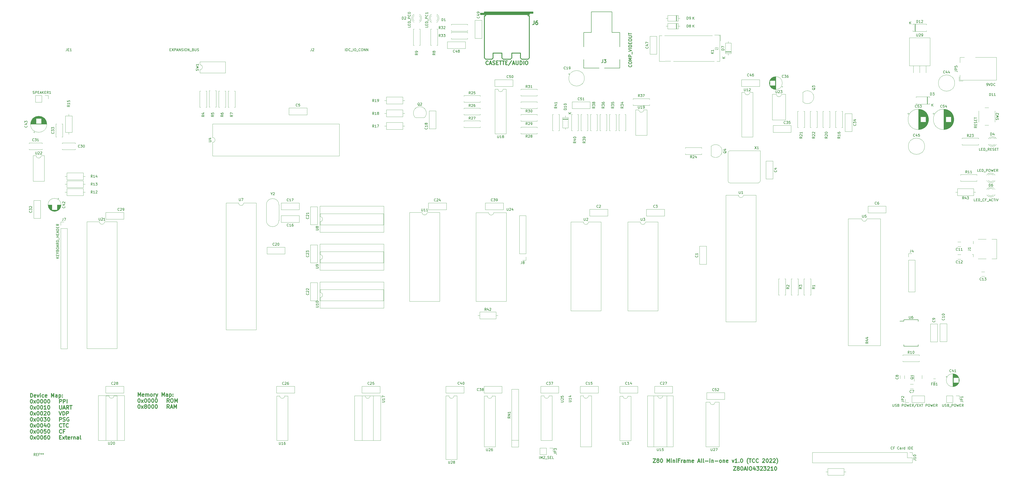
<source format=gbr>
%TF.GenerationSoftware,KiCad,Pcbnew,(6.0.6)*%
%TF.CreationDate,2022-08-08T10:31:16+02:00*%
%TF.ProjectId,Z80AllInOne,5a383041-6c6c-4496-9e4f-6e652e6b6963,rev?*%
%TF.SameCoordinates,Original*%
%TF.FileFunction,Legend,Top*%
%TF.FilePolarity,Positive*%
%FSLAX46Y46*%
G04 Gerber Fmt 4.6, Leading zero omitted, Abs format (unit mm)*
G04 Created by KiCad (PCBNEW (6.0.6)) date 2022-08-08 10:31:16*
%MOMM*%
%LPD*%
G01*
G04 APERTURE LIST*
%ADD10C,0.300000*%
%ADD11C,0.150000*%
%ADD12C,0.254000*%
%ADD13C,0.120000*%
%ADD14C,0.200000*%
%ADD15C,0.304800*%
G04 APERTURE END LIST*
D10*
X300530714Y-215078571D02*
X301530714Y-215078571D01*
X300530714Y-216578571D01*
X301530714Y-216578571D01*
X302316428Y-215721428D02*
X302173571Y-215650000D01*
X302102142Y-215578571D01*
X302030714Y-215435714D01*
X302030714Y-215364285D01*
X302102142Y-215221428D01*
X302173571Y-215150000D01*
X302316428Y-215078571D01*
X302602142Y-215078571D01*
X302745000Y-215150000D01*
X302816428Y-215221428D01*
X302887857Y-215364285D01*
X302887857Y-215435714D01*
X302816428Y-215578571D01*
X302745000Y-215650000D01*
X302602142Y-215721428D01*
X302316428Y-215721428D01*
X302173571Y-215792857D01*
X302102142Y-215864285D01*
X302030714Y-216007142D01*
X302030714Y-216292857D01*
X302102142Y-216435714D01*
X302173571Y-216507142D01*
X302316428Y-216578571D01*
X302602142Y-216578571D01*
X302745000Y-216507142D01*
X302816428Y-216435714D01*
X302887857Y-216292857D01*
X302887857Y-216007142D01*
X302816428Y-215864285D01*
X302745000Y-215792857D01*
X302602142Y-215721428D01*
X303816428Y-215078571D02*
X303959285Y-215078571D01*
X304102142Y-215150000D01*
X304173571Y-215221428D01*
X304245000Y-215364285D01*
X304316428Y-215650000D01*
X304316428Y-216007142D01*
X304245000Y-216292857D01*
X304173571Y-216435714D01*
X304102142Y-216507142D01*
X303959285Y-216578571D01*
X303816428Y-216578571D01*
X303673571Y-216507142D01*
X303602142Y-216435714D01*
X303530714Y-216292857D01*
X303459285Y-216007142D01*
X303459285Y-215650000D01*
X303530714Y-215364285D01*
X303602142Y-215221428D01*
X303673571Y-215150000D01*
X303816428Y-215078571D01*
X304887857Y-216150000D02*
X305602142Y-216150000D01*
X304745000Y-216578571D02*
X305245000Y-215078571D01*
X305745000Y-216578571D01*
X306245000Y-216578571D02*
X306245000Y-215078571D01*
X307245000Y-215078571D02*
X307530714Y-215078571D01*
X307673571Y-215150000D01*
X307816428Y-215292857D01*
X307887857Y-215578571D01*
X307887857Y-216078571D01*
X307816428Y-216364285D01*
X307673571Y-216507142D01*
X307530714Y-216578571D01*
X307245000Y-216578571D01*
X307102142Y-216507142D01*
X306959285Y-216364285D01*
X306887857Y-216078571D01*
X306887857Y-215578571D01*
X306959285Y-215292857D01*
X307102142Y-215150000D01*
X307245000Y-215078571D01*
X309173571Y-215578571D02*
X309173571Y-216578571D01*
X308816428Y-215007142D02*
X308459285Y-216078571D01*
X309387857Y-216078571D01*
X309816428Y-215078571D02*
X310745000Y-215078571D01*
X310245000Y-215650000D01*
X310459285Y-215650000D01*
X310602142Y-215721428D01*
X310673571Y-215792857D01*
X310745000Y-215935714D01*
X310745000Y-216292857D01*
X310673571Y-216435714D01*
X310602142Y-216507142D01*
X310459285Y-216578571D01*
X310030714Y-216578571D01*
X309887857Y-216507142D01*
X309816428Y-216435714D01*
X311316428Y-215221428D02*
X311387857Y-215150000D01*
X311530714Y-215078571D01*
X311887857Y-215078571D01*
X312030714Y-215150000D01*
X312102142Y-215221428D01*
X312173571Y-215364285D01*
X312173571Y-215507142D01*
X312102142Y-215721428D01*
X311245000Y-216578571D01*
X312173571Y-216578571D01*
X312673571Y-215078571D02*
X313602142Y-215078571D01*
X313102142Y-215650000D01*
X313316428Y-215650000D01*
X313459285Y-215721428D01*
X313530714Y-215792857D01*
X313602142Y-215935714D01*
X313602142Y-216292857D01*
X313530714Y-216435714D01*
X313459285Y-216507142D01*
X313316428Y-216578571D01*
X312887857Y-216578571D01*
X312745000Y-216507142D01*
X312673571Y-216435714D01*
X314173571Y-215221428D02*
X314245000Y-215150000D01*
X314387857Y-215078571D01*
X314745000Y-215078571D01*
X314887857Y-215150000D01*
X314959285Y-215221428D01*
X315030714Y-215364285D01*
X315030714Y-215507142D01*
X314959285Y-215721428D01*
X314102142Y-216578571D01*
X315030714Y-216578571D01*
X316459285Y-216578571D02*
X315602142Y-216578571D01*
X316030714Y-216578571D02*
X316030714Y-215078571D01*
X315887857Y-215292857D01*
X315745000Y-215435714D01*
X315602142Y-215507142D01*
X317387857Y-215078571D02*
X317530714Y-215078571D01*
X317673571Y-215150000D01*
X317745000Y-215221428D01*
X317816428Y-215364285D01*
X317887857Y-215650000D01*
X317887857Y-216007142D01*
X317816428Y-216292857D01*
X317745000Y-216435714D01*
X317673571Y-216507142D01*
X317530714Y-216578571D01*
X317387857Y-216578571D01*
X317245000Y-216507142D01*
X317173571Y-216435714D01*
X317102142Y-216292857D01*
X317030714Y-216007142D01*
X317030714Y-215650000D01*
X317102142Y-215364285D01*
X317173571Y-215221428D01*
X317245000Y-215150000D01*
X317387857Y-215078571D01*
X268298571Y-211903571D02*
X269298571Y-211903571D01*
X268298571Y-213403571D01*
X269298571Y-213403571D01*
X270084285Y-212546428D02*
X269941428Y-212475000D01*
X269870000Y-212403571D01*
X269798571Y-212260714D01*
X269798571Y-212189285D01*
X269870000Y-212046428D01*
X269941428Y-211975000D01*
X270084285Y-211903571D01*
X270370000Y-211903571D01*
X270512857Y-211975000D01*
X270584285Y-212046428D01*
X270655714Y-212189285D01*
X270655714Y-212260714D01*
X270584285Y-212403571D01*
X270512857Y-212475000D01*
X270370000Y-212546428D01*
X270084285Y-212546428D01*
X269941428Y-212617857D01*
X269870000Y-212689285D01*
X269798571Y-212832142D01*
X269798571Y-213117857D01*
X269870000Y-213260714D01*
X269941428Y-213332142D01*
X270084285Y-213403571D01*
X270370000Y-213403571D01*
X270512857Y-213332142D01*
X270584285Y-213260714D01*
X270655714Y-213117857D01*
X270655714Y-212832142D01*
X270584285Y-212689285D01*
X270512857Y-212617857D01*
X270370000Y-212546428D01*
X271584285Y-211903571D02*
X271727142Y-211903571D01*
X271870000Y-211975000D01*
X271941428Y-212046428D01*
X272012857Y-212189285D01*
X272084285Y-212475000D01*
X272084285Y-212832142D01*
X272012857Y-213117857D01*
X271941428Y-213260714D01*
X271870000Y-213332142D01*
X271727142Y-213403571D01*
X271584285Y-213403571D01*
X271441428Y-213332142D01*
X271370000Y-213260714D01*
X271298571Y-213117857D01*
X271227142Y-212832142D01*
X271227142Y-212475000D01*
X271298571Y-212189285D01*
X271370000Y-212046428D01*
X271441428Y-211975000D01*
X271584285Y-211903571D01*
X273870000Y-213403571D02*
X273870000Y-211903571D01*
X274370000Y-212975000D01*
X274870000Y-211903571D01*
X274870000Y-213403571D01*
X275584285Y-213403571D02*
X275584285Y-212403571D01*
X275584285Y-211903571D02*
X275512857Y-211975000D01*
X275584285Y-212046428D01*
X275655714Y-211975000D01*
X275584285Y-211903571D01*
X275584285Y-212046428D01*
X276298571Y-212403571D02*
X276298571Y-213403571D01*
X276298571Y-212546428D02*
X276370000Y-212475000D01*
X276512857Y-212403571D01*
X276727142Y-212403571D01*
X276870000Y-212475000D01*
X276941428Y-212617857D01*
X276941428Y-213403571D01*
X277655714Y-213403571D02*
X277655714Y-212403571D01*
X277655714Y-211903571D02*
X277584285Y-211975000D01*
X277655714Y-212046428D01*
X277727142Y-211975000D01*
X277655714Y-211903571D01*
X277655714Y-212046428D01*
X278870000Y-212617857D02*
X278370000Y-212617857D01*
X278370000Y-213403571D02*
X278370000Y-211903571D01*
X279084285Y-211903571D01*
X279655714Y-213403571D02*
X279655714Y-212403571D01*
X279655714Y-212689285D02*
X279727142Y-212546428D01*
X279798571Y-212475000D01*
X279941428Y-212403571D01*
X280084285Y-212403571D01*
X281227142Y-213403571D02*
X281227142Y-212617857D01*
X281155714Y-212475000D01*
X281012857Y-212403571D01*
X280727142Y-212403571D01*
X280584285Y-212475000D01*
X281227142Y-213332142D02*
X281084285Y-213403571D01*
X280727142Y-213403571D01*
X280584285Y-213332142D01*
X280512857Y-213189285D01*
X280512857Y-213046428D01*
X280584285Y-212903571D01*
X280727142Y-212832142D01*
X281084285Y-212832142D01*
X281227142Y-212760714D01*
X281941428Y-213403571D02*
X281941428Y-212403571D01*
X281941428Y-212546428D02*
X282012857Y-212475000D01*
X282155714Y-212403571D01*
X282370000Y-212403571D01*
X282512857Y-212475000D01*
X282584285Y-212617857D01*
X282584285Y-213403571D01*
X282584285Y-212617857D02*
X282655714Y-212475000D01*
X282798571Y-212403571D01*
X283012857Y-212403571D01*
X283155714Y-212475000D01*
X283227142Y-212617857D01*
X283227142Y-213403571D01*
X284512857Y-213332142D02*
X284370000Y-213403571D01*
X284084285Y-213403571D01*
X283941428Y-213332142D01*
X283870000Y-213189285D01*
X283870000Y-212617857D01*
X283941428Y-212475000D01*
X284084285Y-212403571D01*
X284370000Y-212403571D01*
X284512857Y-212475000D01*
X284584285Y-212617857D01*
X284584285Y-212760714D01*
X283870000Y-212903571D01*
X286298571Y-212975000D02*
X287012857Y-212975000D01*
X286155714Y-213403571D02*
X286655714Y-211903571D01*
X287155714Y-213403571D01*
X287870000Y-213403571D02*
X287727142Y-213332142D01*
X287655714Y-213189285D01*
X287655714Y-211903571D01*
X288655714Y-213403571D02*
X288512857Y-213332142D01*
X288441428Y-213189285D01*
X288441428Y-211903571D01*
X289227142Y-212832142D02*
X290370000Y-212832142D01*
X291084285Y-213403571D02*
X291084285Y-212403571D01*
X291084285Y-211903571D02*
X291012857Y-211975000D01*
X291084285Y-212046428D01*
X291155714Y-211975000D01*
X291084285Y-211903571D01*
X291084285Y-212046428D01*
X291798571Y-212403571D02*
X291798571Y-213403571D01*
X291798571Y-212546428D02*
X291870000Y-212475000D01*
X292012857Y-212403571D01*
X292227142Y-212403571D01*
X292370000Y-212475000D01*
X292441428Y-212617857D01*
X292441428Y-213403571D01*
X293155714Y-212832142D02*
X294298571Y-212832142D01*
X295227142Y-213403571D02*
X295084285Y-213332142D01*
X295012857Y-213260714D01*
X294941428Y-213117857D01*
X294941428Y-212689285D01*
X295012857Y-212546428D01*
X295084285Y-212475000D01*
X295227142Y-212403571D01*
X295441428Y-212403571D01*
X295584285Y-212475000D01*
X295655714Y-212546428D01*
X295727142Y-212689285D01*
X295727142Y-213117857D01*
X295655714Y-213260714D01*
X295584285Y-213332142D01*
X295441428Y-213403571D01*
X295227142Y-213403571D01*
X296370000Y-212403571D02*
X296370000Y-213403571D01*
X296370000Y-212546428D02*
X296441428Y-212475000D01*
X296584285Y-212403571D01*
X296798571Y-212403571D01*
X296941428Y-212475000D01*
X297012857Y-212617857D01*
X297012857Y-213403571D01*
X298298571Y-213332142D02*
X298155714Y-213403571D01*
X297870000Y-213403571D01*
X297727142Y-213332142D01*
X297655714Y-213189285D01*
X297655714Y-212617857D01*
X297727142Y-212475000D01*
X297870000Y-212403571D01*
X298155714Y-212403571D01*
X298298571Y-212475000D01*
X298370000Y-212617857D01*
X298370000Y-212760714D01*
X297655714Y-212903571D01*
X300012857Y-212403571D02*
X300370000Y-213403571D01*
X300727142Y-212403571D01*
X302084285Y-213403571D02*
X301227142Y-213403571D01*
X301655714Y-213403571D02*
X301655714Y-211903571D01*
X301512857Y-212117857D01*
X301370000Y-212260714D01*
X301227142Y-212332142D01*
X302727142Y-213260714D02*
X302798571Y-213332142D01*
X302727142Y-213403571D01*
X302655714Y-213332142D01*
X302727142Y-213260714D01*
X302727142Y-213403571D01*
X303727142Y-211903571D02*
X303870000Y-211903571D01*
X304012857Y-211975000D01*
X304084285Y-212046428D01*
X304155714Y-212189285D01*
X304227142Y-212475000D01*
X304227142Y-212832142D01*
X304155714Y-213117857D01*
X304084285Y-213260714D01*
X304012857Y-213332142D01*
X303870000Y-213403571D01*
X303727142Y-213403571D01*
X303584285Y-213332142D01*
X303512857Y-213260714D01*
X303441428Y-213117857D01*
X303370000Y-212832142D01*
X303370000Y-212475000D01*
X303441428Y-212189285D01*
X303512857Y-212046428D01*
X303584285Y-211975000D01*
X303727142Y-211903571D01*
X306441428Y-213975000D02*
X306370000Y-213903571D01*
X306227142Y-213689285D01*
X306155714Y-213546428D01*
X306084285Y-213332142D01*
X306012857Y-212975000D01*
X306012857Y-212689285D01*
X306084285Y-212332142D01*
X306155714Y-212117857D01*
X306227142Y-211975000D01*
X306370000Y-211760714D01*
X306441428Y-211689285D01*
X306798571Y-211903571D02*
X307655714Y-211903571D01*
X307227142Y-213403571D02*
X307227142Y-211903571D01*
X309012857Y-213260714D02*
X308941428Y-213332142D01*
X308727142Y-213403571D01*
X308584285Y-213403571D01*
X308370000Y-213332142D01*
X308227142Y-213189285D01*
X308155714Y-213046428D01*
X308084285Y-212760714D01*
X308084285Y-212546428D01*
X308155714Y-212260714D01*
X308227142Y-212117857D01*
X308370000Y-211975000D01*
X308584285Y-211903571D01*
X308727142Y-211903571D01*
X308941428Y-211975000D01*
X309012857Y-212046428D01*
X310512857Y-213260714D02*
X310441428Y-213332142D01*
X310227142Y-213403571D01*
X310084285Y-213403571D01*
X309870000Y-213332142D01*
X309727142Y-213189285D01*
X309655714Y-213046428D01*
X309584285Y-212760714D01*
X309584285Y-212546428D01*
X309655714Y-212260714D01*
X309727142Y-212117857D01*
X309870000Y-211975000D01*
X310084285Y-211903571D01*
X310227142Y-211903571D01*
X310441428Y-211975000D01*
X310512857Y-212046428D01*
X312227142Y-212046428D02*
X312298571Y-211975000D01*
X312441428Y-211903571D01*
X312798571Y-211903571D01*
X312941428Y-211975000D01*
X313012857Y-212046428D01*
X313084285Y-212189285D01*
X313084285Y-212332142D01*
X313012857Y-212546428D01*
X312155714Y-213403571D01*
X313084285Y-213403571D01*
X314012857Y-211903571D02*
X314155714Y-211903571D01*
X314298571Y-211975000D01*
X314370000Y-212046428D01*
X314441428Y-212189285D01*
X314512857Y-212475000D01*
X314512857Y-212832142D01*
X314441428Y-213117857D01*
X314370000Y-213260714D01*
X314298571Y-213332142D01*
X314155714Y-213403571D01*
X314012857Y-213403571D01*
X313870000Y-213332142D01*
X313798571Y-213260714D01*
X313727142Y-213117857D01*
X313655714Y-212832142D01*
X313655714Y-212475000D01*
X313727142Y-212189285D01*
X313798571Y-212046428D01*
X313870000Y-211975000D01*
X314012857Y-211903571D01*
X315084285Y-212046428D02*
X315155714Y-211975000D01*
X315298571Y-211903571D01*
X315655714Y-211903571D01*
X315798571Y-211975000D01*
X315870000Y-212046428D01*
X315941428Y-212189285D01*
X315941428Y-212332142D01*
X315870000Y-212546428D01*
X315012857Y-213403571D01*
X315941428Y-213403571D01*
X316512857Y-212046428D02*
X316584285Y-211975000D01*
X316727142Y-211903571D01*
X317084285Y-211903571D01*
X317227142Y-211975000D01*
X317298571Y-212046428D01*
X317370000Y-212189285D01*
X317370000Y-212332142D01*
X317298571Y-212546428D01*
X316441428Y-213403571D01*
X317370000Y-213403571D01*
X317870000Y-213975000D02*
X317941428Y-213903571D01*
X318084285Y-213689285D01*
X318155714Y-213546428D01*
X318227142Y-213332142D01*
X318298571Y-212975000D01*
X318298571Y-212689285D01*
X318227142Y-212332142D01*
X318155714Y-212117857D01*
X318084285Y-211975000D01*
X317941428Y-211760714D01*
X317870000Y-211689285D01*
X61512142Y-186858571D02*
X61512142Y-185358571D01*
X62012142Y-186430000D01*
X62512142Y-185358571D01*
X62512142Y-186858571D01*
X63797857Y-186787142D02*
X63655000Y-186858571D01*
X63369285Y-186858571D01*
X63226428Y-186787142D01*
X63155000Y-186644285D01*
X63155000Y-186072857D01*
X63226428Y-185930000D01*
X63369285Y-185858571D01*
X63655000Y-185858571D01*
X63797857Y-185930000D01*
X63869285Y-186072857D01*
X63869285Y-186215714D01*
X63155000Y-186358571D01*
X64512142Y-186858571D02*
X64512142Y-185858571D01*
X64512142Y-186001428D02*
X64583571Y-185930000D01*
X64726428Y-185858571D01*
X64940714Y-185858571D01*
X65083571Y-185930000D01*
X65155000Y-186072857D01*
X65155000Y-186858571D01*
X65155000Y-186072857D02*
X65226428Y-185930000D01*
X65369285Y-185858571D01*
X65583571Y-185858571D01*
X65726428Y-185930000D01*
X65797857Y-186072857D01*
X65797857Y-186858571D01*
X66726428Y-186858571D02*
X66583571Y-186787142D01*
X66512142Y-186715714D01*
X66440714Y-186572857D01*
X66440714Y-186144285D01*
X66512142Y-186001428D01*
X66583571Y-185930000D01*
X66726428Y-185858571D01*
X66940714Y-185858571D01*
X67083571Y-185930000D01*
X67155000Y-186001428D01*
X67226428Y-186144285D01*
X67226428Y-186572857D01*
X67155000Y-186715714D01*
X67083571Y-186787142D01*
X66940714Y-186858571D01*
X66726428Y-186858571D01*
X67869285Y-186858571D02*
X67869285Y-185858571D01*
X67869285Y-186144285D02*
X67940714Y-186001428D01*
X68012142Y-185930000D01*
X68155000Y-185858571D01*
X68297857Y-185858571D01*
X68655000Y-185858571D02*
X69012142Y-186858571D01*
X69369285Y-185858571D02*
X69012142Y-186858571D01*
X68869285Y-187215714D01*
X68797857Y-187287142D01*
X68655000Y-187358571D01*
X71083571Y-186858571D02*
X71083571Y-185358571D01*
X71583571Y-186430000D01*
X72083571Y-185358571D01*
X72083571Y-186858571D01*
X73440714Y-186858571D02*
X73440714Y-186072857D01*
X73369285Y-185930000D01*
X73226428Y-185858571D01*
X72940714Y-185858571D01*
X72797857Y-185930000D01*
X73440714Y-186787142D02*
X73297857Y-186858571D01*
X72940714Y-186858571D01*
X72797857Y-186787142D01*
X72726428Y-186644285D01*
X72726428Y-186501428D01*
X72797857Y-186358571D01*
X72940714Y-186287142D01*
X73297857Y-186287142D01*
X73440714Y-186215714D01*
X74155000Y-185858571D02*
X74155000Y-187358571D01*
X74155000Y-185930000D02*
X74297857Y-185858571D01*
X74583571Y-185858571D01*
X74726428Y-185930000D01*
X74797857Y-186001428D01*
X74869285Y-186144285D01*
X74869285Y-186572857D01*
X74797857Y-186715714D01*
X74726428Y-186787142D01*
X74583571Y-186858571D01*
X74297857Y-186858571D01*
X74155000Y-186787142D01*
X75512142Y-186715714D02*
X75583571Y-186787142D01*
X75512142Y-186858571D01*
X75440714Y-186787142D01*
X75512142Y-186715714D01*
X75512142Y-186858571D01*
X75512142Y-185930000D02*
X75583571Y-186001428D01*
X75512142Y-186072857D01*
X75440714Y-186001428D01*
X75512142Y-185930000D01*
X75512142Y-186072857D01*
X61797857Y-187773571D02*
X61940714Y-187773571D01*
X62083571Y-187845000D01*
X62155000Y-187916428D01*
X62226428Y-188059285D01*
X62297857Y-188345000D01*
X62297857Y-188702142D01*
X62226428Y-188987857D01*
X62155000Y-189130714D01*
X62083571Y-189202142D01*
X61940714Y-189273571D01*
X61797857Y-189273571D01*
X61655000Y-189202142D01*
X61583571Y-189130714D01*
X61512142Y-188987857D01*
X61440714Y-188702142D01*
X61440714Y-188345000D01*
X61512142Y-188059285D01*
X61583571Y-187916428D01*
X61655000Y-187845000D01*
X61797857Y-187773571D01*
X62797857Y-189273571D02*
X63583571Y-188273571D01*
X62797857Y-188273571D02*
X63583571Y-189273571D01*
X64440714Y-187773571D02*
X64583571Y-187773571D01*
X64726428Y-187845000D01*
X64797857Y-187916428D01*
X64869285Y-188059285D01*
X64940714Y-188345000D01*
X64940714Y-188702142D01*
X64869285Y-188987857D01*
X64797857Y-189130714D01*
X64726428Y-189202142D01*
X64583571Y-189273571D01*
X64440714Y-189273571D01*
X64297857Y-189202142D01*
X64226428Y-189130714D01*
X64155000Y-188987857D01*
X64083571Y-188702142D01*
X64083571Y-188345000D01*
X64155000Y-188059285D01*
X64226428Y-187916428D01*
X64297857Y-187845000D01*
X64440714Y-187773571D01*
X65869285Y-187773571D02*
X66012142Y-187773571D01*
X66155000Y-187845000D01*
X66226428Y-187916428D01*
X66297857Y-188059285D01*
X66369285Y-188345000D01*
X66369285Y-188702142D01*
X66297857Y-188987857D01*
X66226428Y-189130714D01*
X66155000Y-189202142D01*
X66012142Y-189273571D01*
X65869285Y-189273571D01*
X65726428Y-189202142D01*
X65655000Y-189130714D01*
X65583571Y-188987857D01*
X65512142Y-188702142D01*
X65512142Y-188345000D01*
X65583571Y-188059285D01*
X65655000Y-187916428D01*
X65726428Y-187845000D01*
X65869285Y-187773571D01*
X67297857Y-187773571D02*
X67440714Y-187773571D01*
X67583571Y-187845000D01*
X67655000Y-187916428D01*
X67726428Y-188059285D01*
X67797857Y-188345000D01*
X67797857Y-188702142D01*
X67726428Y-188987857D01*
X67655000Y-189130714D01*
X67583571Y-189202142D01*
X67440714Y-189273571D01*
X67297857Y-189273571D01*
X67155000Y-189202142D01*
X67083571Y-189130714D01*
X67012142Y-188987857D01*
X66940714Y-188702142D01*
X66940714Y-188345000D01*
X67012142Y-188059285D01*
X67083571Y-187916428D01*
X67155000Y-187845000D01*
X67297857Y-187773571D01*
X68726428Y-187773571D02*
X68869285Y-187773571D01*
X69012142Y-187845000D01*
X69083571Y-187916428D01*
X69155000Y-188059285D01*
X69226428Y-188345000D01*
X69226428Y-188702142D01*
X69155000Y-188987857D01*
X69083571Y-189130714D01*
X69012142Y-189202142D01*
X68869285Y-189273571D01*
X68726428Y-189273571D01*
X68583571Y-189202142D01*
X68512142Y-189130714D01*
X68440714Y-188987857D01*
X68369285Y-188702142D01*
X68369285Y-188345000D01*
X68440714Y-188059285D01*
X68512142Y-187916428D01*
X68583571Y-187845000D01*
X68726428Y-187773571D01*
X74012142Y-189273571D02*
X73512142Y-188559285D01*
X73155000Y-189273571D02*
X73155000Y-187773571D01*
X73726428Y-187773571D01*
X73869285Y-187845000D01*
X73940714Y-187916428D01*
X74012142Y-188059285D01*
X74012142Y-188273571D01*
X73940714Y-188416428D01*
X73869285Y-188487857D01*
X73726428Y-188559285D01*
X73155000Y-188559285D01*
X74940714Y-187773571D02*
X75226428Y-187773571D01*
X75369285Y-187845000D01*
X75512142Y-187987857D01*
X75583571Y-188273571D01*
X75583571Y-188773571D01*
X75512142Y-189059285D01*
X75369285Y-189202142D01*
X75226428Y-189273571D01*
X74940714Y-189273571D01*
X74797857Y-189202142D01*
X74655000Y-189059285D01*
X74583571Y-188773571D01*
X74583571Y-188273571D01*
X74655000Y-187987857D01*
X74797857Y-187845000D01*
X74940714Y-187773571D01*
X76226428Y-189273571D02*
X76226428Y-187773571D01*
X76726428Y-188845000D01*
X77226428Y-187773571D01*
X77226428Y-189273571D01*
X61797857Y-190188571D02*
X61940714Y-190188571D01*
X62083571Y-190260000D01*
X62155000Y-190331428D01*
X62226428Y-190474285D01*
X62297857Y-190760000D01*
X62297857Y-191117142D01*
X62226428Y-191402857D01*
X62155000Y-191545714D01*
X62083571Y-191617142D01*
X61940714Y-191688571D01*
X61797857Y-191688571D01*
X61655000Y-191617142D01*
X61583571Y-191545714D01*
X61512142Y-191402857D01*
X61440714Y-191117142D01*
X61440714Y-190760000D01*
X61512142Y-190474285D01*
X61583571Y-190331428D01*
X61655000Y-190260000D01*
X61797857Y-190188571D01*
X62797857Y-191688571D02*
X63583571Y-190688571D01*
X62797857Y-190688571D02*
X63583571Y-191688571D01*
X64369285Y-190831428D02*
X64226428Y-190760000D01*
X64155000Y-190688571D01*
X64083571Y-190545714D01*
X64083571Y-190474285D01*
X64155000Y-190331428D01*
X64226428Y-190260000D01*
X64369285Y-190188571D01*
X64655000Y-190188571D01*
X64797857Y-190260000D01*
X64869285Y-190331428D01*
X64940714Y-190474285D01*
X64940714Y-190545714D01*
X64869285Y-190688571D01*
X64797857Y-190760000D01*
X64655000Y-190831428D01*
X64369285Y-190831428D01*
X64226428Y-190902857D01*
X64155000Y-190974285D01*
X64083571Y-191117142D01*
X64083571Y-191402857D01*
X64155000Y-191545714D01*
X64226428Y-191617142D01*
X64369285Y-191688571D01*
X64655000Y-191688571D01*
X64797857Y-191617142D01*
X64869285Y-191545714D01*
X64940714Y-191402857D01*
X64940714Y-191117142D01*
X64869285Y-190974285D01*
X64797857Y-190902857D01*
X64655000Y-190831428D01*
X65869285Y-190188571D02*
X66012142Y-190188571D01*
X66155000Y-190260000D01*
X66226428Y-190331428D01*
X66297857Y-190474285D01*
X66369285Y-190760000D01*
X66369285Y-191117142D01*
X66297857Y-191402857D01*
X66226428Y-191545714D01*
X66155000Y-191617142D01*
X66012142Y-191688571D01*
X65869285Y-191688571D01*
X65726428Y-191617142D01*
X65655000Y-191545714D01*
X65583571Y-191402857D01*
X65512142Y-191117142D01*
X65512142Y-190760000D01*
X65583571Y-190474285D01*
X65655000Y-190331428D01*
X65726428Y-190260000D01*
X65869285Y-190188571D01*
X67297857Y-190188571D02*
X67440714Y-190188571D01*
X67583571Y-190260000D01*
X67655000Y-190331428D01*
X67726428Y-190474285D01*
X67797857Y-190760000D01*
X67797857Y-191117142D01*
X67726428Y-191402857D01*
X67655000Y-191545714D01*
X67583571Y-191617142D01*
X67440714Y-191688571D01*
X67297857Y-191688571D01*
X67155000Y-191617142D01*
X67083571Y-191545714D01*
X67012142Y-191402857D01*
X66940714Y-191117142D01*
X66940714Y-190760000D01*
X67012142Y-190474285D01*
X67083571Y-190331428D01*
X67155000Y-190260000D01*
X67297857Y-190188571D01*
X68726428Y-190188571D02*
X68869285Y-190188571D01*
X69012142Y-190260000D01*
X69083571Y-190331428D01*
X69155000Y-190474285D01*
X69226428Y-190760000D01*
X69226428Y-191117142D01*
X69155000Y-191402857D01*
X69083571Y-191545714D01*
X69012142Y-191617142D01*
X68869285Y-191688571D01*
X68726428Y-191688571D01*
X68583571Y-191617142D01*
X68512142Y-191545714D01*
X68440714Y-191402857D01*
X68369285Y-191117142D01*
X68369285Y-190760000D01*
X68440714Y-190474285D01*
X68512142Y-190331428D01*
X68583571Y-190260000D01*
X68726428Y-190188571D01*
X74012142Y-191688571D02*
X73512142Y-190974285D01*
X73155000Y-191688571D02*
X73155000Y-190188571D01*
X73726428Y-190188571D01*
X73869285Y-190260000D01*
X73940714Y-190331428D01*
X74012142Y-190474285D01*
X74012142Y-190688571D01*
X73940714Y-190831428D01*
X73869285Y-190902857D01*
X73726428Y-190974285D01*
X73155000Y-190974285D01*
X74583571Y-191260000D02*
X75297857Y-191260000D01*
X74440714Y-191688571D02*
X74940714Y-190188571D01*
X75440714Y-191688571D01*
X75940714Y-191688571D02*
X75940714Y-190188571D01*
X76440714Y-191260000D01*
X76940714Y-190188571D01*
X76940714Y-191688571D01*
X18332142Y-187171071D02*
X18332142Y-185671071D01*
X18689285Y-185671071D01*
X18903571Y-185742500D01*
X19046428Y-185885357D01*
X19117857Y-186028214D01*
X19189285Y-186313928D01*
X19189285Y-186528214D01*
X19117857Y-186813928D01*
X19046428Y-186956785D01*
X18903571Y-187099642D01*
X18689285Y-187171071D01*
X18332142Y-187171071D01*
X20403571Y-187099642D02*
X20260714Y-187171071D01*
X19975000Y-187171071D01*
X19832142Y-187099642D01*
X19760714Y-186956785D01*
X19760714Y-186385357D01*
X19832142Y-186242500D01*
X19975000Y-186171071D01*
X20260714Y-186171071D01*
X20403571Y-186242500D01*
X20475000Y-186385357D01*
X20475000Y-186528214D01*
X19760714Y-186671071D01*
X20975000Y-186171071D02*
X21332142Y-187171071D01*
X21689285Y-186171071D01*
X22260714Y-187171071D02*
X22260714Y-186171071D01*
X22260714Y-185671071D02*
X22189285Y-185742500D01*
X22260714Y-185813928D01*
X22332142Y-185742500D01*
X22260714Y-185671071D01*
X22260714Y-185813928D01*
X23617857Y-187099642D02*
X23475000Y-187171071D01*
X23189285Y-187171071D01*
X23046428Y-187099642D01*
X22975000Y-187028214D01*
X22903571Y-186885357D01*
X22903571Y-186456785D01*
X22975000Y-186313928D01*
X23046428Y-186242500D01*
X23189285Y-186171071D01*
X23475000Y-186171071D01*
X23617857Y-186242500D01*
X24832142Y-187099642D02*
X24689285Y-187171071D01*
X24403571Y-187171071D01*
X24260714Y-187099642D01*
X24189285Y-186956785D01*
X24189285Y-186385357D01*
X24260714Y-186242500D01*
X24403571Y-186171071D01*
X24689285Y-186171071D01*
X24832142Y-186242500D01*
X24903571Y-186385357D01*
X24903571Y-186528214D01*
X24189285Y-186671071D01*
X26689285Y-187171071D02*
X26689285Y-185671071D01*
X27189285Y-186742500D01*
X27689285Y-185671071D01*
X27689285Y-187171071D01*
X29046428Y-187171071D02*
X29046428Y-186385357D01*
X28975000Y-186242500D01*
X28832142Y-186171071D01*
X28546428Y-186171071D01*
X28403571Y-186242500D01*
X29046428Y-187099642D02*
X28903571Y-187171071D01*
X28546428Y-187171071D01*
X28403571Y-187099642D01*
X28332142Y-186956785D01*
X28332142Y-186813928D01*
X28403571Y-186671071D01*
X28546428Y-186599642D01*
X28903571Y-186599642D01*
X29046428Y-186528214D01*
X29760714Y-186171071D02*
X29760714Y-187671071D01*
X29760714Y-186242500D02*
X29903571Y-186171071D01*
X30189285Y-186171071D01*
X30332142Y-186242500D01*
X30403571Y-186313928D01*
X30475000Y-186456785D01*
X30475000Y-186885357D01*
X30403571Y-187028214D01*
X30332142Y-187099642D01*
X30189285Y-187171071D01*
X29903571Y-187171071D01*
X29760714Y-187099642D01*
X31117857Y-187028214D02*
X31189285Y-187099642D01*
X31117857Y-187171071D01*
X31046428Y-187099642D01*
X31117857Y-187028214D01*
X31117857Y-187171071D01*
X31117857Y-186242500D02*
X31189285Y-186313928D01*
X31117857Y-186385357D01*
X31046428Y-186313928D01*
X31117857Y-186242500D01*
X31117857Y-186385357D01*
X18617857Y-188086071D02*
X18760714Y-188086071D01*
X18903571Y-188157500D01*
X18975000Y-188228928D01*
X19046428Y-188371785D01*
X19117857Y-188657500D01*
X19117857Y-189014642D01*
X19046428Y-189300357D01*
X18975000Y-189443214D01*
X18903571Y-189514642D01*
X18760714Y-189586071D01*
X18617857Y-189586071D01*
X18475000Y-189514642D01*
X18403571Y-189443214D01*
X18332142Y-189300357D01*
X18260714Y-189014642D01*
X18260714Y-188657500D01*
X18332142Y-188371785D01*
X18403571Y-188228928D01*
X18475000Y-188157500D01*
X18617857Y-188086071D01*
X19617857Y-189586071D02*
X20403571Y-188586071D01*
X19617857Y-188586071D02*
X20403571Y-189586071D01*
X21260714Y-188086071D02*
X21403571Y-188086071D01*
X21546428Y-188157500D01*
X21617857Y-188228928D01*
X21689285Y-188371785D01*
X21760714Y-188657500D01*
X21760714Y-189014642D01*
X21689285Y-189300357D01*
X21617857Y-189443214D01*
X21546428Y-189514642D01*
X21403571Y-189586071D01*
X21260714Y-189586071D01*
X21117857Y-189514642D01*
X21046428Y-189443214D01*
X20975000Y-189300357D01*
X20903571Y-189014642D01*
X20903571Y-188657500D01*
X20975000Y-188371785D01*
X21046428Y-188228928D01*
X21117857Y-188157500D01*
X21260714Y-188086071D01*
X22689285Y-188086071D02*
X22832142Y-188086071D01*
X22975000Y-188157500D01*
X23046428Y-188228928D01*
X23117857Y-188371785D01*
X23189285Y-188657500D01*
X23189285Y-189014642D01*
X23117857Y-189300357D01*
X23046428Y-189443214D01*
X22975000Y-189514642D01*
X22832142Y-189586071D01*
X22689285Y-189586071D01*
X22546428Y-189514642D01*
X22475000Y-189443214D01*
X22403571Y-189300357D01*
X22332142Y-189014642D01*
X22332142Y-188657500D01*
X22403571Y-188371785D01*
X22475000Y-188228928D01*
X22546428Y-188157500D01*
X22689285Y-188086071D01*
X24117857Y-188086071D02*
X24260714Y-188086071D01*
X24403571Y-188157500D01*
X24475000Y-188228928D01*
X24546428Y-188371785D01*
X24617857Y-188657500D01*
X24617857Y-189014642D01*
X24546428Y-189300357D01*
X24475000Y-189443214D01*
X24403571Y-189514642D01*
X24260714Y-189586071D01*
X24117857Y-189586071D01*
X23975000Y-189514642D01*
X23903571Y-189443214D01*
X23832142Y-189300357D01*
X23760714Y-189014642D01*
X23760714Y-188657500D01*
X23832142Y-188371785D01*
X23903571Y-188228928D01*
X23975000Y-188157500D01*
X24117857Y-188086071D01*
X25546428Y-188086071D02*
X25689285Y-188086071D01*
X25832142Y-188157500D01*
X25903571Y-188228928D01*
X25975000Y-188371785D01*
X26046428Y-188657500D01*
X26046428Y-189014642D01*
X25975000Y-189300357D01*
X25903571Y-189443214D01*
X25832142Y-189514642D01*
X25689285Y-189586071D01*
X25546428Y-189586071D01*
X25403571Y-189514642D01*
X25332142Y-189443214D01*
X25260714Y-189300357D01*
X25189285Y-189014642D01*
X25189285Y-188657500D01*
X25260714Y-188371785D01*
X25332142Y-188228928D01*
X25403571Y-188157500D01*
X25546428Y-188086071D01*
X29975000Y-189586071D02*
X29975000Y-188086071D01*
X30546428Y-188086071D01*
X30689285Y-188157500D01*
X30760714Y-188228928D01*
X30832142Y-188371785D01*
X30832142Y-188586071D01*
X30760714Y-188728928D01*
X30689285Y-188800357D01*
X30546428Y-188871785D01*
X29975000Y-188871785D01*
X31475000Y-189586071D02*
X31475000Y-188086071D01*
X32046428Y-188086071D01*
X32189285Y-188157500D01*
X32260714Y-188228928D01*
X32332142Y-188371785D01*
X32332142Y-188586071D01*
X32260714Y-188728928D01*
X32189285Y-188800357D01*
X32046428Y-188871785D01*
X31475000Y-188871785D01*
X32975000Y-189586071D02*
X32975000Y-188086071D01*
X18617857Y-190501071D02*
X18760714Y-190501071D01*
X18903571Y-190572500D01*
X18975000Y-190643928D01*
X19046428Y-190786785D01*
X19117857Y-191072500D01*
X19117857Y-191429642D01*
X19046428Y-191715357D01*
X18975000Y-191858214D01*
X18903571Y-191929642D01*
X18760714Y-192001071D01*
X18617857Y-192001071D01*
X18475000Y-191929642D01*
X18403571Y-191858214D01*
X18332142Y-191715357D01*
X18260714Y-191429642D01*
X18260714Y-191072500D01*
X18332142Y-190786785D01*
X18403571Y-190643928D01*
X18475000Y-190572500D01*
X18617857Y-190501071D01*
X19617857Y-192001071D02*
X20403571Y-191001071D01*
X19617857Y-191001071D02*
X20403571Y-192001071D01*
X21260714Y-190501071D02*
X21403571Y-190501071D01*
X21546428Y-190572500D01*
X21617857Y-190643928D01*
X21689285Y-190786785D01*
X21760714Y-191072500D01*
X21760714Y-191429642D01*
X21689285Y-191715357D01*
X21617857Y-191858214D01*
X21546428Y-191929642D01*
X21403571Y-192001071D01*
X21260714Y-192001071D01*
X21117857Y-191929642D01*
X21046428Y-191858214D01*
X20975000Y-191715357D01*
X20903571Y-191429642D01*
X20903571Y-191072500D01*
X20975000Y-190786785D01*
X21046428Y-190643928D01*
X21117857Y-190572500D01*
X21260714Y-190501071D01*
X22689285Y-190501071D02*
X22832142Y-190501071D01*
X22975000Y-190572500D01*
X23046428Y-190643928D01*
X23117857Y-190786785D01*
X23189285Y-191072500D01*
X23189285Y-191429642D01*
X23117857Y-191715357D01*
X23046428Y-191858214D01*
X22975000Y-191929642D01*
X22832142Y-192001071D01*
X22689285Y-192001071D01*
X22546428Y-191929642D01*
X22475000Y-191858214D01*
X22403571Y-191715357D01*
X22332142Y-191429642D01*
X22332142Y-191072500D01*
X22403571Y-190786785D01*
X22475000Y-190643928D01*
X22546428Y-190572500D01*
X22689285Y-190501071D01*
X24617857Y-192001071D02*
X23760714Y-192001071D01*
X24189285Y-192001071D02*
X24189285Y-190501071D01*
X24046428Y-190715357D01*
X23903571Y-190858214D01*
X23760714Y-190929642D01*
X25546428Y-190501071D02*
X25689285Y-190501071D01*
X25832142Y-190572500D01*
X25903571Y-190643928D01*
X25975000Y-190786785D01*
X26046428Y-191072500D01*
X26046428Y-191429642D01*
X25975000Y-191715357D01*
X25903571Y-191858214D01*
X25832142Y-191929642D01*
X25689285Y-192001071D01*
X25546428Y-192001071D01*
X25403571Y-191929642D01*
X25332142Y-191858214D01*
X25260714Y-191715357D01*
X25189285Y-191429642D01*
X25189285Y-191072500D01*
X25260714Y-190786785D01*
X25332142Y-190643928D01*
X25403571Y-190572500D01*
X25546428Y-190501071D01*
X29975000Y-190501071D02*
X29975000Y-191715357D01*
X30046428Y-191858214D01*
X30117857Y-191929642D01*
X30260714Y-192001071D01*
X30546428Y-192001071D01*
X30689285Y-191929642D01*
X30760714Y-191858214D01*
X30832142Y-191715357D01*
X30832142Y-190501071D01*
X31475000Y-191572500D02*
X32189285Y-191572500D01*
X31332142Y-192001071D02*
X31832142Y-190501071D01*
X32332142Y-192001071D01*
X33689285Y-192001071D02*
X33189285Y-191286785D01*
X32832142Y-192001071D02*
X32832142Y-190501071D01*
X33403571Y-190501071D01*
X33546428Y-190572500D01*
X33617857Y-190643928D01*
X33689285Y-190786785D01*
X33689285Y-191001071D01*
X33617857Y-191143928D01*
X33546428Y-191215357D01*
X33403571Y-191286785D01*
X32832142Y-191286785D01*
X34117857Y-190501071D02*
X34975000Y-190501071D01*
X34546428Y-192001071D02*
X34546428Y-190501071D01*
X18617857Y-192916071D02*
X18760714Y-192916071D01*
X18903571Y-192987500D01*
X18975000Y-193058928D01*
X19046428Y-193201785D01*
X19117857Y-193487500D01*
X19117857Y-193844642D01*
X19046428Y-194130357D01*
X18975000Y-194273214D01*
X18903571Y-194344642D01*
X18760714Y-194416071D01*
X18617857Y-194416071D01*
X18475000Y-194344642D01*
X18403571Y-194273214D01*
X18332142Y-194130357D01*
X18260714Y-193844642D01*
X18260714Y-193487500D01*
X18332142Y-193201785D01*
X18403571Y-193058928D01*
X18475000Y-192987500D01*
X18617857Y-192916071D01*
X19617857Y-194416071D02*
X20403571Y-193416071D01*
X19617857Y-193416071D02*
X20403571Y-194416071D01*
X21260714Y-192916071D02*
X21403571Y-192916071D01*
X21546428Y-192987500D01*
X21617857Y-193058928D01*
X21689285Y-193201785D01*
X21760714Y-193487500D01*
X21760714Y-193844642D01*
X21689285Y-194130357D01*
X21617857Y-194273214D01*
X21546428Y-194344642D01*
X21403571Y-194416071D01*
X21260714Y-194416071D01*
X21117857Y-194344642D01*
X21046428Y-194273214D01*
X20975000Y-194130357D01*
X20903571Y-193844642D01*
X20903571Y-193487500D01*
X20975000Y-193201785D01*
X21046428Y-193058928D01*
X21117857Y-192987500D01*
X21260714Y-192916071D01*
X22689285Y-192916071D02*
X22832142Y-192916071D01*
X22975000Y-192987500D01*
X23046428Y-193058928D01*
X23117857Y-193201785D01*
X23189285Y-193487500D01*
X23189285Y-193844642D01*
X23117857Y-194130357D01*
X23046428Y-194273214D01*
X22975000Y-194344642D01*
X22832142Y-194416071D01*
X22689285Y-194416071D01*
X22546428Y-194344642D01*
X22475000Y-194273214D01*
X22403571Y-194130357D01*
X22332142Y-193844642D01*
X22332142Y-193487500D01*
X22403571Y-193201785D01*
X22475000Y-193058928D01*
X22546428Y-192987500D01*
X22689285Y-192916071D01*
X23760714Y-193058928D02*
X23832142Y-192987500D01*
X23975000Y-192916071D01*
X24332142Y-192916071D01*
X24475000Y-192987500D01*
X24546428Y-193058928D01*
X24617857Y-193201785D01*
X24617857Y-193344642D01*
X24546428Y-193558928D01*
X23689285Y-194416071D01*
X24617857Y-194416071D01*
X25546428Y-192916071D02*
X25689285Y-192916071D01*
X25832142Y-192987500D01*
X25903571Y-193058928D01*
X25975000Y-193201785D01*
X26046428Y-193487500D01*
X26046428Y-193844642D01*
X25975000Y-194130357D01*
X25903571Y-194273214D01*
X25832142Y-194344642D01*
X25689285Y-194416071D01*
X25546428Y-194416071D01*
X25403571Y-194344642D01*
X25332142Y-194273214D01*
X25260714Y-194130357D01*
X25189285Y-193844642D01*
X25189285Y-193487500D01*
X25260714Y-193201785D01*
X25332142Y-193058928D01*
X25403571Y-192987500D01*
X25546428Y-192916071D01*
X29760714Y-192916071D02*
X30260714Y-194416071D01*
X30760714Y-192916071D01*
X31260714Y-194416071D02*
X31260714Y-192916071D01*
X31617857Y-192916071D01*
X31832142Y-192987500D01*
X31975000Y-193130357D01*
X32046428Y-193273214D01*
X32117857Y-193558928D01*
X32117857Y-193773214D01*
X32046428Y-194058928D01*
X31975000Y-194201785D01*
X31832142Y-194344642D01*
X31617857Y-194416071D01*
X31260714Y-194416071D01*
X32760714Y-194416071D02*
X32760714Y-192916071D01*
X33332142Y-192916071D01*
X33475000Y-192987500D01*
X33546428Y-193058928D01*
X33617857Y-193201785D01*
X33617857Y-193416071D01*
X33546428Y-193558928D01*
X33475000Y-193630357D01*
X33332142Y-193701785D01*
X32760714Y-193701785D01*
X18617857Y-195331071D02*
X18760714Y-195331071D01*
X18903571Y-195402500D01*
X18975000Y-195473928D01*
X19046428Y-195616785D01*
X19117857Y-195902500D01*
X19117857Y-196259642D01*
X19046428Y-196545357D01*
X18975000Y-196688214D01*
X18903571Y-196759642D01*
X18760714Y-196831071D01*
X18617857Y-196831071D01*
X18475000Y-196759642D01*
X18403571Y-196688214D01*
X18332142Y-196545357D01*
X18260714Y-196259642D01*
X18260714Y-195902500D01*
X18332142Y-195616785D01*
X18403571Y-195473928D01*
X18475000Y-195402500D01*
X18617857Y-195331071D01*
X19617857Y-196831071D02*
X20403571Y-195831071D01*
X19617857Y-195831071D02*
X20403571Y-196831071D01*
X21260714Y-195331071D02*
X21403571Y-195331071D01*
X21546428Y-195402500D01*
X21617857Y-195473928D01*
X21689285Y-195616785D01*
X21760714Y-195902500D01*
X21760714Y-196259642D01*
X21689285Y-196545357D01*
X21617857Y-196688214D01*
X21546428Y-196759642D01*
X21403571Y-196831071D01*
X21260714Y-196831071D01*
X21117857Y-196759642D01*
X21046428Y-196688214D01*
X20975000Y-196545357D01*
X20903571Y-196259642D01*
X20903571Y-195902500D01*
X20975000Y-195616785D01*
X21046428Y-195473928D01*
X21117857Y-195402500D01*
X21260714Y-195331071D01*
X22689285Y-195331071D02*
X22832142Y-195331071D01*
X22975000Y-195402500D01*
X23046428Y-195473928D01*
X23117857Y-195616785D01*
X23189285Y-195902500D01*
X23189285Y-196259642D01*
X23117857Y-196545357D01*
X23046428Y-196688214D01*
X22975000Y-196759642D01*
X22832142Y-196831071D01*
X22689285Y-196831071D01*
X22546428Y-196759642D01*
X22475000Y-196688214D01*
X22403571Y-196545357D01*
X22332142Y-196259642D01*
X22332142Y-195902500D01*
X22403571Y-195616785D01*
X22475000Y-195473928D01*
X22546428Y-195402500D01*
X22689285Y-195331071D01*
X23689285Y-195331071D02*
X24617857Y-195331071D01*
X24117857Y-195902500D01*
X24332142Y-195902500D01*
X24475000Y-195973928D01*
X24546428Y-196045357D01*
X24617857Y-196188214D01*
X24617857Y-196545357D01*
X24546428Y-196688214D01*
X24475000Y-196759642D01*
X24332142Y-196831071D01*
X23903571Y-196831071D01*
X23760714Y-196759642D01*
X23689285Y-196688214D01*
X25546428Y-195331071D02*
X25689285Y-195331071D01*
X25832142Y-195402500D01*
X25903571Y-195473928D01*
X25975000Y-195616785D01*
X26046428Y-195902500D01*
X26046428Y-196259642D01*
X25975000Y-196545357D01*
X25903571Y-196688214D01*
X25832142Y-196759642D01*
X25689285Y-196831071D01*
X25546428Y-196831071D01*
X25403571Y-196759642D01*
X25332142Y-196688214D01*
X25260714Y-196545357D01*
X25189285Y-196259642D01*
X25189285Y-195902500D01*
X25260714Y-195616785D01*
X25332142Y-195473928D01*
X25403571Y-195402500D01*
X25546428Y-195331071D01*
X29975000Y-196831071D02*
X29975000Y-195331071D01*
X30546428Y-195331071D01*
X30689285Y-195402500D01*
X30760714Y-195473928D01*
X30832142Y-195616785D01*
X30832142Y-195831071D01*
X30760714Y-195973928D01*
X30689285Y-196045357D01*
X30546428Y-196116785D01*
X29975000Y-196116785D01*
X31403571Y-196759642D02*
X31617857Y-196831071D01*
X31975000Y-196831071D01*
X32117857Y-196759642D01*
X32189285Y-196688214D01*
X32260714Y-196545357D01*
X32260714Y-196402500D01*
X32189285Y-196259642D01*
X32117857Y-196188214D01*
X31975000Y-196116785D01*
X31689285Y-196045357D01*
X31546428Y-195973928D01*
X31475000Y-195902500D01*
X31403571Y-195759642D01*
X31403571Y-195616785D01*
X31475000Y-195473928D01*
X31546428Y-195402500D01*
X31689285Y-195331071D01*
X32046428Y-195331071D01*
X32260714Y-195402500D01*
X33689285Y-195402500D02*
X33546428Y-195331071D01*
X33332142Y-195331071D01*
X33117857Y-195402500D01*
X32975000Y-195545357D01*
X32903571Y-195688214D01*
X32832142Y-195973928D01*
X32832142Y-196188214D01*
X32903571Y-196473928D01*
X32975000Y-196616785D01*
X33117857Y-196759642D01*
X33332142Y-196831071D01*
X33475000Y-196831071D01*
X33689285Y-196759642D01*
X33760714Y-196688214D01*
X33760714Y-196188214D01*
X33475000Y-196188214D01*
X18617857Y-197746071D02*
X18760714Y-197746071D01*
X18903571Y-197817500D01*
X18975000Y-197888928D01*
X19046428Y-198031785D01*
X19117857Y-198317500D01*
X19117857Y-198674642D01*
X19046428Y-198960357D01*
X18975000Y-199103214D01*
X18903571Y-199174642D01*
X18760714Y-199246071D01*
X18617857Y-199246071D01*
X18475000Y-199174642D01*
X18403571Y-199103214D01*
X18332142Y-198960357D01*
X18260714Y-198674642D01*
X18260714Y-198317500D01*
X18332142Y-198031785D01*
X18403571Y-197888928D01*
X18475000Y-197817500D01*
X18617857Y-197746071D01*
X19617857Y-199246071D02*
X20403571Y-198246071D01*
X19617857Y-198246071D02*
X20403571Y-199246071D01*
X21260714Y-197746071D02*
X21403571Y-197746071D01*
X21546428Y-197817500D01*
X21617857Y-197888928D01*
X21689285Y-198031785D01*
X21760714Y-198317500D01*
X21760714Y-198674642D01*
X21689285Y-198960357D01*
X21617857Y-199103214D01*
X21546428Y-199174642D01*
X21403571Y-199246071D01*
X21260714Y-199246071D01*
X21117857Y-199174642D01*
X21046428Y-199103214D01*
X20975000Y-198960357D01*
X20903571Y-198674642D01*
X20903571Y-198317500D01*
X20975000Y-198031785D01*
X21046428Y-197888928D01*
X21117857Y-197817500D01*
X21260714Y-197746071D01*
X22689285Y-197746071D02*
X22832142Y-197746071D01*
X22975000Y-197817500D01*
X23046428Y-197888928D01*
X23117857Y-198031785D01*
X23189285Y-198317500D01*
X23189285Y-198674642D01*
X23117857Y-198960357D01*
X23046428Y-199103214D01*
X22975000Y-199174642D01*
X22832142Y-199246071D01*
X22689285Y-199246071D01*
X22546428Y-199174642D01*
X22475000Y-199103214D01*
X22403571Y-198960357D01*
X22332142Y-198674642D01*
X22332142Y-198317500D01*
X22403571Y-198031785D01*
X22475000Y-197888928D01*
X22546428Y-197817500D01*
X22689285Y-197746071D01*
X24475000Y-198246071D02*
X24475000Y-199246071D01*
X24117857Y-197674642D02*
X23760714Y-198746071D01*
X24689285Y-198746071D01*
X25546428Y-197746071D02*
X25689285Y-197746071D01*
X25832142Y-197817500D01*
X25903571Y-197888928D01*
X25975000Y-198031785D01*
X26046428Y-198317500D01*
X26046428Y-198674642D01*
X25975000Y-198960357D01*
X25903571Y-199103214D01*
X25832142Y-199174642D01*
X25689285Y-199246071D01*
X25546428Y-199246071D01*
X25403571Y-199174642D01*
X25332142Y-199103214D01*
X25260714Y-198960357D01*
X25189285Y-198674642D01*
X25189285Y-198317500D01*
X25260714Y-198031785D01*
X25332142Y-197888928D01*
X25403571Y-197817500D01*
X25546428Y-197746071D01*
X30832142Y-199103214D02*
X30760714Y-199174642D01*
X30546428Y-199246071D01*
X30403571Y-199246071D01*
X30189285Y-199174642D01*
X30046428Y-199031785D01*
X29975000Y-198888928D01*
X29903571Y-198603214D01*
X29903571Y-198388928D01*
X29975000Y-198103214D01*
X30046428Y-197960357D01*
X30189285Y-197817500D01*
X30403571Y-197746071D01*
X30546428Y-197746071D01*
X30760714Y-197817500D01*
X30832142Y-197888928D01*
X31260714Y-197746071D02*
X32117857Y-197746071D01*
X31689285Y-199246071D02*
X31689285Y-197746071D01*
X33475000Y-199103214D02*
X33403571Y-199174642D01*
X33189285Y-199246071D01*
X33046428Y-199246071D01*
X32832142Y-199174642D01*
X32689285Y-199031785D01*
X32617857Y-198888928D01*
X32546428Y-198603214D01*
X32546428Y-198388928D01*
X32617857Y-198103214D01*
X32689285Y-197960357D01*
X32832142Y-197817500D01*
X33046428Y-197746071D01*
X33189285Y-197746071D01*
X33403571Y-197817500D01*
X33475000Y-197888928D01*
X18617857Y-200161071D02*
X18760714Y-200161071D01*
X18903571Y-200232500D01*
X18975000Y-200303928D01*
X19046428Y-200446785D01*
X19117857Y-200732500D01*
X19117857Y-201089642D01*
X19046428Y-201375357D01*
X18975000Y-201518214D01*
X18903571Y-201589642D01*
X18760714Y-201661071D01*
X18617857Y-201661071D01*
X18475000Y-201589642D01*
X18403571Y-201518214D01*
X18332142Y-201375357D01*
X18260714Y-201089642D01*
X18260714Y-200732500D01*
X18332142Y-200446785D01*
X18403571Y-200303928D01*
X18475000Y-200232500D01*
X18617857Y-200161071D01*
X19617857Y-201661071D02*
X20403571Y-200661071D01*
X19617857Y-200661071D02*
X20403571Y-201661071D01*
X21260714Y-200161071D02*
X21403571Y-200161071D01*
X21546428Y-200232500D01*
X21617857Y-200303928D01*
X21689285Y-200446785D01*
X21760714Y-200732500D01*
X21760714Y-201089642D01*
X21689285Y-201375357D01*
X21617857Y-201518214D01*
X21546428Y-201589642D01*
X21403571Y-201661071D01*
X21260714Y-201661071D01*
X21117857Y-201589642D01*
X21046428Y-201518214D01*
X20975000Y-201375357D01*
X20903571Y-201089642D01*
X20903571Y-200732500D01*
X20975000Y-200446785D01*
X21046428Y-200303928D01*
X21117857Y-200232500D01*
X21260714Y-200161071D01*
X22689285Y-200161071D02*
X22832142Y-200161071D01*
X22975000Y-200232500D01*
X23046428Y-200303928D01*
X23117857Y-200446785D01*
X23189285Y-200732500D01*
X23189285Y-201089642D01*
X23117857Y-201375357D01*
X23046428Y-201518214D01*
X22975000Y-201589642D01*
X22832142Y-201661071D01*
X22689285Y-201661071D01*
X22546428Y-201589642D01*
X22475000Y-201518214D01*
X22403571Y-201375357D01*
X22332142Y-201089642D01*
X22332142Y-200732500D01*
X22403571Y-200446785D01*
X22475000Y-200303928D01*
X22546428Y-200232500D01*
X22689285Y-200161071D01*
X24546428Y-200161071D02*
X23832142Y-200161071D01*
X23760714Y-200875357D01*
X23832142Y-200803928D01*
X23975000Y-200732500D01*
X24332142Y-200732500D01*
X24475000Y-200803928D01*
X24546428Y-200875357D01*
X24617857Y-201018214D01*
X24617857Y-201375357D01*
X24546428Y-201518214D01*
X24475000Y-201589642D01*
X24332142Y-201661071D01*
X23975000Y-201661071D01*
X23832142Y-201589642D01*
X23760714Y-201518214D01*
X25546428Y-200161071D02*
X25689285Y-200161071D01*
X25832142Y-200232500D01*
X25903571Y-200303928D01*
X25975000Y-200446785D01*
X26046428Y-200732500D01*
X26046428Y-201089642D01*
X25975000Y-201375357D01*
X25903571Y-201518214D01*
X25832142Y-201589642D01*
X25689285Y-201661071D01*
X25546428Y-201661071D01*
X25403571Y-201589642D01*
X25332142Y-201518214D01*
X25260714Y-201375357D01*
X25189285Y-201089642D01*
X25189285Y-200732500D01*
X25260714Y-200446785D01*
X25332142Y-200303928D01*
X25403571Y-200232500D01*
X25546428Y-200161071D01*
X30832142Y-201518214D02*
X30760714Y-201589642D01*
X30546428Y-201661071D01*
X30403571Y-201661071D01*
X30189285Y-201589642D01*
X30046428Y-201446785D01*
X29975000Y-201303928D01*
X29903571Y-201018214D01*
X29903571Y-200803928D01*
X29975000Y-200518214D01*
X30046428Y-200375357D01*
X30189285Y-200232500D01*
X30403571Y-200161071D01*
X30546428Y-200161071D01*
X30760714Y-200232500D01*
X30832142Y-200303928D01*
X31975000Y-200875357D02*
X31475000Y-200875357D01*
X31475000Y-201661071D02*
X31475000Y-200161071D01*
X32189285Y-200161071D01*
X18617857Y-202576071D02*
X18760714Y-202576071D01*
X18903571Y-202647500D01*
X18975000Y-202718928D01*
X19046428Y-202861785D01*
X19117857Y-203147500D01*
X19117857Y-203504642D01*
X19046428Y-203790357D01*
X18975000Y-203933214D01*
X18903571Y-204004642D01*
X18760714Y-204076071D01*
X18617857Y-204076071D01*
X18475000Y-204004642D01*
X18403571Y-203933214D01*
X18332142Y-203790357D01*
X18260714Y-203504642D01*
X18260714Y-203147500D01*
X18332142Y-202861785D01*
X18403571Y-202718928D01*
X18475000Y-202647500D01*
X18617857Y-202576071D01*
X19617857Y-204076071D02*
X20403571Y-203076071D01*
X19617857Y-203076071D02*
X20403571Y-204076071D01*
X21260714Y-202576071D02*
X21403571Y-202576071D01*
X21546428Y-202647500D01*
X21617857Y-202718928D01*
X21689285Y-202861785D01*
X21760714Y-203147500D01*
X21760714Y-203504642D01*
X21689285Y-203790357D01*
X21617857Y-203933214D01*
X21546428Y-204004642D01*
X21403571Y-204076071D01*
X21260714Y-204076071D01*
X21117857Y-204004642D01*
X21046428Y-203933214D01*
X20975000Y-203790357D01*
X20903571Y-203504642D01*
X20903571Y-203147500D01*
X20975000Y-202861785D01*
X21046428Y-202718928D01*
X21117857Y-202647500D01*
X21260714Y-202576071D01*
X22689285Y-202576071D02*
X22832142Y-202576071D01*
X22975000Y-202647500D01*
X23046428Y-202718928D01*
X23117857Y-202861785D01*
X23189285Y-203147500D01*
X23189285Y-203504642D01*
X23117857Y-203790357D01*
X23046428Y-203933214D01*
X22975000Y-204004642D01*
X22832142Y-204076071D01*
X22689285Y-204076071D01*
X22546428Y-204004642D01*
X22475000Y-203933214D01*
X22403571Y-203790357D01*
X22332142Y-203504642D01*
X22332142Y-203147500D01*
X22403571Y-202861785D01*
X22475000Y-202718928D01*
X22546428Y-202647500D01*
X22689285Y-202576071D01*
X24475000Y-202576071D02*
X24189285Y-202576071D01*
X24046428Y-202647500D01*
X23975000Y-202718928D01*
X23832142Y-202933214D01*
X23760714Y-203218928D01*
X23760714Y-203790357D01*
X23832142Y-203933214D01*
X23903571Y-204004642D01*
X24046428Y-204076071D01*
X24332142Y-204076071D01*
X24475000Y-204004642D01*
X24546428Y-203933214D01*
X24617857Y-203790357D01*
X24617857Y-203433214D01*
X24546428Y-203290357D01*
X24475000Y-203218928D01*
X24332142Y-203147500D01*
X24046428Y-203147500D01*
X23903571Y-203218928D01*
X23832142Y-203290357D01*
X23760714Y-203433214D01*
X25546428Y-202576071D02*
X25689285Y-202576071D01*
X25832142Y-202647500D01*
X25903571Y-202718928D01*
X25975000Y-202861785D01*
X26046428Y-203147500D01*
X26046428Y-203504642D01*
X25975000Y-203790357D01*
X25903571Y-203933214D01*
X25832142Y-204004642D01*
X25689285Y-204076071D01*
X25546428Y-204076071D01*
X25403571Y-204004642D01*
X25332142Y-203933214D01*
X25260714Y-203790357D01*
X25189285Y-203504642D01*
X25189285Y-203147500D01*
X25260714Y-202861785D01*
X25332142Y-202718928D01*
X25403571Y-202647500D01*
X25546428Y-202576071D01*
X29975000Y-203290357D02*
X30475000Y-203290357D01*
X30689285Y-204076071D02*
X29975000Y-204076071D01*
X29975000Y-202576071D01*
X30689285Y-202576071D01*
X31189285Y-204076071D02*
X31975000Y-203076071D01*
X31189285Y-203076071D02*
X31975000Y-204076071D01*
X32332142Y-203076071D02*
X32903571Y-203076071D01*
X32546428Y-202576071D02*
X32546428Y-203861785D01*
X32617857Y-204004642D01*
X32760714Y-204076071D01*
X32903571Y-204076071D01*
X33975000Y-204004642D02*
X33832142Y-204076071D01*
X33546428Y-204076071D01*
X33403571Y-204004642D01*
X33332142Y-203861785D01*
X33332142Y-203290357D01*
X33403571Y-203147500D01*
X33546428Y-203076071D01*
X33832142Y-203076071D01*
X33975000Y-203147500D01*
X34046428Y-203290357D01*
X34046428Y-203433214D01*
X33332142Y-203576071D01*
X34689285Y-204076071D02*
X34689285Y-203076071D01*
X34689285Y-203361785D02*
X34760714Y-203218928D01*
X34832142Y-203147500D01*
X34975000Y-203076071D01*
X35117857Y-203076071D01*
X35617857Y-203076071D02*
X35617857Y-204076071D01*
X35617857Y-203218928D02*
X35689285Y-203147500D01*
X35832142Y-203076071D01*
X36046428Y-203076071D01*
X36189285Y-203147500D01*
X36260714Y-203290357D01*
X36260714Y-204076071D01*
X37617857Y-204076071D02*
X37617857Y-203290357D01*
X37546428Y-203147500D01*
X37403571Y-203076071D01*
X37117857Y-203076071D01*
X36975000Y-203147500D01*
X37617857Y-204004642D02*
X37475000Y-204076071D01*
X37117857Y-204076071D01*
X36975000Y-204004642D01*
X36903571Y-203861785D01*
X36903571Y-203718928D01*
X36975000Y-203576071D01*
X37117857Y-203504642D01*
X37475000Y-203504642D01*
X37617857Y-203433214D01*
X38546428Y-204076071D02*
X38403571Y-204004642D01*
X38332142Y-203861785D01*
X38332142Y-202576071D01*
D11*
%TO.C,*%
%TO.C,C4*%
X317817142Y-96051666D02*
X317864761Y-96099285D01*
X317912380Y-96242142D01*
X317912380Y-96337380D01*
X317864761Y-96480238D01*
X317769523Y-96575476D01*
X317674285Y-96623095D01*
X317483809Y-96670714D01*
X317340952Y-96670714D01*
X317150476Y-96623095D01*
X317055238Y-96575476D01*
X316960000Y-96480238D01*
X316912380Y-96337380D01*
X316912380Y-96242142D01*
X316960000Y-96099285D01*
X317007619Y-96051666D01*
X317245714Y-95194523D02*
X317912380Y-95194523D01*
X316864761Y-95432619D02*
X317579047Y-95670714D01*
X317579047Y-95051666D01*
%TO.C,R21*%
X328112380Y-82538421D02*
X327636190Y-82871754D01*
X328112380Y-83109849D02*
X327112380Y-83109849D01*
X327112380Y-82728897D01*
X327160000Y-82633659D01*
X327207619Y-82586040D01*
X327302857Y-82538421D01*
X327445714Y-82538421D01*
X327540952Y-82586040D01*
X327588571Y-82633659D01*
X327636190Y-82728897D01*
X327636190Y-83109849D01*
X327207619Y-82157468D02*
X327160000Y-82109849D01*
X327112380Y-82014611D01*
X327112380Y-81776516D01*
X327160000Y-81681278D01*
X327207619Y-81633659D01*
X327302857Y-81586040D01*
X327398095Y-81586040D01*
X327540952Y-81633659D01*
X328112380Y-82205087D01*
X328112380Y-81586040D01*
X328112380Y-80633659D02*
X328112380Y-81205087D01*
X328112380Y-80919373D02*
X327112380Y-80919373D01*
X327255238Y-81014611D01*
X327350476Y-81109849D01*
X327398095Y-81205087D01*
%TO.C,C49*%
X198477142Y-34257857D02*
X198524761Y-34305476D01*
X198572380Y-34448333D01*
X198572380Y-34543571D01*
X198524761Y-34686428D01*
X198429523Y-34781666D01*
X198334285Y-34829285D01*
X198143809Y-34876904D01*
X198000952Y-34876904D01*
X197810476Y-34829285D01*
X197715238Y-34781666D01*
X197620000Y-34686428D01*
X197572380Y-34543571D01*
X197572380Y-34448333D01*
X197620000Y-34305476D01*
X197667619Y-34257857D01*
X197905714Y-33400714D02*
X198572380Y-33400714D01*
X197524761Y-33638809D02*
X198239047Y-33876904D01*
X198239047Y-33257857D01*
X198572380Y-32829285D02*
X198572380Y-32638809D01*
X198524761Y-32543571D01*
X198477142Y-32495952D01*
X198334285Y-32400714D01*
X198143809Y-32353095D01*
X197762857Y-32353095D01*
X197667619Y-32400714D01*
X197620000Y-32448333D01*
X197572380Y-32543571D01*
X197572380Y-32734047D01*
X197620000Y-32829285D01*
X197667619Y-32876904D01*
X197762857Y-32924523D01*
X198000952Y-32924523D01*
X198096190Y-32876904D01*
X198143809Y-32829285D01*
X198191428Y-32734047D01*
X198191428Y-32543571D01*
X198143809Y-32448333D01*
X198096190Y-32400714D01*
X198000952Y-32353095D01*
%TO.C,K1*%
X292552380Y-49118095D02*
X291552380Y-49118095D01*
X292552380Y-48546666D02*
X291980952Y-48975238D01*
X291552380Y-48546666D02*
X292123809Y-49118095D01*
X292552380Y-47594285D02*
X292552380Y-48165714D01*
X292552380Y-47880000D02*
X291552380Y-47880000D01*
X291695238Y-47975238D01*
X291790476Y-48070476D01*
X291838095Y-48165714D01*
%TO.C,JE1*%
X32869285Y-47077380D02*
X32869285Y-47791666D01*
X32821666Y-47934523D01*
X32726428Y-48029761D01*
X32583571Y-48077380D01*
X32488333Y-48077380D01*
X33345476Y-47553571D02*
X33678809Y-47553571D01*
X33821666Y-48077380D02*
X33345476Y-48077380D01*
X33345476Y-47077380D01*
X33821666Y-47077380D01*
X34774047Y-48077380D02*
X34202619Y-48077380D01*
X34488333Y-48077380D02*
X34488333Y-47077380D01*
X34393095Y-47220238D01*
X34297857Y-47315476D01*
X34202619Y-47363095D01*
X74224285Y-47553571D02*
X74557619Y-47553571D01*
X74700476Y-48077380D02*
X74224285Y-48077380D01*
X74224285Y-47077380D01*
X74700476Y-47077380D01*
X75033809Y-47077380D02*
X75700476Y-48077380D01*
X75700476Y-47077380D02*
X75033809Y-48077380D01*
X76081428Y-48077380D02*
X76081428Y-47077380D01*
X76462380Y-47077380D01*
X76557619Y-47125000D01*
X76605238Y-47172619D01*
X76652857Y-47267857D01*
X76652857Y-47410714D01*
X76605238Y-47505952D01*
X76557619Y-47553571D01*
X76462380Y-47601190D01*
X76081428Y-47601190D01*
X77033809Y-47791666D02*
X77510000Y-47791666D01*
X76938571Y-48077380D02*
X77271904Y-47077380D01*
X77605238Y-48077380D01*
X77938571Y-48077380D02*
X77938571Y-47077380D01*
X78510000Y-48077380D01*
X78510000Y-47077380D01*
X78938571Y-48029761D02*
X79081428Y-48077380D01*
X79319523Y-48077380D01*
X79414761Y-48029761D01*
X79462380Y-47982142D01*
X79510000Y-47886904D01*
X79510000Y-47791666D01*
X79462380Y-47696428D01*
X79414761Y-47648809D01*
X79319523Y-47601190D01*
X79129047Y-47553571D01*
X79033809Y-47505952D01*
X78986190Y-47458333D01*
X78938571Y-47363095D01*
X78938571Y-47267857D01*
X78986190Y-47172619D01*
X79033809Y-47125000D01*
X79129047Y-47077380D01*
X79367142Y-47077380D01*
X79510000Y-47125000D01*
X79938571Y-48077380D02*
X79938571Y-47077380D01*
X80605238Y-47077380D02*
X80795714Y-47077380D01*
X80890952Y-47125000D01*
X80986190Y-47220238D01*
X81033809Y-47410714D01*
X81033809Y-47744047D01*
X80986190Y-47934523D01*
X80890952Y-48029761D01*
X80795714Y-48077380D01*
X80605238Y-48077380D01*
X80510000Y-48029761D01*
X80414761Y-47934523D01*
X80367142Y-47744047D01*
X80367142Y-47410714D01*
X80414761Y-47220238D01*
X80510000Y-47125000D01*
X80605238Y-47077380D01*
X81462380Y-48077380D02*
X81462380Y-47077380D01*
X82033809Y-48077380D01*
X82033809Y-47077380D01*
X82271904Y-48172619D02*
X83033809Y-48172619D01*
X83605238Y-47553571D02*
X83748095Y-47601190D01*
X83795714Y-47648809D01*
X83843333Y-47744047D01*
X83843333Y-47886904D01*
X83795714Y-47982142D01*
X83748095Y-48029761D01*
X83652857Y-48077380D01*
X83271904Y-48077380D01*
X83271904Y-47077380D01*
X83605238Y-47077380D01*
X83700476Y-47125000D01*
X83748095Y-47172619D01*
X83795714Y-47267857D01*
X83795714Y-47363095D01*
X83748095Y-47458333D01*
X83700476Y-47505952D01*
X83605238Y-47553571D01*
X83271904Y-47553571D01*
X84271904Y-47077380D02*
X84271904Y-47886904D01*
X84319523Y-47982142D01*
X84367142Y-48029761D01*
X84462380Y-48077380D01*
X84652857Y-48077380D01*
X84748095Y-48029761D01*
X84795714Y-47982142D01*
X84843333Y-47886904D01*
X84843333Y-47077380D01*
X85271904Y-48029761D02*
X85414761Y-48077380D01*
X85652857Y-48077380D01*
X85748095Y-48029761D01*
X85795714Y-47982142D01*
X85843333Y-47886904D01*
X85843333Y-47791666D01*
X85795714Y-47696428D01*
X85748095Y-47648809D01*
X85652857Y-47601190D01*
X85462380Y-47553571D01*
X85367142Y-47505952D01*
X85319523Y-47458333D01*
X85271904Y-47363095D01*
X85271904Y-47267857D01*
X85319523Y-47172619D01*
X85367142Y-47125000D01*
X85462380Y-47077380D01*
X85700476Y-47077380D01*
X85843333Y-47125000D01*
%TO.C,R5*%
X91892380Y-73826666D02*
X91416190Y-74160000D01*
X91892380Y-74398095D02*
X90892380Y-74398095D01*
X90892380Y-74017142D01*
X90940000Y-73921904D01*
X90987619Y-73874285D01*
X91082857Y-73826666D01*
X91225714Y-73826666D01*
X91320952Y-73874285D01*
X91368571Y-73921904D01*
X91416190Y-74017142D01*
X91416190Y-74398095D01*
X90892380Y-72921904D02*
X90892380Y-73398095D01*
X91368571Y-73445714D01*
X91320952Y-73398095D01*
X91273333Y-73302857D01*
X91273333Y-73064761D01*
X91320952Y-72969523D01*
X91368571Y-72921904D01*
X91463809Y-72874285D01*
X91701904Y-72874285D01*
X91797142Y-72921904D01*
X91844761Y-72969523D01*
X91892380Y-73064761D01*
X91892380Y-73302857D01*
X91844761Y-73398095D01*
X91797142Y-73445714D01*
%TO.C,C32*%
X18772142Y-112362857D02*
X18819761Y-112410476D01*
X18867380Y-112553333D01*
X18867380Y-112648571D01*
X18819761Y-112791428D01*
X18724523Y-112886666D01*
X18629285Y-112934285D01*
X18438809Y-112981904D01*
X18295952Y-112981904D01*
X18105476Y-112934285D01*
X18010238Y-112886666D01*
X17915000Y-112791428D01*
X17867380Y-112648571D01*
X17867380Y-112553333D01*
X17915000Y-112410476D01*
X17962619Y-112362857D01*
X17867380Y-112029523D02*
X17867380Y-111410476D01*
X18248333Y-111743809D01*
X18248333Y-111600952D01*
X18295952Y-111505714D01*
X18343571Y-111458095D01*
X18438809Y-111410476D01*
X18676904Y-111410476D01*
X18772142Y-111458095D01*
X18819761Y-111505714D01*
X18867380Y-111600952D01*
X18867380Y-111886666D01*
X18819761Y-111981904D01*
X18772142Y-112029523D01*
X17962619Y-111029523D02*
X17915000Y-110981904D01*
X17867380Y-110886666D01*
X17867380Y-110648571D01*
X17915000Y-110553333D01*
X17962619Y-110505714D01*
X18057857Y-110458095D01*
X18153095Y-110458095D01*
X18295952Y-110505714D01*
X18867380Y-111077142D01*
X18867380Y-110458095D01*
%TO.C,R19*%
X156202142Y-68477380D02*
X155868809Y-68001190D01*
X155630714Y-68477380D02*
X155630714Y-67477380D01*
X156011666Y-67477380D01*
X156106904Y-67525000D01*
X156154523Y-67572619D01*
X156202142Y-67667857D01*
X156202142Y-67810714D01*
X156154523Y-67905952D01*
X156106904Y-67953571D01*
X156011666Y-68001190D01*
X155630714Y-68001190D01*
X157154523Y-68477380D02*
X156583095Y-68477380D01*
X156868809Y-68477380D02*
X156868809Y-67477380D01*
X156773571Y-67620238D01*
X156678333Y-67715476D01*
X156583095Y-67763095D01*
X157630714Y-68477380D02*
X157821190Y-68477380D01*
X157916428Y-68429761D01*
X157964047Y-68382142D01*
X158059285Y-68239285D01*
X158106904Y-68048809D01*
X158106904Y-67667857D01*
X158059285Y-67572619D01*
X158011666Y-67525000D01*
X157916428Y-67477380D01*
X157725952Y-67477380D01*
X157630714Y-67525000D01*
X157583095Y-67572619D01*
X157535476Y-67667857D01*
X157535476Y-67905952D01*
X157583095Y-68001190D01*
X157630714Y-68048809D01*
X157725952Y-68096428D01*
X157916428Y-68096428D01*
X158011666Y-68048809D01*
X158059285Y-68001190D01*
X158106904Y-67905952D01*
D12*
%TO.C,J3*%
X248046666Y-51495523D02*
X248046666Y-52402666D01*
X247986190Y-52584095D01*
X247865238Y-52705047D01*
X247683809Y-52765523D01*
X247562857Y-52765523D01*
X248530476Y-51495523D02*
X249316666Y-51495523D01*
X248893333Y-51979333D01*
X249074761Y-51979333D01*
X249195714Y-52039809D01*
X249256190Y-52100285D01*
X249316666Y-52221238D01*
X249316666Y-52523619D01*
X249256190Y-52644571D01*
X249195714Y-52705047D01*
X249074761Y-52765523D01*
X248711904Y-52765523D01*
X248590952Y-52705047D01*
X248530476Y-52644571D01*
X259533571Y-53657142D02*
X259594047Y-53717619D01*
X259654523Y-53899047D01*
X259654523Y-54020000D01*
X259594047Y-54201428D01*
X259473095Y-54322380D01*
X259352142Y-54382857D01*
X259110238Y-54443333D01*
X258928809Y-54443333D01*
X258686904Y-54382857D01*
X258565952Y-54322380D01*
X258445000Y-54201428D01*
X258384523Y-54020000D01*
X258384523Y-53899047D01*
X258445000Y-53717619D01*
X258505476Y-53657142D01*
X258384523Y-52870952D02*
X258384523Y-52629047D01*
X258445000Y-52508095D01*
X258565952Y-52387142D01*
X258807857Y-52326666D01*
X259231190Y-52326666D01*
X259473095Y-52387142D01*
X259594047Y-52508095D01*
X259654523Y-52629047D01*
X259654523Y-52870952D01*
X259594047Y-52991904D01*
X259473095Y-53112857D01*
X259231190Y-53173333D01*
X258807857Y-53173333D01*
X258565952Y-53112857D01*
X258445000Y-52991904D01*
X258384523Y-52870952D01*
X259654523Y-51782380D02*
X258384523Y-51782380D01*
X259291666Y-51359047D01*
X258384523Y-50935714D01*
X259654523Y-50935714D01*
X259654523Y-50330952D02*
X258384523Y-50330952D01*
X258384523Y-49847142D01*
X258445000Y-49726190D01*
X258505476Y-49665714D01*
X258626428Y-49605238D01*
X258807857Y-49605238D01*
X258928809Y-49665714D01*
X258989285Y-49726190D01*
X259049761Y-49847142D01*
X259049761Y-50330952D01*
X259775476Y-49363333D02*
X259775476Y-48395714D01*
X258384523Y-48274761D02*
X259654523Y-47851428D01*
X258384523Y-47428095D01*
X259654523Y-47004761D02*
X258384523Y-47004761D01*
X259654523Y-46400000D02*
X258384523Y-46400000D01*
X258384523Y-46097619D01*
X258445000Y-45916190D01*
X258565952Y-45795238D01*
X258686904Y-45734761D01*
X258928809Y-45674285D01*
X259110238Y-45674285D01*
X259352142Y-45734761D01*
X259473095Y-45795238D01*
X259594047Y-45916190D01*
X259654523Y-46097619D01*
X259654523Y-46400000D01*
X258989285Y-45130000D02*
X258989285Y-44706666D01*
X259654523Y-44525238D02*
X259654523Y-45130000D01*
X258384523Y-45130000D01*
X258384523Y-44525238D01*
X258384523Y-43739047D02*
X258384523Y-43497142D01*
X258445000Y-43376190D01*
X258565952Y-43255238D01*
X258807857Y-43194761D01*
X259231190Y-43194761D01*
X259473095Y-43255238D01*
X259594047Y-43376190D01*
X259654523Y-43497142D01*
X259654523Y-43739047D01*
X259594047Y-43860000D01*
X259473095Y-43980952D01*
X259231190Y-44041428D01*
X258807857Y-44041428D01*
X258565952Y-43980952D01*
X258445000Y-43860000D01*
X258384523Y-43739047D01*
X258384523Y-42650476D02*
X259412619Y-42650476D01*
X259533571Y-42590000D01*
X259594047Y-42529523D01*
X259654523Y-42408571D01*
X259654523Y-42166666D01*
X259594047Y-42045714D01*
X259533571Y-41985238D01*
X259412619Y-41924761D01*
X258384523Y-41924761D01*
X258384523Y-41501428D02*
X258384523Y-40775714D01*
X259654523Y-41138571D02*
X258384523Y-41138571D01*
D11*
%TO.C,D4*%
X403756904Y-81947380D02*
X403756904Y-80947380D01*
X403995000Y-80947380D01*
X404137857Y-80995000D01*
X404233095Y-81090238D01*
X404280714Y-81185476D01*
X404328333Y-81375952D01*
X404328333Y-81518809D01*
X404280714Y-81709285D01*
X404233095Y-81804523D01*
X404137857Y-81899761D01*
X403995000Y-81947380D01*
X403756904Y-81947380D01*
X405185476Y-81280714D02*
X405185476Y-81947380D01*
X404947380Y-80899761D02*
X404709285Y-81614047D01*
X405328333Y-81614047D01*
X399708730Y-88082380D02*
X399232540Y-88082380D01*
X399232540Y-87082380D01*
X400042064Y-87558571D02*
X400375397Y-87558571D01*
X400518254Y-88082380D02*
X400042064Y-88082380D01*
X400042064Y-87082380D01*
X400518254Y-87082380D01*
X400946825Y-88082380D02*
X400946825Y-87082380D01*
X401184921Y-87082380D01*
X401327778Y-87130000D01*
X401423016Y-87225238D01*
X401470635Y-87320476D01*
X401518254Y-87510952D01*
X401518254Y-87653809D01*
X401470635Y-87844285D01*
X401423016Y-87939523D01*
X401327778Y-88034761D01*
X401184921Y-88082380D01*
X400946825Y-88082380D01*
X401708730Y-88177619D02*
X402470635Y-88177619D01*
X403280159Y-88082380D02*
X402946825Y-87606190D01*
X402708730Y-88082380D02*
X402708730Y-87082380D01*
X403089683Y-87082380D01*
X403184921Y-87130000D01*
X403232540Y-87177619D01*
X403280159Y-87272857D01*
X403280159Y-87415714D01*
X403232540Y-87510952D01*
X403184921Y-87558571D01*
X403089683Y-87606190D01*
X402708730Y-87606190D01*
X403708730Y-87558571D02*
X404042064Y-87558571D01*
X404184921Y-88082380D02*
X403708730Y-88082380D01*
X403708730Y-87082380D01*
X404184921Y-87082380D01*
X404565873Y-88034761D02*
X404708730Y-88082380D01*
X404946825Y-88082380D01*
X405042064Y-88034761D01*
X405089683Y-87987142D01*
X405137302Y-87891904D01*
X405137302Y-87796666D01*
X405089683Y-87701428D01*
X405042064Y-87653809D01*
X404946825Y-87606190D01*
X404756349Y-87558571D01*
X404661111Y-87510952D01*
X404613492Y-87463333D01*
X404565873Y-87368095D01*
X404565873Y-87272857D01*
X404613492Y-87177619D01*
X404661111Y-87130000D01*
X404756349Y-87082380D01*
X404994445Y-87082380D01*
X405137302Y-87130000D01*
X405565873Y-87558571D02*
X405899206Y-87558571D01*
X406042064Y-88082380D02*
X405565873Y-88082380D01*
X405565873Y-87082380D01*
X406042064Y-87082380D01*
X406327778Y-87082380D02*
X406899206Y-87082380D01*
X406613492Y-88082380D02*
X406613492Y-87082380D01*
%TO.C,C38*%
X198247142Y-184512142D02*
X198199523Y-184559761D01*
X198056666Y-184607380D01*
X197961428Y-184607380D01*
X197818571Y-184559761D01*
X197723333Y-184464523D01*
X197675714Y-184369285D01*
X197628095Y-184178809D01*
X197628095Y-184035952D01*
X197675714Y-183845476D01*
X197723333Y-183750238D01*
X197818571Y-183655000D01*
X197961428Y-183607380D01*
X198056666Y-183607380D01*
X198199523Y-183655000D01*
X198247142Y-183702619D01*
X198580476Y-183607380D02*
X199199523Y-183607380D01*
X198866190Y-183988333D01*
X199009047Y-183988333D01*
X199104285Y-184035952D01*
X199151904Y-184083571D01*
X199199523Y-184178809D01*
X199199523Y-184416904D01*
X199151904Y-184512142D01*
X199104285Y-184559761D01*
X199009047Y-184607380D01*
X198723333Y-184607380D01*
X198628095Y-184559761D01*
X198580476Y-184512142D01*
X199770952Y-184035952D02*
X199675714Y-183988333D01*
X199628095Y-183940714D01*
X199580476Y-183845476D01*
X199580476Y-183797857D01*
X199628095Y-183702619D01*
X199675714Y-183655000D01*
X199770952Y-183607380D01*
X199961428Y-183607380D01*
X200056666Y-183655000D01*
X200104285Y-183702619D01*
X200151904Y-183797857D01*
X200151904Y-183845476D01*
X200104285Y-183940714D01*
X200056666Y-183988333D01*
X199961428Y-184035952D01*
X199770952Y-184035952D01*
X199675714Y-184083571D01*
X199628095Y-184131190D01*
X199580476Y-184226428D01*
X199580476Y-184416904D01*
X199628095Y-184512142D01*
X199675714Y-184559761D01*
X199770952Y-184607380D01*
X199961428Y-184607380D01*
X200056666Y-184559761D01*
X200104285Y-184512142D01*
X200151904Y-184416904D01*
X200151904Y-184226428D01*
X200104285Y-184131190D01*
X200056666Y-184083571D01*
X199961428Y-184035952D01*
%TO.C,U28*%
X186111904Y-212817380D02*
X186111904Y-213626904D01*
X186159523Y-213722142D01*
X186207142Y-213769761D01*
X186302380Y-213817380D01*
X186492857Y-213817380D01*
X186588095Y-213769761D01*
X186635714Y-213722142D01*
X186683333Y-213626904D01*
X186683333Y-212817380D01*
X187111904Y-212912619D02*
X187159523Y-212865000D01*
X187254761Y-212817380D01*
X187492857Y-212817380D01*
X187588095Y-212865000D01*
X187635714Y-212912619D01*
X187683333Y-213007857D01*
X187683333Y-213103095D01*
X187635714Y-213245952D01*
X187064285Y-213817380D01*
X187683333Y-213817380D01*
X188254761Y-213245952D02*
X188159523Y-213198333D01*
X188111904Y-213150714D01*
X188064285Y-213055476D01*
X188064285Y-213007857D01*
X188111904Y-212912619D01*
X188159523Y-212865000D01*
X188254761Y-212817380D01*
X188445238Y-212817380D01*
X188540476Y-212865000D01*
X188588095Y-212912619D01*
X188635714Y-213007857D01*
X188635714Y-213055476D01*
X188588095Y-213150714D01*
X188540476Y-213198333D01*
X188445238Y-213245952D01*
X188254761Y-213245952D01*
X188159523Y-213293571D01*
X188111904Y-213341190D01*
X188064285Y-213436428D01*
X188064285Y-213626904D01*
X188111904Y-213722142D01*
X188159523Y-213769761D01*
X188254761Y-213817380D01*
X188445238Y-213817380D01*
X188540476Y-213769761D01*
X188588095Y-213722142D01*
X188635714Y-213626904D01*
X188635714Y-213436428D01*
X188588095Y-213341190D01*
X188540476Y-213293571D01*
X188445238Y-213245952D01*
%TO.C,R38*%
X244927380Y-70492857D02*
X244451190Y-70826190D01*
X244927380Y-71064285D02*
X243927380Y-71064285D01*
X243927380Y-70683333D01*
X243975000Y-70588095D01*
X244022619Y-70540476D01*
X244117857Y-70492857D01*
X244260714Y-70492857D01*
X244355952Y-70540476D01*
X244403571Y-70588095D01*
X244451190Y-70683333D01*
X244451190Y-71064285D01*
X243927380Y-70159523D02*
X243927380Y-69540476D01*
X244308333Y-69873809D01*
X244308333Y-69730952D01*
X244355952Y-69635714D01*
X244403571Y-69588095D01*
X244498809Y-69540476D01*
X244736904Y-69540476D01*
X244832142Y-69588095D01*
X244879761Y-69635714D01*
X244927380Y-69730952D01*
X244927380Y-70016666D01*
X244879761Y-70111904D01*
X244832142Y-70159523D01*
X244355952Y-68969047D02*
X244308333Y-69064285D01*
X244260714Y-69111904D01*
X244165476Y-69159523D01*
X244117857Y-69159523D01*
X244022619Y-69111904D01*
X243975000Y-69064285D01*
X243927380Y-68969047D01*
X243927380Y-68778571D01*
X243975000Y-68683333D01*
X244022619Y-68635714D01*
X244117857Y-68588095D01*
X244165476Y-68588095D01*
X244260714Y-68635714D01*
X244308333Y-68683333D01*
X244355952Y-68778571D01*
X244355952Y-68969047D01*
X244403571Y-69064285D01*
X244451190Y-69111904D01*
X244546428Y-69159523D01*
X244736904Y-69159523D01*
X244832142Y-69111904D01*
X244879761Y-69064285D01*
X244927380Y-68969047D01*
X244927380Y-68778571D01*
X244879761Y-68683333D01*
X244832142Y-68635714D01*
X244736904Y-68588095D01*
X244546428Y-68588095D01*
X244451190Y-68635714D01*
X244403571Y-68683333D01*
X244355952Y-68778571D01*
%TO.C,U29*%
X374046904Y-41182380D02*
X374046904Y-41991904D01*
X374094523Y-42087142D01*
X374142142Y-42134761D01*
X374237380Y-42182380D01*
X374427857Y-42182380D01*
X374523095Y-42134761D01*
X374570714Y-42087142D01*
X374618333Y-41991904D01*
X374618333Y-41182380D01*
X375046904Y-41277619D02*
X375094523Y-41230000D01*
X375189761Y-41182380D01*
X375427857Y-41182380D01*
X375523095Y-41230000D01*
X375570714Y-41277619D01*
X375618333Y-41372857D01*
X375618333Y-41468095D01*
X375570714Y-41610952D01*
X374999285Y-42182380D01*
X375618333Y-42182380D01*
X376094523Y-42182380D02*
X376285000Y-42182380D01*
X376380238Y-42134761D01*
X376427857Y-42087142D01*
X376523095Y-41944285D01*
X376570714Y-41753809D01*
X376570714Y-41372857D01*
X376523095Y-41277619D01*
X376475476Y-41230000D01*
X376380238Y-41182380D01*
X376189761Y-41182380D01*
X376094523Y-41230000D01*
X376046904Y-41277619D01*
X375999285Y-41372857D01*
X375999285Y-41610952D01*
X376046904Y-41706190D01*
X376094523Y-41753809D01*
X376189761Y-41801428D01*
X376380238Y-41801428D01*
X376475476Y-41753809D01*
X376523095Y-41706190D01*
X376570714Y-41610952D01*
%TO.C,D10*%
X233497380Y-71699285D02*
X232497380Y-71699285D01*
X232497380Y-71461190D01*
X232545000Y-71318333D01*
X232640238Y-71223095D01*
X232735476Y-71175476D01*
X232925952Y-71127857D01*
X233068809Y-71127857D01*
X233259285Y-71175476D01*
X233354523Y-71223095D01*
X233449761Y-71318333D01*
X233497380Y-71461190D01*
X233497380Y-71699285D01*
X233497380Y-70175476D02*
X233497380Y-70746904D01*
X233497380Y-70461190D02*
X232497380Y-70461190D01*
X232640238Y-70556428D01*
X232735476Y-70651666D01*
X232783095Y-70746904D01*
X232497380Y-69556428D02*
X232497380Y-69461190D01*
X232545000Y-69365952D01*
X232592619Y-69318333D01*
X232687857Y-69270714D01*
X232878333Y-69223095D01*
X233116428Y-69223095D01*
X233306904Y-69270714D01*
X233402142Y-69318333D01*
X233449761Y-69365952D01*
X233497380Y-69461190D01*
X233497380Y-69556428D01*
X233449761Y-69651666D01*
X233402142Y-69699285D01*
X233306904Y-69746904D01*
X233116428Y-69794523D01*
X232878333Y-69794523D01*
X232687857Y-69746904D01*
X232592619Y-69699285D01*
X232545000Y-69651666D01*
X232497380Y-69556428D01*
X235297380Y-73286904D02*
X234297380Y-73286904D01*
X235297380Y-72715476D02*
X234725952Y-73144047D01*
X234297380Y-72715476D02*
X234868809Y-73286904D01*
%TO.C,D8*%
X281836904Y-38552380D02*
X281836904Y-37552380D01*
X282075000Y-37552380D01*
X282217857Y-37600000D01*
X282313095Y-37695238D01*
X282360714Y-37790476D01*
X282408333Y-37980952D01*
X282408333Y-38123809D01*
X282360714Y-38314285D01*
X282313095Y-38409523D01*
X282217857Y-38504761D01*
X282075000Y-38552380D01*
X281836904Y-38552380D01*
X282979761Y-37980952D02*
X282884523Y-37933333D01*
X282836904Y-37885714D01*
X282789285Y-37790476D01*
X282789285Y-37742857D01*
X282836904Y-37647619D01*
X282884523Y-37600000D01*
X282979761Y-37552380D01*
X283170238Y-37552380D01*
X283265476Y-37600000D01*
X283313095Y-37647619D01*
X283360714Y-37742857D01*
X283360714Y-37790476D01*
X283313095Y-37885714D01*
X283265476Y-37933333D01*
X283170238Y-37980952D01*
X282979761Y-37980952D01*
X282884523Y-38028571D01*
X282836904Y-38076190D01*
X282789285Y-38171428D01*
X282789285Y-38361904D01*
X282836904Y-38457142D01*
X282884523Y-38504761D01*
X282979761Y-38552380D01*
X283170238Y-38552380D01*
X283265476Y-38504761D01*
X283313095Y-38457142D01*
X283360714Y-38361904D01*
X283360714Y-38171428D01*
X283313095Y-38076190D01*
X283265476Y-38028571D01*
X283170238Y-37980952D01*
X284218095Y-35377380D02*
X284218095Y-34377380D01*
X284789523Y-35377380D02*
X284360952Y-34805952D01*
X284789523Y-34377380D02*
X284218095Y-34948809D01*
%TO.C,C19*%
X233119517Y-55297142D02*
X233071898Y-55344761D01*
X232929041Y-55392380D01*
X232833803Y-55392380D01*
X232690946Y-55344761D01*
X232595708Y-55249523D01*
X232548089Y-55154285D01*
X232500470Y-54963809D01*
X232500470Y-54820952D01*
X232548089Y-54630476D01*
X232595708Y-54535238D01*
X232690946Y-54440000D01*
X232833803Y-54392380D01*
X232929041Y-54392380D01*
X233071898Y-54440000D01*
X233119517Y-54487619D01*
X234071898Y-55392380D02*
X233500470Y-55392380D01*
X233786184Y-55392380D02*
X233786184Y-54392380D01*
X233690946Y-54535238D01*
X233595708Y-54630476D01*
X233500470Y-54678095D01*
X234548089Y-55392380D02*
X234738565Y-55392380D01*
X234833803Y-55344761D01*
X234881422Y-55297142D01*
X234976660Y-55154285D01*
X235024279Y-54963809D01*
X235024279Y-54582857D01*
X234976660Y-54487619D01*
X234929041Y-54440000D01*
X234833803Y-54392380D01*
X234643327Y-54392380D01*
X234548089Y-54440000D01*
X234500470Y-54487619D01*
X234452851Y-54582857D01*
X234452851Y-54820952D01*
X234500470Y-54916190D01*
X234548089Y-54963809D01*
X234643327Y-55011428D01*
X234833803Y-55011428D01*
X234929041Y-54963809D01*
X234976660Y-54916190D01*
X235024279Y-54820952D01*
%TO.C,U23*%
X317541904Y-63917944D02*
X317541904Y-64727468D01*
X317589523Y-64822706D01*
X317637142Y-64870325D01*
X317732380Y-64917944D01*
X317922857Y-64917944D01*
X318018095Y-64870325D01*
X318065714Y-64822706D01*
X318113333Y-64727468D01*
X318113333Y-63917944D01*
X318541904Y-64013183D02*
X318589523Y-63965564D01*
X318684761Y-63917944D01*
X318922857Y-63917944D01*
X319018095Y-63965564D01*
X319065714Y-64013183D01*
X319113333Y-64108421D01*
X319113333Y-64203659D01*
X319065714Y-64346516D01*
X318494285Y-64917944D01*
X319113333Y-64917944D01*
X319446666Y-63917944D02*
X320065714Y-63917944D01*
X319732380Y-64298897D01*
X319875238Y-64298897D01*
X319970476Y-64346516D01*
X320018095Y-64394135D01*
X320065714Y-64489373D01*
X320065714Y-64727468D01*
X320018095Y-64822706D01*
X319970476Y-64870325D01*
X319875238Y-64917944D01*
X319589523Y-64917944D01*
X319494285Y-64870325D01*
X319446666Y-64822706D01*
%TO.C,C37*%
X226092142Y-182007142D02*
X226044523Y-182054761D01*
X225901666Y-182102380D01*
X225806428Y-182102380D01*
X225663571Y-182054761D01*
X225568333Y-181959523D01*
X225520714Y-181864285D01*
X225473095Y-181673809D01*
X225473095Y-181530952D01*
X225520714Y-181340476D01*
X225568333Y-181245238D01*
X225663571Y-181150000D01*
X225806428Y-181102380D01*
X225901666Y-181102380D01*
X226044523Y-181150000D01*
X226092142Y-181197619D01*
X226425476Y-181102380D02*
X227044523Y-181102380D01*
X226711190Y-181483333D01*
X226854047Y-181483333D01*
X226949285Y-181530952D01*
X226996904Y-181578571D01*
X227044523Y-181673809D01*
X227044523Y-181911904D01*
X226996904Y-182007142D01*
X226949285Y-182054761D01*
X226854047Y-182102380D01*
X226568333Y-182102380D01*
X226473095Y-182054761D01*
X226425476Y-182007142D01*
X227377857Y-181102380D02*
X228044523Y-181102380D01*
X227615952Y-182102380D01*
%TO.C,R14*%
X43172142Y-98877380D02*
X42838809Y-98401190D01*
X42600714Y-98877380D02*
X42600714Y-97877380D01*
X42981666Y-97877380D01*
X43076904Y-97925000D01*
X43124523Y-97972619D01*
X43172142Y-98067857D01*
X43172142Y-98210714D01*
X43124523Y-98305952D01*
X43076904Y-98353571D01*
X42981666Y-98401190D01*
X42600714Y-98401190D01*
X44124523Y-98877380D02*
X43553095Y-98877380D01*
X43838809Y-98877380D02*
X43838809Y-97877380D01*
X43743571Y-98020238D01*
X43648333Y-98115476D01*
X43553095Y-98163095D01*
X44981666Y-98210714D02*
X44981666Y-98877380D01*
X44743571Y-97829761D02*
X44505476Y-98544047D01*
X45124523Y-98544047D01*
%TO.C,C6*%
X357978333Y-109612142D02*
X357930714Y-109659761D01*
X357787857Y-109707380D01*
X357692619Y-109707380D01*
X357549761Y-109659761D01*
X357454523Y-109564523D01*
X357406904Y-109469285D01*
X357359285Y-109278809D01*
X357359285Y-109135952D01*
X357406904Y-108945476D01*
X357454523Y-108850238D01*
X357549761Y-108755000D01*
X357692619Y-108707380D01*
X357787857Y-108707380D01*
X357930714Y-108755000D01*
X357978333Y-108802619D01*
X358835476Y-108707380D02*
X358645000Y-108707380D01*
X358549761Y-108755000D01*
X358502142Y-108802619D01*
X358406904Y-108945476D01*
X358359285Y-109135952D01*
X358359285Y-109516904D01*
X358406904Y-109612142D01*
X358454523Y-109659761D01*
X358549761Y-109707380D01*
X358740238Y-109707380D01*
X358835476Y-109659761D01*
X358883095Y-109612142D01*
X358930714Y-109516904D01*
X358930714Y-109278809D01*
X358883095Y-109183571D01*
X358835476Y-109135952D01*
X358740238Y-109088333D01*
X358549761Y-109088333D01*
X358454523Y-109135952D01*
X358406904Y-109183571D01*
X358359285Y-109278809D01*
%TO.C,R4*%
X88082380Y-73826666D02*
X87606190Y-74160000D01*
X88082380Y-74398095D02*
X87082380Y-74398095D01*
X87082380Y-74017142D01*
X87130000Y-73921904D01*
X87177619Y-73874285D01*
X87272857Y-73826666D01*
X87415714Y-73826666D01*
X87510952Y-73874285D01*
X87558571Y-73921904D01*
X87606190Y-74017142D01*
X87606190Y-74398095D01*
X87415714Y-72969523D02*
X88082380Y-72969523D01*
X87034761Y-73207619D02*
X87749047Y-73445714D01*
X87749047Y-72826666D01*
%TO.C,U26*%
X201326904Y-207747380D02*
X201326904Y-208556904D01*
X201374523Y-208652142D01*
X201422142Y-208699761D01*
X201517380Y-208747380D01*
X201707857Y-208747380D01*
X201803095Y-208699761D01*
X201850714Y-208652142D01*
X201898333Y-208556904D01*
X201898333Y-207747380D01*
X202326904Y-207842619D02*
X202374523Y-207795000D01*
X202469761Y-207747380D01*
X202707857Y-207747380D01*
X202803095Y-207795000D01*
X202850714Y-207842619D01*
X202898333Y-207937857D01*
X202898333Y-208033095D01*
X202850714Y-208175952D01*
X202279285Y-208747380D01*
X202898333Y-208747380D01*
X203755476Y-207747380D02*
X203565000Y-207747380D01*
X203469761Y-207795000D01*
X203422142Y-207842619D01*
X203326904Y-207985476D01*
X203279285Y-208175952D01*
X203279285Y-208556904D01*
X203326904Y-208652142D01*
X203374523Y-208699761D01*
X203469761Y-208747380D01*
X203660238Y-208747380D01*
X203755476Y-208699761D01*
X203803095Y-208652142D01*
X203850714Y-208556904D01*
X203850714Y-208318809D01*
X203803095Y-208223571D01*
X203755476Y-208175952D01*
X203660238Y-208128333D01*
X203469761Y-208128333D01*
X203374523Y-208175952D01*
X203326904Y-208223571D01*
X203279285Y-208318809D01*
%TO.C,R3*%
X327942380Y-143041666D02*
X327466190Y-143375000D01*
X327942380Y-143613095D02*
X326942380Y-143613095D01*
X326942380Y-143232142D01*
X326990000Y-143136904D01*
X327037619Y-143089285D01*
X327132857Y-143041666D01*
X327275714Y-143041666D01*
X327370952Y-143089285D01*
X327418571Y-143136904D01*
X327466190Y-143232142D01*
X327466190Y-143613095D01*
X326942380Y-142708333D02*
X326942380Y-142089285D01*
X327323333Y-142422619D01*
X327323333Y-142279761D01*
X327370952Y-142184523D01*
X327418571Y-142136904D01*
X327513809Y-142089285D01*
X327751904Y-142089285D01*
X327847142Y-142136904D01*
X327894761Y-142184523D01*
X327942380Y-142279761D01*
X327942380Y-142565476D01*
X327894761Y-142660714D01*
X327847142Y-142708333D01*
%TO.C,U2*%
X240538095Y-115232380D02*
X240538095Y-116041904D01*
X240585714Y-116137142D01*
X240633333Y-116184761D01*
X240728571Y-116232380D01*
X240919047Y-116232380D01*
X241014285Y-116184761D01*
X241061904Y-116137142D01*
X241109523Y-116041904D01*
X241109523Y-115232380D01*
X241538095Y-115327619D02*
X241585714Y-115280000D01*
X241680952Y-115232380D01*
X241919047Y-115232380D01*
X242014285Y-115280000D01*
X242061904Y-115327619D01*
X242109523Y-115422857D01*
X242109523Y-115518095D01*
X242061904Y-115660952D01*
X241490476Y-116232380D01*
X242109523Y-116232380D01*
%TO.C,C30*%
X38092142Y-86717142D02*
X38044523Y-86764761D01*
X37901666Y-86812380D01*
X37806428Y-86812380D01*
X37663571Y-86764761D01*
X37568333Y-86669523D01*
X37520714Y-86574285D01*
X37473095Y-86383809D01*
X37473095Y-86240952D01*
X37520714Y-86050476D01*
X37568333Y-85955238D01*
X37663571Y-85860000D01*
X37806428Y-85812380D01*
X37901666Y-85812380D01*
X38044523Y-85860000D01*
X38092142Y-85907619D01*
X38425476Y-85812380D02*
X39044523Y-85812380D01*
X38711190Y-86193333D01*
X38854047Y-86193333D01*
X38949285Y-86240952D01*
X38996904Y-86288571D01*
X39044523Y-86383809D01*
X39044523Y-86621904D01*
X38996904Y-86717142D01*
X38949285Y-86764761D01*
X38854047Y-86812380D01*
X38568333Y-86812380D01*
X38473095Y-86764761D01*
X38425476Y-86717142D01*
X39663571Y-85812380D02*
X39758809Y-85812380D01*
X39854047Y-85860000D01*
X39901666Y-85907619D01*
X39949285Y-86002857D01*
X39996904Y-86193333D01*
X39996904Y-86431428D01*
X39949285Y-86621904D01*
X39901666Y-86717142D01*
X39854047Y-86764761D01*
X39758809Y-86812380D01*
X39663571Y-86812380D01*
X39568333Y-86764761D01*
X39520714Y-86717142D01*
X39473095Y-86621904D01*
X39425476Y-86431428D01*
X39425476Y-86193333D01*
X39473095Y-86002857D01*
X39520714Y-85907619D01*
X39568333Y-85860000D01*
X39663571Y-85812380D01*
%TO.C,C31*%
X19717142Y-84177142D02*
X19669523Y-84224761D01*
X19526666Y-84272380D01*
X19431428Y-84272380D01*
X19288571Y-84224761D01*
X19193333Y-84129523D01*
X19145714Y-84034285D01*
X19098095Y-83843809D01*
X19098095Y-83700952D01*
X19145714Y-83510476D01*
X19193333Y-83415238D01*
X19288571Y-83320000D01*
X19431428Y-83272380D01*
X19526666Y-83272380D01*
X19669523Y-83320000D01*
X19717142Y-83367619D01*
X20050476Y-83272380D02*
X20669523Y-83272380D01*
X20336190Y-83653333D01*
X20479047Y-83653333D01*
X20574285Y-83700952D01*
X20621904Y-83748571D01*
X20669523Y-83843809D01*
X20669523Y-84081904D01*
X20621904Y-84177142D01*
X20574285Y-84224761D01*
X20479047Y-84272380D01*
X20193333Y-84272380D01*
X20098095Y-84224761D01*
X20050476Y-84177142D01*
X21621904Y-84272380D02*
X21050476Y-84272380D01*
X21336190Y-84272380D02*
X21336190Y-83272380D01*
X21240952Y-83415238D01*
X21145714Y-83510476D01*
X21050476Y-83558095D01*
%TO.C,D6*%
X403121904Y-102472380D02*
X403121904Y-101472380D01*
X403360000Y-101472380D01*
X403502857Y-101520000D01*
X403598095Y-101615238D01*
X403645714Y-101710476D01*
X403693333Y-101900952D01*
X403693333Y-102043809D01*
X403645714Y-102234285D01*
X403598095Y-102329523D01*
X403502857Y-102424761D01*
X403360000Y-102472380D01*
X403121904Y-102472380D01*
X404550476Y-101472380D02*
X404360000Y-101472380D01*
X404264761Y-101520000D01*
X404217142Y-101567619D01*
X404121904Y-101710476D01*
X404074285Y-101900952D01*
X404074285Y-102281904D01*
X404121904Y-102377142D01*
X404169523Y-102424761D01*
X404264761Y-102472380D01*
X404455238Y-102472380D01*
X404550476Y-102424761D01*
X404598095Y-102377142D01*
X404645714Y-102281904D01*
X404645714Y-102043809D01*
X404598095Y-101948571D01*
X404550476Y-101900952D01*
X404455238Y-101853333D01*
X404264761Y-101853333D01*
X404169523Y-101900952D01*
X404121904Y-101948571D01*
X404074285Y-102043809D01*
X399018571Y-96552380D02*
X398542380Y-96552380D01*
X398542380Y-95552380D01*
X399351904Y-96028571D02*
X399685238Y-96028571D01*
X399828095Y-96552380D02*
X399351904Y-96552380D01*
X399351904Y-95552380D01*
X399828095Y-95552380D01*
X400256666Y-96552380D02*
X400256666Y-95552380D01*
X400494761Y-95552380D01*
X400637619Y-95600000D01*
X400732857Y-95695238D01*
X400780476Y-95790476D01*
X400828095Y-95980952D01*
X400828095Y-96123809D01*
X400780476Y-96314285D01*
X400732857Y-96409523D01*
X400637619Y-96504761D01*
X400494761Y-96552380D01*
X400256666Y-96552380D01*
X401018571Y-96647619D02*
X401780476Y-96647619D01*
X402018571Y-96552380D02*
X402018571Y-95552380D01*
X402399523Y-95552380D01*
X402494761Y-95600000D01*
X402542380Y-95647619D01*
X402590000Y-95742857D01*
X402590000Y-95885714D01*
X402542380Y-95980952D01*
X402494761Y-96028571D01*
X402399523Y-96076190D01*
X402018571Y-96076190D01*
X403209047Y-95552380D02*
X403399523Y-95552380D01*
X403494761Y-95600000D01*
X403590000Y-95695238D01*
X403637619Y-95885714D01*
X403637619Y-96219047D01*
X403590000Y-96409523D01*
X403494761Y-96504761D01*
X403399523Y-96552380D01*
X403209047Y-96552380D01*
X403113809Y-96504761D01*
X403018571Y-96409523D01*
X402970952Y-96219047D01*
X402970952Y-95885714D01*
X403018571Y-95695238D01*
X403113809Y-95600000D01*
X403209047Y-95552380D01*
X403970952Y-95552380D02*
X404209047Y-96552380D01*
X404399523Y-95838095D01*
X404590000Y-96552380D01*
X404828095Y-95552380D01*
X405209047Y-96028571D02*
X405542380Y-96028571D01*
X405685238Y-96552380D02*
X405209047Y-96552380D01*
X405209047Y-95552380D01*
X405685238Y-95552380D01*
X406685238Y-96552380D02*
X406351904Y-96076190D01*
X406113809Y-96552380D02*
X406113809Y-95552380D01*
X406494761Y-95552380D01*
X406590000Y-95600000D01*
X406637619Y-95647619D01*
X406685238Y-95742857D01*
X406685238Y-95885714D01*
X406637619Y-95980952D01*
X406590000Y-96028571D01*
X406494761Y-96076190D01*
X406113809Y-96076190D01*
%TO.C,C34*%
X349607142Y-77458421D02*
X349654761Y-77506040D01*
X349702380Y-77648897D01*
X349702380Y-77744135D01*
X349654761Y-77886992D01*
X349559523Y-77982230D01*
X349464285Y-78029849D01*
X349273809Y-78077468D01*
X349130952Y-78077468D01*
X348940476Y-78029849D01*
X348845238Y-77982230D01*
X348750000Y-77886992D01*
X348702380Y-77744135D01*
X348702380Y-77648897D01*
X348750000Y-77506040D01*
X348797619Y-77458421D01*
X348702380Y-77125087D02*
X348702380Y-76506040D01*
X349083333Y-76839373D01*
X349083333Y-76696516D01*
X349130952Y-76601278D01*
X349178571Y-76553659D01*
X349273809Y-76506040D01*
X349511904Y-76506040D01*
X349607142Y-76553659D01*
X349654761Y-76601278D01*
X349702380Y-76696516D01*
X349702380Y-76982230D01*
X349654761Y-77077468D01*
X349607142Y-77125087D01*
X349035714Y-75648897D02*
X349702380Y-75648897D01*
X348654761Y-75886992D02*
X349369047Y-76125087D01*
X349369047Y-75506040D01*
%TO.C,U20*%
X49561904Y-205182380D02*
X49561904Y-205991904D01*
X49609523Y-206087142D01*
X49657142Y-206134761D01*
X49752380Y-206182380D01*
X49942857Y-206182380D01*
X50038095Y-206134761D01*
X50085714Y-206087142D01*
X50133333Y-205991904D01*
X50133333Y-205182380D01*
X50561904Y-205277619D02*
X50609523Y-205230000D01*
X50704761Y-205182380D01*
X50942857Y-205182380D01*
X51038095Y-205230000D01*
X51085714Y-205277619D01*
X51133333Y-205372857D01*
X51133333Y-205468095D01*
X51085714Y-205610952D01*
X50514285Y-206182380D01*
X51133333Y-206182380D01*
X51752380Y-205182380D02*
X51847619Y-205182380D01*
X51942857Y-205230000D01*
X51990476Y-205277619D01*
X52038095Y-205372857D01*
X52085714Y-205563333D01*
X52085714Y-205801428D01*
X52038095Y-205991904D01*
X51990476Y-206087142D01*
X51942857Y-206134761D01*
X51847619Y-206182380D01*
X51752380Y-206182380D01*
X51657142Y-206134761D01*
X51609523Y-206087142D01*
X51561904Y-205991904D01*
X51514285Y-205801428D01*
X51514285Y-205563333D01*
X51561904Y-205372857D01*
X51609523Y-205277619D01*
X51657142Y-205230000D01*
X51752380Y-205182380D01*
%TO.C,R29*%
X217797142Y-77752380D02*
X217463809Y-77276190D01*
X217225714Y-77752380D02*
X217225714Y-76752380D01*
X217606666Y-76752380D01*
X217701904Y-76800000D01*
X217749523Y-76847619D01*
X217797142Y-76942857D01*
X217797142Y-77085714D01*
X217749523Y-77180952D01*
X217701904Y-77228571D01*
X217606666Y-77276190D01*
X217225714Y-77276190D01*
X218178095Y-76847619D02*
X218225714Y-76800000D01*
X218320952Y-76752380D01*
X218559047Y-76752380D01*
X218654285Y-76800000D01*
X218701904Y-76847619D01*
X218749523Y-76942857D01*
X218749523Y-77038095D01*
X218701904Y-77180952D01*
X218130476Y-77752380D01*
X218749523Y-77752380D01*
X219225714Y-77752380D02*
X219416190Y-77752380D01*
X219511428Y-77704761D01*
X219559047Y-77657142D01*
X219654285Y-77514285D01*
X219701904Y-77323809D01*
X219701904Y-76942857D01*
X219654285Y-76847619D01*
X219606666Y-76800000D01*
X219511428Y-76752380D01*
X219320952Y-76752380D01*
X219225714Y-76800000D01*
X219178095Y-76847619D01*
X219130476Y-76942857D01*
X219130476Y-77180952D01*
X219178095Y-77276190D01*
X219225714Y-77323809D01*
X219320952Y-77371428D01*
X219511428Y-77371428D01*
X219606666Y-77323809D01*
X219654285Y-77276190D01*
X219701904Y-77180952D01*
%TO.C,C3*%
X269033333Y-110882142D02*
X268985714Y-110929761D01*
X268842857Y-110977380D01*
X268747619Y-110977380D01*
X268604761Y-110929761D01*
X268509523Y-110834523D01*
X268461904Y-110739285D01*
X268414285Y-110548809D01*
X268414285Y-110405952D01*
X268461904Y-110215476D01*
X268509523Y-110120238D01*
X268604761Y-110025000D01*
X268747619Y-109977380D01*
X268842857Y-109977380D01*
X268985714Y-110025000D01*
X269033333Y-110072619D01*
X269366666Y-109977380D02*
X269985714Y-109977380D01*
X269652380Y-110358333D01*
X269795238Y-110358333D01*
X269890476Y-110405952D01*
X269938095Y-110453571D01*
X269985714Y-110548809D01*
X269985714Y-110786904D01*
X269938095Y-110882142D01*
X269890476Y-110929761D01*
X269795238Y-110977380D01*
X269509523Y-110977380D01*
X269414285Y-110929761D01*
X269366666Y-110882142D01*
%TO.C,U3*%
X263398095Y-115232380D02*
X263398095Y-116041904D01*
X263445714Y-116137142D01*
X263493333Y-116184761D01*
X263588571Y-116232380D01*
X263779047Y-116232380D01*
X263874285Y-116184761D01*
X263921904Y-116137142D01*
X263969523Y-116041904D01*
X263969523Y-115232380D01*
X264350476Y-115232380D02*
X264969523Y-115232380D01*
X264636190Y-115613333D01*
X264779047Y-115613333D01*
X264874285Y-115660952D01*
X264921904Y-115708571D01*
X264969523Y-115803809D01*
X264969523Y-116041904D01*
X264921904Y-116137142D01*
X264874285Y-116184761D01*
X264779047Y-116232380D01*
X264493333Y-116232380D01*
X264398095Y-116184761D01*
X264350476Y-116137142D01*
%TO.C,U4*%
X89837380Y-84586904D02*
X90646904Y-84586904D01*
X90742142Y-84539285D01*
X90789761Y-84491666D01*
X90837380Y-84396428D01*
X90837380Y-84205952D01*
X90789761Y-84110714D01*
X90742142Y-84063095D01*
X90646904Y-84015476D01*
X89837380Y-84015476D01*
X90170714Y-83110714D02*
X90837380Y-83110714D01*
X89789761Y-83348809D02*
X90504047Y-83586904D01*
X90504047Y-82967857D01*
%TO.C,D3*%
X379626904Y-65857380D02*
X379626904Y-64857380D01*
X379865000Y-64857380D01*
X380007857Y-64905000D01*
X380103095Y-65000238D01*
X380150714Y-65095476D01*
X380198333Y-65285952D01*
X380198333Y-65428809D01*
X380150714Y-65619285D01*
X380103095Y-65714523D01*
X380007857Y-65809761D01*
X379865000Y-65857380D01*
X379626904Y-65857380D01*
X380531666Y-64857380D02*
X381150714Y-64857380D01*
X380817380Y-65238333D01*
X380960238Y-65238333D01*
X381055476Y-65285952D01*
X381103095Y-65333571D01*
X381150714Y-65428809D01*
X381150714Y-65666904D01*
X381103095Y-65762142D01*
X381055476Y-65809761D01*
X380960238Y-65857380D01*
X380674523Y-65857380D01*
X380579285Y-65809761D01*
X380531666Y-65762142D01*
X380103095Y-70297380D02*
X380103095Y-69297380D01*
X380674523Y-70297380D02*
X380245952Y-69725952D01*
X380674523Y-69297380D02*
X380103095Y-69868809D01*
%TO.C,U13*%
X255921904Y-205192380D02*
X255921904Y-206001904D01*
X255969523Y-206097142D01*
X256017142Y-206144761D01*
X256112380Y-206192380D01*
X256302857Y-206192380D01*
X256398095Y-206144761D01*
X256445714Y-206097142D01*
X256493333Y-206001904D01*
X256493333Y-205192380D01*
X257493333Y-206192380D02*
X256921904Y-206192380D01*
X257207619Y-206192380D02*
X257207619Y-205192380D01*
X257112380Y-205335238D01*
X257017142Y-205430476D01*
X256921904Y-205478095D01*
X257826666Y-205192380D02*
X258445714Y-205192380D01*
X258112380Y-205573333D01*
X258255238Y-205573333D01*
X258350476Y-205620952D01*
X258398095Y-205668571D01*
X258445714Y-205763809D01*
X258445714Y-206001904D01*
X258398095Y-206097142D01*
X258350476Y-206144761D01*
X258255238Y-206192380D01*
X257969523Y-206192380D01*
X257874285Y-206144761D01*
X257826666Y-206097142D01*
%TO.C,R24*%
X283837142Y-91087380D02*
X283503809Y-90611190D01*
X283265714Y-91087380D02*
X283265714Y-90087380D01*
X283646666Y-90087380D01*
X283741904Y-90135000D01*
X283789523Y-90182619D01*
X283837142Y-90277857D01*
X283837142Y-90420714D01*
X283789523Y-90515952D01*
X283741904Y-90563571D01*
X283646666Y-90611190D01*
X283265714Y-90611190D01*
X284218095Y-90182619D02*
X284265714Y-90135000D01*
X284360952Y-90087380D01*
X284599047Y-90087380D01*
X284694285Y-90135000D01*
X284741904Y-90182619D01*
X284789523Y-90277857D01*
X284789523Y-90373095D01*
X284741904Y-90515952D01*
X284170476Y-91087380D01*
X284789523Y-91087380D01*
X285646666Y-90420714D02*
X285646666Y-91087380D01*
X285408571Y-90039761D02*
X285170476Y-90754047D01*
X285789523Y-90754047D01*
%TO.C,C23*%
X129937142Y-130217857D02*
X129984761Y-130265476D01*
X130032380Y-130408333D01*
X130032380Y-130503571D01*
X129984761Y-130646428D01*
X129889523Y-130741666D01*
X129794285Y-130789285D01*
X129603809Y-130836904D01*
X129460952Y-130836904D01*
X129270476Y-130789285D01*
X129175238Y-130741666D01*
X129080000Y-130646428D01*
X129032380Y-130503571D01*
X129032380Y-130408333D01*
X129080000Y-130265476D01*
X129127619Y-130217857D01*
X129127619Y-129836904D02*
X129080000Y-129789285D01*
X129032380Y-129694047D01*
X129032380Y-129455952D01*
X129080000Y-129360714D01*
X129127619Y-129313095D01*
X129222857Y-129265476D01*
X129318095Y-129265476D01*
X129460952Y-129313095D01*
X130032380Y-129884523D01*
X130032380Y-129265476D01*
X129032380Y-128932142D02*
X129032380Y-128313095D01*
X129413333Y-128646428D01*
X129413333Y-128503571D01*
X129460952Y-128408333D01*
X129508571Y-128360714D01*
X129603809Y-128313095D01*
X129841904Y-128313095D01*
X129937142Y-128360714D01*
X129984761Y-128408333D01*
X130032380Y-128503571D01*
X130032380Y-128789285D01*
X129984761Y-128884523D01*
X129937142Y-128932142D01*
%TO.C,*%
%TO.C,U19*%
X262286904Y-70157380D02*
X262286904Y-70966904D01*
X262334523Y-71062142D01*
X262382142Y-71109761D01*
X262477380Y-71157380D01*
X262667857Y-71157380D01*
X262763095Y-71109761D01*
X262810714Y-71062142D01*
X262858333Y-70966904D01*
X262858333Y-70157380D01*
X263858333Y-71157380D02*
X263286904Y-71157380D01*
X263572619Y-71157380D02*
X263572619Y-70157380D01*
X263477380Y-70300238D01*
X263382142Y-70395476D01*
X263286904Y-70443095D01*
X264334523Y-71157380D02*
X264525000Y-71157380D01*
X264620238Y-71109761D01*
X264667857Y-71062142D01*
X264763095Y-70919285D01*
X264810714Y-70728809D01*
X264810714Y-70347857D01*
X264763095Y-70252619D01*
X264715476Y-70205000D01*
X264620238Y-70157380D01*
X264429761Y-70157380D01*
X264334523Y-70205000D01*
X264286904Y-70252619D01*
X264239285Y-70347857D01*
X264239285Y-70585952D01*
X264286904Y-70681190D01*
X264334523Y-70728809D01*
X264429761Y-70776428D01*
X264620238Y-70776428D01*
X264715476Y-70728809D01*
X264763095Y-70681190D01*
X264810714Y-70585952D01*
%TO.C,JP2*%
X367977380Y-188793333D02*
X368691666Y-188793333D01*
X368834523Y-188840952D01*
X368929761Y-188936190D01*
X368977380Y-189079047D01*
X368977380Y-189174285D01*
X368977380Y-188317142D02*
X367977380Y-188317142D01*
X367977380Y-187936190D01*
X368025000Y-187840952D01*
X368072619Y-187793333D01*
X368167857Y-187745714D01*
X368310714Y-187745714D01*
X368405952Y-187793333D01*
X368453571Y-187840952D01*
X368501190Y-187936190D01*
X368501190Y-188317142D01*
X368072619Y-187364761D02*
X368025000Y-187317142D01*
X367977380Y-187221904D01*
X367977380Y-186983809D01*
X368025000Y-186888571D01*
X368072619Y-186840952D01*
X368167857Y-186793333D01*
X368263095Y-186793333D01*
X368405952Y-186840952D01*
X368977380Y-187412380D01*
X368977380Y-186793333D01*
X364442619Y-189952380D02*
X364442619Y-190761904D01*
X364490238Y-190857142D01*
X364537857Y-190904761D01*
X364633095Y-190952380D01*
X364823571Y-190952380D01*
X364918809Y-190904761D01*
X364966428Y-190857142D01*
X365014047Y-190761904D01*
X365014047Y-189952380D01*
X365442619Y-190904761D02*
X365585476Y-190952380D01*
X365823571Y-190952380D01*
X365918809Y-190904761D01*
X365966428Y-190857142D01*
X366014047Y-190761904D01*
X366014047Y-190666666D01*
X365966428Y-190571428D01*
X365918809Y-190523809D01*
X365823571Y-190476190D01*
X365633095Y-190428571D01*
X365537857Y-190380952D01*
X365490238Y-190333333D01*
X365442619Y-190238095D01*
X365442619Y-190142857D01*
X365490238Y-190047619D01*
X365537857Y-190000000D01*
X365633095Y-189952380D01*
X365871190Y-189952380D01*
X366014047Y-190000000D01*
X366775952Y-190428571D02*
X366918809Y-190476190D01*
X366966428Y-190523809D01*
X367014047Y-190619047D01*
X367014047Y-190761904D01*
X366966428Y-190857142D01*
X366918809Y-190904761D01*
X366823571Y-190952380D01*
X366442619Y-190952380D01*
X366442619Y-189952380D01*
X366775952Y-189952380D01*
X366871190Y-190000000D01*
X366918809Y-190047619D01*
X366966428Y-190142857D01*
X366966428Y-190238095D01*
X366918809Y-190333333D01*
X366871190Y-190380952D01*
X366775952Y-190428571D01*
X366442619Y-190428571D01*
X368204523Y-190952380D02*
X368204523Y-189952380D01*
X368585476Y-189952380D01*
X368680714Y-190000000D01*
X368728333Y-190047619D01*
X368775952Y-190142857D01*
X368775952Y-190285714D01*
X368728333Y-190380952D01*
X368680714Y-190428571D01*
X368585476Y-190476190D01*
X368204523Y-190476190D01*
X369395000Y-189952380D02*
X369585476Y-189952380D01*
X369680714Y-190000000D01*
X369775952Y-190095238D01*
X369823571Y-190285714D01*
X369823571Y-190619047D01*
X369775952Y-190809523D01*
X369680714Y-190904761D01*
X369585476Y-190952380D01*
X369395000Y-190952380D01*
X369299761Y-190904761D01*
X369204523Y-190809523D01*
X369156904Y-190619047D01*
X369156904Y-190285714D01*
X369204523Y-190095238D01*
X369299761Y-190000000D01*
X369395000Y-189952380D01*
X370156904Y-189952380D02*
X370395000Y-190952380D01*
X370585476Y-190238095D01*
X370775952Y-190952380D01*
X371014047Y-189952380D01*
X371395000Y-190428571D02*
X371728333Y-190428571D01*
X371871190Y-190952380D02*
X371395000Y-190952380D01*
X371395000Y-189952380D01*
X371871190Y-189952380D01*
X372871190Y-190952380D02*
X372537857Y-190476190D01*
X372299761Y-190952380D02*
X372299761Y-189952380D01*
X372680714Y-189952380D01*
X372775952Y-190000000D01*
X372823571Y-190047619D01*
X372871190Y-190142857D01*
X372871190Y-190285714D01*
X372823571Y-190380952D01*
X372775952Y-190428571D01*
X372680714Y-190476190D01*
X372299761Y-190476190D01*
X374014047Y-189904761D02*
X373156904Y-191190476D01*
X374347380Y-190428571D02*
X374680714Y-190428571D01*
X374823571Y-190952380D02*
X374347380Y-190952380D01*
X374347380Y-189952380D01*
X374823571Y-189952380D01*
X375156904Y-189952380D02*
X375823571Y-190952380D01*
X375823571Y-189952380D02*
X375156904Y-190952380D01*
X376061666Y-189952380D02*
X376633095Y-189952380D01*
X376347380Y-190952380D02*
X376347380Y-189952380D01*
X377728333Y-190952380D02*
X377728333Y-189952380D01*
X378109285Y-189952380D01*
X378204523Y-190000000D01*
X378252142Y-190047619D01*
X378299761Y-190142857D01*
X378299761Y-190285714D01*
X378252142Y-190380952D01*
X378204523Y-190428571D01*
X378109285Y-190476190D01*
X377728333Y-190476190D01*
X378918809Y-189952380D02*
X379109285Y-189952380D01*
X379204523Y-190000000D01*
X379299761Y-190095238D01*
X379347380Y-190285714D01*
X379347380Y-190619047D01*
X379299761Y-190809523D01*
X379204523Y-190904761D01*
X379109285Y-190952380D01*
X378918809Y-190952380D01*
X378823571Y-190904761D01*
X378728333Y-190809523D01*
X378680714Y-190619047D01*
X378680714Y-190285714D01*
X378728333Y-190095238D01*
X378823571Y-190000000D01*
X378918809Y-189952380D01*
X379680714Y-189952380D02*
X379918809Y-190952380D01*
X380109285Y-190238095D01*
X380299761Y-190952380D01*
X380537857Y-189952380D01*
X380918809Y-190428571D02*
X381252142Y-190428571D01*
X381395000Y-190952380D02*
X380918809Y-190952380D01*
X380918809Y-189952380D01*
X381395000Y-189952380D01*
X382395000Y-190952380D02*
X382061666Y-190476190D01*
X381823571Y-190952380D02*
X381823571Y-189952380D01*
X382204523Y-189952380D01*
X382299761Y-190000000D01*
X382347380Y-190047619D01*
X382395000Y-190142857D01*
X382395000Y-190285714D01*
X382347380Y-190380952D01*
X382299761Y-190428571D01*
X382204523Y-190476190D01*
X381823571Y-190476190D01*
%TO.C,R36*%
X248737380Y-70492857D02*
X248261190Y-70826190D01*
X248737380Y-71064285D02*
X247737380Y-71064285D01*
X247737380Y-70683333D01*
X247785000Y-70588095D01*
X247832619Y-70540476D01*
X247927857Y-70492857D01*
X248070714Y-70492857D01*
X248165952Y-70540476D01*
X248213571Y-70588095D01*
X248261190Y-70683333D01*
X248261190Y-71064285D01*
X247737380Y-70159523D02*
X247737380Y-69540476D01*
X248118333Y-69873809D01*
X248118333Y-69730952D01*
X248165952Y-69635714D01*
X248213571Y-69588095D01*
X248308809Y-69540476D01*
X248546904Y-69540476D01*
X248642142Y-69588095D01*
X248689761Y-69635714D01*
X248737380Y-69730952D01*
X248737380Y-70016666D01*
X248689761Y-70111904D01*
X248642142Y-70159523D01*
X247737380Y-68683333D02*
X247737380Y-68873809D01*
X247785000Y-68969047D01*
X247832619Y-69016666D01*
X247975476Y-69111904D01*
X248165952Y-69159523D01*
X248546904Y-69159523D01*
X248642142Y-69111904D01*
X248689761Y-69064285D01*
X248737380Y-68969047D01*
X248737380Y-68778571D01*
X248689761Y-68683333D01*
X248642142Y-68635714D01*
X248546904Y-68588095D01*
X248308809Y-68588095D01*
X248213571Y-68635714D01*
X248165952Y-68683333D01*
X248118333Y-68778571D01*
X248118333Y-68969047D01*
X248165952Y-69064285D01*
X248213571Y-69111904D01*
X248308809Y-69159523D01*
%TO.C,R8*%
X180792380Y-49061666D02*
X180316190Y-49395000D01*
X180792380Y-49633095D02*
X179792380Y-49633095D01*
X179792380Y-49252142D01*
X179840000Y-49156904D01*
X179887619Y-49109285D01*
X179982857Y-49061666D01*
X180125714Y-49061666D01*
X180220952Y-49109285D01*
X180268571Y-49156904D01*
X180316190Y-49252142D01*
X180316190Y-49633095D01*
X180220952Y-48490238D02*
X180173333Y-48585476D01*
X180125714Y-48633095D01*
X180030476Y-48680714D01*
X179982857Y-48680714D01*
X179887619Y-48633095D01*
X179840000Y-48585476D01*
X179792380Y-48490238D01*
X179792380Y-48299761D01*
X179840000Y-48204523D01*
X179887619Y-48156904D01*
X179982857Y-48109285D01*
X180030476Y-48109285D01*
X180125714Y-48156904D01*
X180173333Y-48204523D01*
X180220952Y-48299761D01*
X180220952Y-48490238D01*
X180268571Y-48585476D01*
X180316190Y-48633095D01*
X180411428Y-48680714D01*
X180601904Y-48680714D01*
X180697142Y-48633095D01*
X180744761Y-48585476D01*
X180792380Y-48490238D01*
X180792380Y-48299761D01*
X180744761Y-48204523D01*
X180697142Y-48156904D01*
X180601904Y-48109285D01*
X180411428Y-48109285D01*
X180316190Y-48156904D01*
X180268571Y-48204523D01*
X180220952Y-48299761D01*
%TO.C,C29*%
X53967142Y-112117142D02*
X53919523Y-112164761D01*
X53776666Y-112212380D01*
X53681428Y-112212380D01*
X53538571Y-112164761D01*
X53443333Y-112069523D01*
X53395714Y-111974285D01*
X53348095Y-111783809D01*
X53348095Y-111640952D01*
X53395714Y-111450476D01*
X53443333Y-111355238D01*
X53538571Y-111260000D01*
X53681428Y-111212380D01*
X53776666Y-111212380D01*
X53919523Y-111260000D01*
X53967142Y-111307619D01*
X54348095Y-111307619D02*
X54395714Y-111260000D01*
X54490952Y-111212380D01*
X54729047Y-111212380D01*
X54824285Y-111260000D01*
X54871904Y-111307619D01*
X54919523Y-111402857D01*
X54919523Y-111498095D01*
X54871904Y-111640952D01*
X54300476Y-112212380D01*
X54919523Y-112212380D01*
X55395714Y-112212380D02*
X55586190Y-112212380D01*
X55681428Y-112164761D01*
X55729047Y-112117142D01*
X55824285Y-111974285D01*
X55871904Y-111783809D01*
X55871904Y-111402857D01*
X55824285Y-111307619D01*
X55776666Y-111260000D01*
X55681428Y-111212380D01*
X55490952Y-111212380D01*
X55395714Y-111260000D01*
X55348095Y-111307619D01*
X55300476Y-111402857D01*
X55300476Y-111640952D01*
X55348095Y-111736190D01*
X55395714Y-111783809D01*
X55490952Y-111831428D01*
X55681428Y-111831428D01*
X55776666Y-111783809D01*
X55824285Y-111736190D01*
X55871904Y-111640952D01*
%TO.C,Y2*%
X115073809Y-105471190D02*
X115073809Y-105947380D01*
X114740476Y-104947380D02*
X115073809Y-105471190D01*
X115407142Y-104947380D01*
X115692857Y-105042619D02*
X115740476Y-104995000D01*
X115835714Y-104947380D01*
X116073809Y-104947380D01*
X116169047Y-104995000D01*
X116216666Y-105042619D01*
X116264285Y-105137857D01*
X116264285Y-105233095D01*
X116216666Y-105375952D01*
X115645238Y-105947380D01*
X116264285Y-105947380D01*
%TO.C,*%
%TO.C,C27*%
X271812142Y-181967142D02*
X271764523Y-182014761D01*
X271621666Y-182062380D01*
X271526428Y-182062380D01*
X271383571Y-182014761D01*
X271288333Y-181919523D01*
X271240714Y-181824285D01*
X271193095Y-181633809D01*
X271193095Y-181490952D01*
X271240714Y-181300476D01*
X271288333Y-181205238D01*
X271383571Y-181110000D01*
X271526428Y-181062380D01*
X271621666Y-181062380D01*
X271764523Y-181110000D01*
X271812142Y-181157619D01*
X272193095Y-181157619D02*
X272240714Y-181110000D01*
X272335952Y-181062380D01*
X272574047Y-181062380D01*
X272669285Y-181110000D01*
X272716904Y-181157619D01*
X272764523Y-181252857D01*
X272764523Y-181348095D01*
X272716904Y-181490952D01*
X272145476Y-182062380D01*
X272764523Y-182062380D01*
X273097857Y-181062380D02*
X273764523Y-181062380D01*
X273335952Y-182062380D01*
%TO.C,R32*%
X182872142Y-39187380D02*
X182538809Y-38711190D01*
X182300714Y-39187380D02*
X182300714Y-38187380D01*
X182681666Y-38187380D01*
X182776904Y-38235000D01*
X182824523Y-38282619D01*
X182872142Y-38377857D01*
X182872142Y-38520714D01*
X182824523Y-38615952D01*
X182776904Y-38663571D01*
X182681666Y-38711190D01*
X182300714Y-38711190D01*
X183205476Y-38187380D02*
X183824523Y-38187380D01*
X183491190Y-38568333D01*
X183634047Y-38568333D01*
X183729285Y-38615952D01*
X183776904Y-38663571D01*
X183824523Y-38758809D01*
X183824523Y-38996904D01*
X183776904Y-39092142D01*
X183729285Y-39139761D01*
X183634047Y-39187380D01*
X183348333Y-39187380D01*
X183253095Y-39139761D01*
X183205476Y-39092142D01*
X184205476Y-38282619D02*
X184253095Y-38235000D01*
X184348333Y-38187380D01*
X184586428Y-38187380D01*
X184681666Y-38235000D01*
X184729285Y-38282619D01*
X184776904Y-38377857D01*
X184776904Y-38473095D01*
X184729285Y-38615952D01*
X184157857Y-39187380D01*
X184776904Y-39187380D01*
%TO.C,U9*%
X132897380Y-135386904D02*
X133706904Y-135386904D01*
X133802142Y-135339285D01*
X133849761Y-135291666D01*
X133897380Y-135196428D01*
X133897380Y-135005952D01*
X133849761Y-134910714D01*
X133802142Y-134863095D01*
X133706904Y-134815476D01*
X132897380Y-134815476D01*
X133897380Y-134291666D02*
X133897380Y-134101190D01*
X133849761Y-134005952D01*
X133802142Y-133958333D01*
X133659285Y-133863095D01*
X133468809Y-133815476D01*
X133087857Y-133815476D01*
X132992619Y-133863095D01*
X132945000Y-133910714D01*
X132897380Y-134005952D01*
X132897380Y-134196428D01*
X132945000Y-134291666D01*
X132992619Y-134339285D01*
X133087857Y-134386904D01*
X133325952Y-134386904D01*
X133421190Y-134339285D01*
X133468809Y-134291666D01*
X133516428Y-134196428D01*
X133516428Y-134005952D01*
X133468809Y-133910714D01*
X133421190Y-133863095D01*
X133325952Y-133815476D01*
%TO.C,U8*%
X132902380Y-120086904D02*
X133711904Y-120086904D01*
X133807142Y-120039285D01*
X133854761Y-119991666D01*
X133902380Y-119896428D01*
X133902380Y-119705952D01*
X133854761Y-119610714D01*
X133807142Y-119563095D01*
X133711904Y-119515476D01*
X132902380Y-119515476D01*
X133330952Y-118896428D02*
X133283333Y-118991666D01*
X133235714Y-119039285D01*
X133140476Y-119086904D01*
X133092857Y-119086904D01*
X132997619Y-119039285D01*
X132950000Y-118991666D01*
X132902380Y-118896428D01*
X132902380Y-118705952D01*
X132950000Y-118610714D01*
X132997619Y-118563095D01*
X133092857Y-118515476D01*
X133140476Y-118515476D01*
X133235714Y-118563095D01*
X133283333Y-118610714D01*
X133330952Y-118705952D01*
X133330952Y-118896428D01*
X133378571Y-118991666D01*
X133426190Y-119039285D01*
X133521428Y-119086904D01*
X133711904Y-119086904D01*
X133807142Y-119039285D01*
X133854761Y-118991666D01*
X133902380Y-118896428D01*
X133902380Y-118705952D01*
X133854761Y-118610714D01*
X133807142Y-118563095D01*
X133711904Y-118515476D01*
X133521428Y-118515476D01*
X133426190Y-118563095D01*
X133378571Y-118610714D01*
X133330952Y-118705952D01*
%TO.C,R28*%
X217797142Y-82832380D02*
X217463809Y-82356190D01*
X217225714Y-82832380D02*
X217225714Y-81832380D01*
X217606666Y-81832380D01*
X217701904Y-81880000D01*
X217749523Y-81927619D01*
X217797142Y-82022857D01*
X217797142Y-82165714D01*
X217749523Y-82260952D01*
X217701904Y-82308571D01*
X217606666Y-82356190D01*
X217225714Y-82356190D01*
X218178095Y-81927619D02*
X218225714Y-81880000D01*
X218320952Y-81832380D01*
X218559047Y-81832380D01*
X218654285Y-81880000D01*
X218701904Y-81927619D01*
X218749523Y-82022857D01*
X218749523Y-82118095D01*
X218701904Y-82260952D01*
X218130476Y-82832380D01*
X218749523Y-82832380D01*
X219320952Y-82260952D02*
X219225714Y-82213333D01*
X219178095Y-82165714D01*
X219130476Y-82070476D01*
X219130476Y-82022857D01*
X219178095Y-81927619D01*
X219225714Y-81880000D01*
X219320952Y-81832380D01*
X219511428Y-81832380D01*
X219606666Y-81880000D01*
X219654285Y-81927619D01*
X219701904Y-82022857D01*
X219701904Y-82070476D01*
X219654285Y-82165714D01*
X219606666Y-82213333D01*
X219511428Y-82260952D01*
X219320952Y-82260952D01*
X219225714Y-82308571D01*
X219178095Y-82356190D01*
X219130476Y-82451428D01*
X219130476Y-82641904D01*
X219178095Y-82737142D01*
X219225714Y-82784761D01*
X219320952Y-82832380D01*
X219511428Y-82832380D01*
X219606666Y-82784761D01*
X219654285Y-82737142D01*
X219701904Y-82641904D01*
X219701904Y-82451428D01*
X219654285Y-82356190D01*
X219606666Y-82308571D01*
X219511428Y-82260952D01*
%TO.C,R35*%
X252547380Y-70492857D02*
X252071190Y-70826190D01*
X252547380Y-71064285D02*
X251547380Y-71064285D01*
X251547380Y-70683333D01*
X251595000Y-70588095D01*
X251642619Y-70540476D01*
X251737857Y-70492857D01*
X251880714Y-70492857D01*
X251975952Y-70540476D01*
X252023571Y-70588095D01*
X252071190Y-70683333D01*
X252071190Y-71064285D01*
X251547380Y-70159523D02*
X251547380Y-69540476D01*
X251928333Y-69873809D01*
X251928333Y-69730952D01*
X251975952Y-69635714D01*
X252023571Y-69588095D01*
X252118809Y-69540476D01*
X252356904Y-69540476D01*
X252452142Y-69588095D01*
X252499761Y-69635714D01*
X252547380Y-69730952D01*
X252547380Y-70016666D01*
X252499761Y-70111904D01*
X252452142Y-70159523D01*
X251547380Y-68635714D02*
X251547380Y-69111904D01*
X252023571Y-69159523D01*
X251975952Y-69111904D01*
X251928333Y-69016666D01*
X251928333Y-68778571D01*
X251975952Y-68683333D01*
X252023571Y-68635714D01*
X252118809Y-68588095D01*
X252356904Y-68588095D01*
X252452142Y-68635714D01*
X252499761Y-68683333D01*
X252547380Y-68778571D01*
X252547380Y-69016666D01*
X252499761Y-69111904D01*
X252452142Y-69159523D01*
%TO.C,U27*%
X291496904Y-207732380D02*
X291496904Y-208541904D01*
X291544523Y-208637142D01*
X291592142Y-208684761D01*
X291687380Y-208732380D01*
X291877857Y-208732380D01*
X291973095Y-208684761D01*
X292020714Y-208637142D01*
X292068333Y-208541904D01*
X292068333Y-207732380D01*
X292496904Y-207827619D02*
X292544523Y-207780000D01*
X292639761Y-207732380D01*
X292877857Y-207732380D01*
X292973095Y-207780000D01*
X293020714Y-207827619D01*
X293068333Y-207922857D01*
X293068333Y-208018095D01*
X293020714Y-208160952D01*
X292449285Y-208732380D01*
X293068333Y-208732380D01*
X293401666Y-207732380D02*
X294068333Y-207732380D01*
X293639761Y-208732380D01*
%TO.C,SPEAKER1*%
X19264761Y-65174761D02*
X19407619Y-65222380D01*
X19645714Y-65222380D01*
X19740952Y-65174761D01*
X19788571Y-65127142D01*
X19836190Y-65031904D01*
X19836190Y-64936666D01*
X19788571Y-64841428D01*
X19740952Y-64793809D01*
X19645714Y-64746190D01*
X19455238Y-64698571D01*
X19360000Y-64650952D01*
X19312380Y-64603333D01*
X19264761Y-64508095D01*
X19264761Y-64412857D01*
X19312380Y-64317619D01*
X19360000Y-64270000D01*
X19455238Y-64222380D01*
X19693333Y-64222380D01*
X19836190Y-64270000D01*
X20264761Y-65222380D02*
X20264761Y-64222380D01*
X20645714Y-64222380D01*
X20740952Y-64270000D01*
X20788571Y-64317619D01*
X20836190Y-64412857D01*
X20836190Y-64555714D01*
X20788571Y-64650952D01*
X20740952Y-64698571D01*
X20645714Y-64746190D01*
X20264761Y-64746190D01*
X21264761Y-64698571D02*
X21598095Y-64698571D01*
X21740952Y-65222380D02*
X21264761Y-65222380D01*
X21264761Y-64222380D01*
X21740952Y-64222380D01*
X22121904Y-64936666D02*
X22598095Y-64936666D01*
X22026666Y-65222380D02*
X22360000Y-64222380D01*
X22693333Y-65222380D01*
X23026666Y-65222380D02*
X23026666Y-64222380D01*
X23598095Y-65222380D02*
X23169523Y-64650952D01*
X23598095Y-64222380D02*
X23026666Y-64793809D01*
X24026666Y-64698571D02*
X24360000Y-64698571D01*
X24502857Y-65222380D02*
X24026666Y-65222380D01*
X24026666Y-64222380D01*
X24502857Y-64222380D01*
X25502857Y-65222380D02*
X25169523Y-64746190D01*
X24931428Y-65222380D02*
X24931428Y-64222380D01*
X25312380Y-64222380D01*
X25407619Y-64270000D01*
X25455238Y-64317619D01*
X25502857Y-64412857D01*
X25502857Y-64555714D01*
X25455238Y-64650952D01*
X25407619Y-64698571D01*
X25312380Y-64746190D01*
X24931428Y-64746190D01*
X26455238Y-65222380D02*
X25883809Y-65222380D01*
X26169523Y-65222380D02*
X26169523Y-64222380D01*
X26074285Y-64365238D01*
X25979047Y-64460476D01*
X25883809Y-64508095D01*
%TO.C,C42*%
X32047142Y-110542745D02*
X32094761Y-110590364D01*
X32142380Y-110733221D01*
X32142380Y-110828459D01*
X32094761Y-110971316D01*
X31999523Y-111066554D01*
X31904285Y-111114173D01*
X31713809Y-111161792D01*
X31570952Y-111161792D01*
X31380476Y-111114173D01*
X31285238Y-111066554D01*
X31190000Y-110971316D01*
X31142380Y-110828459D01*
X31142380Y-110733221D01*
X31190000Y-110590364D01*
X31237619Y-110542745D01*
X31475714Y-109685602D02*
X32142380Y-109685602D01*
X31094761Y-109923697D02*
X31809047Y-110161792D01*
X31809047Y-109542745D01*
X31237619Y-109209411D02*
X31190000Y-109161792D01*
X31142380Y-109066554D01*
X31142380Y-108828459D01*
X31190000Y-108733221D01*
X31237619Y-108685602D01*
X31332857Y-108637983D01*
X31428095Y-108637983D01*
X31570952Y-108685602D01*
X32142380Y-109257030D01*
X32142380Y-108637983D01*
%TO.C,R33*%
X182872142Y-42362380D02*
X182538809Y-41886190D01*
X182300714Y-42362380D02*
X182300714Y-41362380D01*
X182681666Y-41362380D01*
X182776904Y-41410000D01*
X182824523Y-41457619D01*
X182872142Y-41552857D01*
X182872142Y-41695714D01*
X182824523Y-41790952D01*
X182776904Y-41838571D01*
X182681666Y-41886190D01*
X182300714Y-41886190D01*
X183205476Y-41362380D02*
X183824523Y-41362380D01*
X183491190Y-41743333D01*
X183634047Y-41743333D01*
X183729285Y-41790952D01*
X183776904Y-41838571D01*
X183824523Y-41933809D01*
X183824523Y-42171904D01*
X183776904Y-42267142D01*
X183729285Y-42314761D01*
X183634047Y-42362380D01*
X183348333Y-42362380D01*
X183253095Y-42314761D01*
X183205476Y-42267142D01*
X184157857Y-41362380D02*
X184776904Y-41362380D01*
X184443571Y-41743333D01*
X184586428Y-41743333D01*
X184681666Y-41790952D01*
X184729285Y-41838571D01*
X184776904Y-41933809D01*
X184776904Y-42171904D01*
X184729285Y-42267142D01*
X184681666Y-42314761D01*
X184586428Y-42362380D01*
X184300714Y-42362380D01*
X184205476Y-42314761D01*
X184157857Y-42267142D01*
%TO.C,R10*%
X371179642Y-169632380D02*
X370846309Y-169156190D01*
X370608214Y-169632380D02*
X370608214Y-168632380D01*
X370989166Y-168632380D01*
X371084404Y-168680000D01*
X371132023Y-168727619D01*
X371179642Y-168822857D01*
X371179642Y-168965714D01*
X371132023Y-169060952D01*
X371084404Y-169108571D01*
X370989166Y-169156190D01*
X370608214Y-169156190D01*
X372132023Y-169632380D02*
X371560595Y-169632380D01*
X371846309Y-169632380D02*
X371846309Y-168632380D01*
X371751071Y-168775238D01*
X371655833Y-168870476D01*
X371560595Y-168918095D01*
X372751071Y-168632380D02*
X372846309Y-168632380D01*
X372941547Y-168680000D01*
X372989166Y-168727619D01*
X373036785Y-168822857D01*
X373084404Y-169013333D01*
X373084404Y-169251428D01*
X373036785Y-169441904D01*
X372989166Y-169537142D01*
X372941547Y-169584761D01*
X372846309Y-169632380D01*
X372751071Y-169632380D01*
X372655833Y-169584761D01*
X372608214Y-169537142D01*
X372560595Y-169441904D01*
X372512976Y-169251428D01*
X372512976Y-169013333D01*
X372560595Y-168822857D01*
X372608214Y-168727619D01*
X372655833Y-168680000D01*
X372751071Y-168632380D01*
%TO.C,R37*%
X262882142Y-66492380D02*
X262548809Y-66016190D01*
X262310714Y-66492380D02*
X262310714Y-65492380D01*
X262691666Y-65492380D01*
X262786904Y-65540000D01*
X262834523Y-65587619D01*
X262882142Y-65682857D01*
X262882142Y-65825714D01*
X262834523Y-65920952D01*
X262786904Y-65968571D01*
X262691666Y-66016190D01*
X262310714Y-66016190D01*
X263215476Y-65492380D02*
X263834523Y-65492380D01*
X263501190Y-65873333D01*
X263644047Y-65873333D01*
X263739285Y-65920952D01*
X263786904Y-65968571D01*
X263834523Y-66063809D01*
X263834523Y-66301904D01*
X263786904Y-66397142D01*
X263739285Y-66444761D01*
X263644047Y-66492380D01*
X263358333Y-66492380D01*
X263263095Y-66444761D01*
X263215476Y-66397142D01*
X264167857Y-65492380D02*
X264834523Y-65492380D01*
X264405952Y-66492380D01*
%TO.C,R12*%
X43172142Y-105227380D02*
X42838809Y-104751190D01*
X42600714Y-105227380D02*
X42600714Y-104227380D01*
X42981666Y-104227380D01*
X43076904Y-104275000D01*
X43124523Y-104322619D01*
X43172142Y-104417857D01*
X43172142Y-104560714D01*
X43124523Y-104655952D01*
X43076904Y-104703571D01*
X42981666Y-104751190D01*
X42600714Y-104751190D01*
X44124523Y-105227380D02*
X43553095Y-105227380D01*
X43838809Y-105227380D02*
X43838809Y-104227380D01*
X43743571Y-104370238D01*
X43648333Y-104465476D01*
X43553095Y-104513095D01*
X44505476Y-104322619D02*
X44553095Y-104275000D01*
X44648333Y-104227380D01*
X44886428Y-104227380D01*
X44981666Y-104275000D01*
X45029285Y-104322619D01*
X45076904Y-104417857D01*
X45076904Y-104513095D01*
X45029285Y-104655952D01*
X44457857Y-105227380D01*
X45076904Y-105227380D01*
%TO.C,U12*%
X304841904Y-63157380D02*
X304841904Y-63966904D01*
X304889523Y-64062142D01*
X304937142Y-64109761D01*
X305032380Y-64157380D01*
X305222857Y-64157380D01*
X305318095Y-64109761D01*
X305365714Y-64062142D01*
X305413333Y-63966904D01*
X305413333Y-63157380D01*
X306413333Y-64157380D02*
X305841904Y-64157380D01*
X306127619Y-64157380D02*
X306127619Y-63157380D01*
X306032380Y-63300238D01*
X305937142Y-63395476D01*
X305841904Y-63443095D01*
X306794285Y-63252619D02*
X306841904Y-63205000D01*
X306937142Y-63157380D01*
X307175238Y-63157380D01*
X307270476Y-63205000D01*
X307318095Y-63252619D01*
X307365714Y-63347857D01*
X307365714Y-63443095D01*
X307318095Y-63585952D01*
X306746666Y-64157380D01*
X307365714Y-64157380D01*
%TO.C,U22*%
X20351904Y-88562380D02*
X20351904Y-89371904D01*
X20399523Y-89467142D01*
X20447142Y-89514761D01*
X20542380Y-89562380D01*
X20732857Y-89562380D01*
X20828095Y-89514761D01*
X20875714Y-89467142D01*
X20923333Y-89371904D01*
X20923333Y-88562380D01*
X21351904Y-88657619D02*
X21399523Y-88610000D01*
X21494761Y-88562380D01*
X21732857Y-88562380D01*
X21828095Y-88610000D01*
X21875714Y-88657619D01*
X21923333Y-88752857D01*
X21923333Y-88848095D01*
X21875714Y-88990952D01*
X21304285Y-89562380D01*
X21923333Y-89562380D01*
X22304285Y-88657619D02*
X22351904Y-88610000D01*
X22447142Y-88562380D01*
X22685238Y-88562380D01*
X22780476Y-88610000D01*
X22828095Y-88657619D01*
X22875714Y-88752857D01*
X22875714Y-88848095D01*
X22828095Y-88990952D01*
X22256666Y-89562380D01*
X22875714Y-89562380D01*
%TO.C,C26*%
X120047142Y-182027142D02*
X119999523Y-182074761D01*
X119856666Y-182122380D01*
X119761428Y-182122380D01*
X119618571Y-182074761D01*
X119523333Y-181979523D01*
X119475714Y-181884285D01*
X119428095Y-181693809D01*
X119428095Y-181550952D01*
X119475714Y-181360476D01*
X119523333Y-181265238D01*
X119618571Y-181170000D01*
X119761428Y-181122380D01*
X119856666Y-181122380D01*
X119999523Y-181170000D01*
X120047142Y-181217619D01*
X120428095Y-181217619D02*
X120475714Y-181170000D01*
X120570952Y-181122380D01*
X120809047Y-181122380D01*
X120904285Y-181170000D01*
X120951904Y-181217619D01*
X120999523Y-181312857D01*
X120999523Y-181408095D01*
X120951904Y-181550952D01*
X120380476Y-182122380D01*
X120999523Y-182122380D01*
X121856666Y-181122380D02*
X121666190Y-181122380D01*
X121570952Y-181170000D01*
X121523333Y-181217619D01*
X121428095Y-181360476D01*
X121380476Y-181550952D01*
X121380476Y-181931904D01*
X121428095Y-182027142D01*
X121475714Y-182074761D01*
X121570952Y-182122380D01*
X121761428Y-182122380D01*
X121856666Y-182074761D01*
X121904285Y-182027142D01*
X121951904Y-181931904D01*
X121951904Y-181693809D01*
X121904285Y-181598571D01*
X121856666Y-181550952D01*
X121761428Y-181503333D01*
X121570952Y-181503333D01*
X121475714Y-181550952D01*
X121428095Y-181598571D01*
X121380476Y-181693809D01*
%TO.C,C54*%
X384264491Y-70672142D02*
X384216872Y-70719761D01*
X384074015Y-70767380D01*
X383978777Y-70767380D01*
X383835920Y-70719761D01*
X383740682Y-70624523D01*
X383693063Y-70529285D01*
X383645444Y-70338809D01*
X383645444Y-70195952D01*
X383693063Y-70005476D01*
X383740682Y-69910238D01*
X383835920Y-69815000D01*
X383978777Y-69767380D01*
X384074015Y-69767380D01*
X384216872Y-69815000D01*
X384264491Y-69862619D01*
X385169253Y-69767380D02*
X384693063Y-69767380D01*
X384645444Y-70243571D01*
X384693063Y-70195952D01*
X384788301Y-70148333D01*
X385026396Y-70148333D01*
X385121634Y-70195952D01*
X385169253Y-70243571D01*
X385216872Y-70338809D01*
X385216872Y-70576904D01*
X385169253Y-70672142D01*
X385121634Y-70719761D01*
X385026396Y-70767380D01*
X384788301Y-70767380D01*
X384693063Y-70719761D01*
X384645444Y-70672142D01*
X386074015Y-70100714D02*
X386074015Y-70767380D01*
X385835920Y-69719761D02*
X385597825Y-70434047D01*
X386216872Y-70434047D01*
%TO.C,R11*%
X394327142Y-97142380D02*
X393993809Y-96666190D01*
X393755714Y-97142380D02*
X393755714Y-96142380D01*
X394136666Y-96142380D01*
X394231904Y-96190000D01*
X394279523Y-96237619D01*
X394327142Y-96332857D01*
X394327142Y-96475714D01*
X394279523Y-96570952D01*
X394231904Y-96618571D01*
X394136666Y-96666190D01*
X393755714Y-96666190D01*
X395279523Y-97142380D02*
X394708095Y-97142380D01*
X394993809Y-97142380D02*
X394993809Y-96142380D01*
X394898571Y-96285238D01*
X394803333Y-96380476D01*
X394708095Y-96428095D01*
X396231904Y-97142380D02*
X395660476Y-97142380D01*
X395946190Y-97142380D02*
X395946190Y-96142380D01*
X395850952Y-96285238D01*
X395755714Y-96380476D01*
X395660476Y-96428095D01*
%TO.C,C35*%
X321412706Y-77212706D02*
X321365087Y-77260325D01*
X321222230Y-77307944D01*
X321126992Y-77307944D01*
X320984135Y-77260325D01*
X320888897Y-77165087D01*
X320841278Y-77069849D01*
X320793659Y-76879373D01*
X320793659Y-76736516D01*
X320841278Y-76546040D01*
X320888897Y-76450802D01*
X320984135Y-76355564D01*
X321126992Y-76307944D01*
X321222230Y-76307944D01*
X321365087Y-76355564D01*
X321412706Y-76403183D01*
X321746040Y-76307944D02*
X322365087Y-76307944D01*
X322031754Y-76688897D01*
X322174611Y-76688897D01*
X322269849Y-76736516D01*
X322317468Y-76784135D01*
X322365087Y-76879373D01*
X322365087Y-77117468D01*
X322317468Y-77212706D01*
X322269849Y-77260325D01*
X322174611Y-77307944D01*
X321888897Y-77307944D01*
X321793659Y-77260325D01*
X321746040Y-77212706D01*
X323269849Y-76307944D02*
X322793659Y-76307944D01*
X322746040Y-76784135D01*
X322793659Y-76736516D01*
X322888897Y-76688897D01*
X323126992Y-76688897D01*
X323222230Y-76736516D01*
X323269849Y-76784135D01*
X323317468Y-76879373D01*
X323317468Y-77117468D01*
X323269849Y-77212706D01*
X323222230Y-77260325D01*
X323126992Y-77307944D01*
X322888897Y-77307944D01*
X322793659Y-77260325D01*
X322746040Y-77212706D01*
%TO.C,C51*%
X238712142Y-67707142D02*
X238664523Y-67754761D01*
X238521666Y-67802380D01*
X238426428Y-67802380D01*
X238283571Y-67754761D01*
X238188333Y-67659523D01*
X238140714Y-67564285D01*
X238093095Y-67373809D01*
X238093095Y-67230952D01*
X238140714Y-67040476D01*
X238188333Y-66945238D01*
X238283571Y-66850000D01*
X238426428Y-66802380D01*
X238521666Y-66802380D01*
X238664523Y-66850000D01*
X238712142Y-66897619D01*
X239616904Y-66802380D02*
X239140714Y-66802380D01*
X239093095Y-67278571D01*
X239140714Y-67230952D01*
X239235952Y-67183333D01*
X239474047Y-67183333D01*
X239569285Y-67230952D01*
X239616904Y-67278571D01*
X239664523Y-67373809D01*
X239664523Y-67611904D01*
X239616904Y-67707142D01*
X239569285Y-67754761D01*
X239474047Y-67802380D01*
X239235952Y-67802380D01*
X239140714Y-67754761D01*
X239093095Y-67707142D01*
X240616904Y-67802380D02*
X240045476Y-67802380D01*
X240331190Y-67802380D02*
X240331190Y-66802380D01*
X240235952Y-66945238D01*
X240140714Y-67040476D01*
X240045476Y-67088095D01*
%TO.C,R7*%
X99512380Y-73826666D02*
X99036190Y-74160000D01*
X99512380Y-74398095D02*
X98512380Y-74398095D01*
X98512380Y-74017142D01*
X98560000Y-73921904D01*
X98607619Y-73874285D01*
X98702857Y-73826666D01*
X98845714Y-73826666D01*
X98940952Y-73874285D01*
X98988571Y-73921904D01*
X99036190Y-74017142D01*
X99036190Y-74398095D01*
X98512380Y-73493333D02*
X98512380Y-72826666D01*
X99512380Y-73255238D01*
%TO.C,R43*%
X393057142Y-107597380D02*
X392723809Y-107121190D01*
X392485714Y-107597380D02*
X392485714Y-106597380D01*
X392866666Y-106597380D01*
X392961904Y-106645000D01*
X393009523Y-106692619D01*
X393057142Y-106787857D01*
X393057142Y-106930714D01*
X393009523Y-107025952D01*
X392961904Y-107073571D01*
X392866666Y-107121190D01*
X392485714Y-107121190D01*
X393914285Y-106930714D02*
X393914285Y-107597380D01*
X393676190Y-106549761D02*
X393438095Y-107264047D01*
X394057142Y-107264047D01*
X394342857Y-106597380D02*
X394961904Y-106597380D01*
X394628571Y-106978333D01*
X394771428Y-106978333D01*
X394866666Y-107025952D01*
X394914285Y-107073571D01*
X394961904Y-107168809D01*
X394961904Y-107406904D01*
X394914285Y-107502142D01*
X394866666Y-107549761D01*
X394771428Y-107597380D01*
X394485714Y-107597380D01*
X394390476Y-107549761D01*
X394342857Y-107502142D01*
%TO.C,J4*%
X371776666Y-127932380D02*
X371776666Y-128646666D01*
X371729047Y-128789523D01*
X371633809Y-128884761D01*
X371490952Y-128932380D01*
X371395714Y-128932380D01*
X372681428Y-128265714D02*
X372681428Y-128932380D01*
X372443333Y-127884761D02*
X372205238Y-128599047D01*
X372824285Y-128599047D01*
%TO.C,R2*%
X322862380Y-143041666D02*
X322386190Y-143375000D01*
X322862380Y-143613095D02*
X321862380Y-143613095D01*
X321862380Y-143232142D01*
X321910000Y-143136904D01*
X321957619Y-143089285D01*
X322052857Y-143041666D01*
X322195714Y-143041666D01*
X322290952Y-143089285D01*
X322338571Y-143136904D01*
X322386190Y-143232142D01*
X322386190Y-143613095D01*
X321957619Y-142660714D02*
X321910000Y-142613095D01*
X321862380Y-142517857D01*
X321862380Y-142279761D01*
X321910000Y-142184523D01*
X321957619Y-142136904D01*
X322052857Y-142089285D01*
X322148095Y-142089285D01*
X322290952Y-142136904D01*
X322862380Y-142708333D01*
X322862380Y-142089285D01*
%TO.C,R30*%
X217797142Y-72672380D02*
X217463809Y-72196190D01*
X217225714Y-72672380D02*
X217225714Y-71672380D01*
X217606666Y-71672380D01*
X217701904Y-71720000D01*
X217749523Y-71767619D01*
X217797142Y-71862857D01*
X217797142Y-72005714D01*
X217749523Y-72100952D01*
X217701904Y-72148571D01*
X217606666Y-72196190D01*
X217225714Y-72196190D01*
X218130476Y-71672380D02*
X218749523Y-71672380D01*
X218416190Y-72053333D01*
X218559047Y-72053333D01*
X218654285Y-72100952D01*
X218701904Y-72148571D01*
X218749523Y-72243809D01*
X218749523Y-72481904D01*
X218701904Y-72577142D01*
X218654285Y-72624761D01*
X218559047Y-72672380D01*
X218273333Y-72672380D01*
X218178095Y-72624761D01*
X218130476Y-72577142D01*
X219368571Y-71672380D02*
X219463809Y-71672380D01*
X219559047Y-71720000D01*
X219606666Y-71767619D01*
X219654285Y-71862857D01*
X219701904Y-72053333D01*
X219701904Y-72291428D01*
X219654285Y-72481904D01*
X219606666Y-72577142D01*
X219559047Y-72624761D01*
X219463809Y-72672380D01*
X219368571Y-72672380D01*
X219273333Y-72624761D01*
X219225714Y-72577142D01*
X219178095Y-72481904D01*
X219130476Y-72291428D01*
X219130476Y-72053333D01*
X219178095Y-71862857D01*
X219225714Y-71767619D01*
X219273333Y-71720000D01*
X219368571Y-71672380D01*
%TO.C,U10*%
X132902380Y-151093095D02*
X133711904Y-151093095D01*
X133807142Y-151045476D01*
X133854761Y-150997857D01*
X133902380Y-150902619D01*
X133902380Y-150712142D01*
X133854761Y-150616904D01*
X133807142Y-150569285D01*
X133711904Y-150521666D01*
X132902380Y-150521666D01*
X133902380Y-149521666D02*
X133902380Y-150093095D01*
X133902380Y-149807380D02*
X132902380Y-149807380D01*
X133045238Y-149902619D01*
X133140476Y-149997857D01*
X133188095Y-150093095D01*
X132902380Y-148902619D02*
X132902380Y-148807380D01*
X132950000Y-148712142D01*
X132997619Y-148664523D01*
X133092857Y-148616904D01*
X133283333Y-148569285D01*
X133521428Y-148569285D01*
X133711904Y-148616904D01*
X133807142Y-148664523D01*
X133854761Y-148712142D01*
X133902380Y-148807380D01*
X133902380Y-148902619D01*
X133854761Y-148997857D01*
X133807142Y-149045476D01*
X133711904Y-149093095D01*
X133521428Y-149140714D01*
X133283333Y-149140714D01*
X133092857Y-149093095D01*
X132997619Y-149045476D01*
X132950000Y-148997857D01*
X132902380Y-148902619D01*
%TO.C,*%
%TO.C,C17*%
X121912142Y-108302142D02*
X121864523Y-108349761D01*
X121721666Y-108397380D01*
X121626428Y-108397380D01*
X121483571Y-108349761D01*
X121388333Y-108254523D01*
X121340714Y-108159285D01*
X121293095Y-107968809D01*
X121293095Y-107825952D01*
X121340714Y-107635476D01*
X121388333Y-107540238D01*
X121483571Y-107445000D01*
X121626428Y-107397380D01*
X121721666Y-107397380D01*
X121864523Y-107445000D01*
X121912142Y-107492619D01*
X122864523Y-108397380D02*
X122293095Y-108397380D01*
X122578809Y-108397380D02*
X122578809Y-107397380D01*
X122483571Y-107540238D01*
X122388333Y-107635476D01*
X122293095Y-107683095D01*
X123197857Y-107397380D02*
X123864523Y-107397380D01*
X123435952Y-108397380D01*
%TO.C,JP1*%
X391672380Y-188793333D02*
X392386666Y-188793333D01*
X392529523Y-188840952D01*
X392624761Y-188936190D01*
X392672380Y-189079047D01*
X392672380Y-189174285D01*
X392672380Y-188317142D02*
X391672380Y-188317142D01*
X391672380Y-187936190D01*
X391720000Y-187840952D01*
X391767619Y-187793333D01*
X391862857Y-187745714D01*
X392005714Y-187745714D01*
X392100952Y-187793333D01*
X392148571Y-187840952D01*
X392196190Y-187936190D01*
X392196190Y-188317142D01*
X392672380Y-186793333D02*
X392672380Y-187364761D01*
X392672380Y-187079047D02*
X391672380Y-187079047D01*
X391815238Y-187174285D01*
X391910476Y-187269523D01*
X391958095Y-187364761D01*
X384429523Y-189952380D02*
X384429523Y-190761904D01*
X384477142Y-190857142D01*
X384524761Y-190904761D01*
X384620000Y-190952380D01*
X384810476Y-190952380D01*
X384905714Y-190904761D01*
X384953333Y-190857142D01*
X385000952Y-190761904D01*
X385000952Y-189952380D01*
X385429523Y-190904761D02*
X385572380Y-190952380D01*
X385810476Y-190952380D01*
X385905714Y-190904761D01*
X385953333Y-190857142D01*
X386000952Y-190761904D01*
X386000952Y-190666666D01*
X385953333Y-190571428D01*
X385905714Y-190523809D01*
X385810476Y-190476190D01*
X385620000Y-190428571D01*
X385524761Y-190380952D01*
X385477142Y-190333333D01*
X385429523Y-190238095D01*
X385429523Y-190142857D01*
X385477142Y-190047619D01*
X385524761Y-190000000D01*
X385620000Y-189952380D01*
X385858095Y-189952380D01*
X386000952Y-190000000D01*
X386762857Y-190428571D02*
X386905714Y-190476190D01*
X386953333Y-190523809D01*
X387000952Y-190619047D01*
X387000952Y-190761904D01*
X386953333Y-190857142D01*
X386905714Y-190904761D01*
X386810476Y-190952380D01*
X386429523Y-190952380D01*
X386429523Y-189952380D01*
X386762857Y-189952380D01*
X386858095Y-190000000D01*
X386905714Y-190047619D01*
X386953333Y-190142857D01*
X386953333Y-190238095D01*
X386905714Y-190333333D01*
X386858095Y-190380952D01*
X386762857Y-190428571D01*
X386429523Y-190428571D01*
X387191428Y-191047619D02*
X387953333Y-191047619D01*
X388191428Y-190952380D02*
X388191428Y-189952380D01*
X388572380Y-189952380D01*
X388667619Y-190000000D01*
X388715238Y-190047619D01*
X388762857Y-190142857D01*
X388762857Y-190285714D01*
X388715238Y-190380952D01*
X388667619Y-190428571D01*
X388572380Y-190476190D01*
X388191428Y-190476190D01*
X389381904Y-189952380D02*
X389572380Y-189952380D01*
X389667619Y-190000000D01*
X389762857Y-190095238D01*
X389810476Y-190285714D01*
X389810476Y-190619047D01*
X389762857Y-190809523D01*
X389667619Y-190904761D01*
X389572380Y-190952380D01*
X389381904Y-190952380D01*
X389286666Y-190904761D01*
X389191428Y-190809523D01*
X389143809Y-190619047D01*
X389143809Y-190285714D01*
X389191428Y-190095238D01*
X389286666Y-190000000D01*
X389381904Y-189952380D01*
X390143809Y-189952380D02*
X390381904Y-190952380D01*
X390572380Y-190238095D01*
X390762857Y-190952380D01*
X391000952Y-189952380D01*
X391381904Y-190428571D02*
X391715238Y-190428571D01*
X391858095Y-190952380D02*
X391381904Y-190952380D01*
X391381904Y-189952380D01*
X391858095Y-189952380D01*
X392858095Y-190952380D02*
X392524761Y-190476190D01*
X392286666Y-190952380D02*
X392286666Y-189952380D01*
X392667619Y-189952380D01*
X392762857Y-190000000D01*
X392810476Y-190047619D01*
X392858095Y-190142857D01*
X392858095Y-190285714D01*
X392810476Y-190380952D01*
X392762857Y-190428571D01*
X392667619Y-190476190D01*
X392286666Y-190476190D01*
%TO.C,U18*%
X205771904Y-82002380D02*
X205771904Y-82811904D01*
X205819523Y-82907142D01*
X205867142Y-82954761D01*
X205962380Y-83002380D01*
X206152857Y-83002380D01*
X206248095Y-82954761D01*
X206295714Y-82907142D01*
X206343333Y-82811904D01*
X206343333Y-82002380D01*
X207343333Y-83002380D02*
X206771904Y-83002380D01*
X207057619Y-83002380D02*
X207057619Y-82002380D01*
X206962380Y-82145238D01*
X206867142Y-82240476D01*
X206771904Y-82288095D01*
X207914761Y-82430952D02*
X207819523Y-82383333D01*
X207771904Y-82335714D01*
X207724285Y-82240476D01*
X207724285Y-82192857D01*
X207771904Y-82097619D01*
X207819523Y-82050000D01*
X207914761Y-82002380D01*
X208105238Y-82002380D01*
X208200476Y-82050000D01*
X208248095Y-82097619D01*
X208295714Y-82192857D01*
X208295714Y-82240476D01*
X208248095Y-82335714D01*
X208200476Y-82383333D01*
X208105238Y-82430952D01*
X207914761Y-82430952D01*
X207819523Y-82478571D01*
X207771904Y-82526190D01*
X207724285Y-82621428D01*
X207724285Y-82811904D01*
X207771904Y-82907142D01*
X207819523Y-82954761D01*
X207914761Y-83002380D01*
X208105238Y-83002380D01*
X208200476Y-82954761D01*
X208248095Y-82907142D01*
X208295714Y-82811904D01*
X208295714Y-82621428D01*
X208248095Y-82526190D01*
X208200476Y-82478571D01*
X208105238Y-82430952D01*
%TO.C,Q3*%
X333287619Y-62940802D02*
X333240000Y-63036040D01*
X333144761Y-63131278D01*
X333001904Y-63274135D01*
X332954285Y-63369373D01*
X332954285Y-63464611D01*
X333192380Y-63416992D02*
X333144761Y-63512230D01*
X333049523Y-63607468D01*
X332859047Y-63655087D01*
X332525714Y-63655087D01*
X332335238Y-63607468D01*
X332240000Y-63512230D01*
X332192380Y-63416992D01*
X332192380Y-63226516D01*
X332240000Y-63131278D01*
X332335238Y-63036040D01*
X332525714Y-62988421D01*
X332859047Y-62988421D01*
X333049523Y-63036040D01*
X333144761Y-63131278D01*
X333192380Y-63226516D01*
X333192380Y-63416992D01*
X332192380Y-62655087D02*
X332192380Y-62036040D01*
X332573333Y-62369373D01*
X332573333Y-62226516D01*
X332620952Y-62131278D01*
X332668571Y-62083659D01*
X332763809Y-62036040D01*
X333001904Y-62036040D01*
X333097142Y-62083659D01*
X333144761Y-62131278D01*
X333192380Y-62226516D01*
X333192380Y-62512230D01*
X333144761Y-62607468D01*
X333097142Y-62655087D01*
%TO.C,U17*%
X159467380Y-189203095D02*
X160276904Y-189203095D01*
X160372142Y-189155476D01*
X160419761Y-189107857D01*
X160467380Y-189012619D01*
X160467380Y-188822142D01*
X160419761Y-188726904D01*
X160372142Y-188679285D01*
X160276904Y-188631666D01*
X159467380Y-188631666D01*
X160467380Y-187631666D02*
X160467380Y-188203095D01*
X160467380Y-187917380D02*
X159467380Y-187917380D01*
X159610238Y-188012619D01*
X159705476Y-188107857D01*
X159753095Y-188203095D01*
X159467380Y-187298333D02*
X159467380Y-186631666D01*
X160467380Y-187060238D01*
%TO.C,U5*%
X352298095Y-113962380D02*
X352298095Y-114771904D01*
X352345714Y-114867142D01*
X352393333Y-114914761D01*
X352488571Y-114962380D01*
X352679047Y-114962380D01*
X352774285Y-114914761D01*
X352821904Y-114867142D01*
X352869523Y-114771904D01*
X352869523Y-113962380D01*
X353821904Y-113962380D02*
X353345714Y-113962380D01*
X353298095Y-114438571D01*
X353345714Y-114390952D01*
X353440952Y-114343333D01*
X353679047Y-114343333D01*
X353774285Y-114390952D01*
X353821904Y-114438571D01*
X353869523Y-114533809D01*
X353869523Y-114771904D01*
X353821904Y-114867142D01*
X353774285Y-114914761D01*
X353679047Y-114962380D01*
X353440952Y-114962380D01*
X353345714Y-114914761D01*
X353298095Y-114867142D01*
%TO.C,R13*%
X43172142Y-102052380D02*
X42838809Y-101576190D01*
X42600714Y-102052380D02*
X42600714Y-101052380D01*
X42981666Y-101052380D01*
X43076904Y-101100000D01*
X43124523Y-101147619D01*
X43172142Y-101242857D01*
X43172142Y-101385714D01*
X43124523Y-101480952D01*
X43076904Y-101528571D01*
X42981666Y-101576190D01*
X42600714Y-101576190D01*
X44124523Y-102052380D02*
X43553095Y-102052380D01*
X43838809Y-102052380D02*
X43838809Y-101052380D01*
X43743571Y-101195238D01*
X43648333Y-101290476D01*
X43553095Y-101338095D01*
X44457857Y-101052380D02*
X45076904Y-101052380D01*
X44743571Y-101433333D01*
X44886428Y-101433333D01*
X44981666Y-101480952D01*
X45029285Y-101528571D01*
X45076904Y-101623809D01*
X45076904Y-101861904D01*
X45029285Y-101957142D01*
X44981666Y-102004761D01*
X44886428Y-102052380D01*
X44600714Y-102052380D01*
X44505476Y-102004761D01*
X44457857Y-101957142D01*
%TO.C,U24*%
X209581904Y-111207380D02*
X209581904Y-112016904D01*
X209629523Y-112112142D01*
X209677142Y-112159761D01*
X209772380Y-112207380D01*
X209962857Y-112207380D01*
X210058095Y-112159761D01*
X210105714Y-112112142D01*
X210153333Y-112016904D01*
X210153333Y-111207380D01*
X210581904Y-111302619D02*
X210629523Y-111255000D01*
X210724761Y-111207380D01*
X210962857Y-111207380D01*
X211058095Y-111255000D01*
X211105714Y-111302619D01*
X211153333Y-111397857D01*
X211153333Y-111493095D01*
X211105714Y-111635952D01*
X210534285Y-112207380D01*
X211153333Y-112207380D01*
X212010476Y-111540714D02*
X212010476Y-112207380D01*
X211772380Y-111159761D02*
X211534285Y-111874047D01*
X212153333Y-111874047D01*
%TO.C,C41*%
X387957142Y-176947142D02*
X387909523Y-176994761D01*
X387766666Y-177042380D01*
X387671428Y-177042380D01*
X387528571Y-176994761D01*
X387433333Y-176899523D01*
X387385714Y-176804285D01*
X387338095Y-176613809D01*
X387338095Y-176470952D01*
X387385714Y-176280476D01*
X387433333Y-176185238D01*
X387528571Y-176090000D01*
X387671428Y-176042380D01*
X387766666Y-176042380D01*
X387909523Y-176090000D01*
X387957142Y-176137619D01*
X388814285Y-176375714D02*
X388814285Y-177042380D01*
X388576190Y-175994761D02*
X388338095Y-176709047D01*
X388957142Y-176709047D01*
X389861904Y-177042380D02*
X389290476Y-177042380D01*
X389576190Y-177042380D02*
X389576190Y-176042380D01*
X389480952Y-176185238D01*
X389385714Y-176280476D01*
X389290476Y-176328095D01*
%TO.C,C46*%
X306737142Y-58122706D02*
X306689523Y-58170325D01*
X306546666Y-58217944D01*
X306451428Y-58217944D01*
X306308571Y-58170325D01*
X306213333Y-58075087D01*
X306165714Y-57979849D01*
X306118095Y-57789373D01*
X306118095Y-57646516D01*
X306165714Y-57456040D01*
X306213333Y-57360802D01*
X306308571Y-57265564D01*
X306451428Y-57217944D01*
X306546666Y-57217944D01*
X306689523Y-57265564D01*
X306737142Y-57313183D01*
X307594285Y-57551278D02*
X307594285Y-58217944D01*
X307356190Y-57170325D02*
X307118095Y-57884611D01*
X307737142Y-57884611D01*
X308546666Y-57217944D02*
X308356190Y-57217944D01*
X308260952Y-57265564D01*
X308213333Y-57313183D01*
X308118095Y-57456040D01*
X308070476Y-57646516D01*
X308070476Y-58027468D01*
X308118095Y-58122706D01*
X308165714Y-58170325D01*
X308260952Y-58217944D01*
X308451428Y-58217944D01*
X308546666Y-58170325D01*
X308594285Y-58122706D01*
X308641904Y-58027468D01*
X308641904Y-57789373D01*
X308594285Y-57694135D01*
X308546666Y-57646516D01*
X308451428Y-57598897D01*
X308260952Y-57598897D01*
X308165714Y-57646516D01*
X308118095Y-57694135D01*
X308070476Y-57789373D01*
%TO.C,U7*%
X102088095Y-107297380D02*
X102088095Y-108106904D01*
X102135714Y-108202142D01*
X102183333Y-108249761D01*
X102278571Y-108297380D01*
X102469047Y-108297380D01*
X102564285Y-108249761D01*
X102611904Y-108202142D01*
X102659523Y-108106904D01*
X102659523Y-107297380D01*
X103040476Y-107297380D02*
X103707142Y-107297380D01*
X103278571Y-108297380D01*
%TO.C,C24*%
X181007142Y-108342142D02*
X180959523Y-108389761D01*
X180816666Y-108437380D01*
X180721428Y-108437380D01*
X180578571Y-108389761D01*
X180483333Y-108294523D01*
X180435714Y-108199285D01*
X180388095Y-108008809D01*
X180388095Y-107865952D01*
X180435714Y-107675476D01*
X180483333Y-107580238D01*
X180578571Y-107485000D01*
X180721428Y-107437380D01*
X180816666Y-107437380D01*
X180959523Y-107485000D01*
X181007142Y-107532619D01*
X181388095Y-107532619D02*
X181435714Y-107485000D01*
X181530952Y-107437380D01*
X181769047Y-107437380D01*
X181864285Y-107485000D01*
X181911904Y-107532619D01*
X181959523Y-107627857D01*
X181959523Y-107723095D01*
X181911904Y-107865952D01*
X181340476Y-108437380D01*
X181959523Y-108437380D01*
X182816666Y-107770714D02*
X182816666Y-108437380D01*
X182578571Y-107389761D02*
X182340476Y-108104047D01*
X182959523Y-108104047D01*
%TO.C,D11*%
X403280714Y-66072380D02*
X403280714Y-65072380D01*
X403518809Y-65072380D01*
X403661666Y-65120000D01*
X403756904Y-65215238D01*
X403804523Y-65310476D01*
X403852142Y-65500952D01*
X403852142Y-65643809D01*
X403804523Y-65834285D01*
X403756904Y-65929523D01*
X403661666Y-66024761D01*
X403518809Y-66072380D01*
X403280714Y-66072380D01*
X404804523Y-66072380D02*
X404233095Y-66072380D01*
X404518809Y-66072380D02*
X404518809Y-65072380D01*
X404423571Y-65215238D01*
X404328333Y-65310476D01*
X404233095Y-65358095D01*
X405756904Y-66072380D02*
X405185476Y-66072380D01*
X405471190Y-66072380D02*
X405471190Y-65072380D01*
X405375952Y-65215238D01*
X405280714Y-65310476D01*
X405185476Y-65358095D01*
X397645476Y-108402380D02*
X397169285Y-108402380D01*
X397169285Y-107402380D01*
X397978809Y-107878571D02*
X398312142Y-107878571D01*
X398455000Y-108402380D02*
X397978809Y-108402380D01*
X397978809Y-107402380D01*
X398455000Y-107402380D01*
X398883571Y-108402380D02*
X398883571Y-107402380D01*
X399121666Y-107402380D01*
X399264523Y-107450000D01*
X399359761Y-107545238D01*
X399407380Y-107640476D01*
X399455000Y-107830952D01*
X399455000Y-107973809D01*
X399407380Y-108164285D01*
X399359761Y-108259523D01*
X399264523Y-108354761D01*
X399121666Y-108402380D01*
X398883571Y-108402380D01*
X399645476Y-108497619D02*
X400407380Y-108497619D01*
X401216904Y-108307142D02*
X401169285Y-108354761D01*
X401026428Y-108402380D01*
X400931190Y-108402380D01*
X400788333Y-108354761D01*
X400693095Y-108259523D01*
X400645476Y-108164285D01*
X400597857Y-107973809D01*
X400597857Y-107830952D01*
X400645476Y-107640476D01*
X400693095Y-107545238D01*
X400788333Y-107450000D01*
X400931190Y-107402380D01*
X401026428Y-107402380D01*
X401169285Y-107450000D01*
X401216904Y-107497619D01*
X401978809Y-107878571D02*
X401645476Y-107878571D01*
X401645476Y-108402380D02*
X401645476Y-107402380D01*
X402121666Y-107402380D01*
X402264523Y-108497619D02*
X403026428Y-108497619D01*
X403216904Y-108116666D02*
X403693095Y-108116666D01*
X403121666Y-108402380D02*
X403455000Y-107402380D01*
X403788333Y-108402380D01*
X404693095Y-108307142D02*
X404645476Y-108354761D01*
X404502619Y-108402380D01*
X404407380Y-108402380D01*
X404264523Y-108354761D01*
X404169285Y-108259523D01*
X404121666Y-108164285D01*
X404074047Y-107973809D01*
X404074047Y-107830952D01*
X404121666Y-107640476D01*
X404169285Y-107545238D01*
X404264523Y-107450000D01*
X404407380Y-107402380D01*
X404502619Y-107402380D01*
X404645476Y-107450000D01*
X404693095Y-107497619D01*
X404978809Y-107402380D02*
X405550238Y-107402380D01*
X405264523Y-108402380D02*
X405264523Y-107402380D01*
X405883571Y-108402380D02*
X405883571Y-107402380D01*
X406216904Y-107402380D02*
X406550238Y-108402380D01*
X406883571Y-107402380D01*
%TO.C,J1*%
X394697380Y-127973333D02*
X395411666Y-127973333D01*
X395554523Y-128020952D01*
X395649761Y-128116190D01*
X395697380Y-128259047D01*
X395697380Y-128354285D01*
X395697380Y-126973333D02*
X395697380Y-127544761D01*
X395697380Y-127259047D02*
X394697380Y-127259047D01*
X394840238Y-127354285D01*
X394935476Y-127449523D01*
X394983095Y-127544761D01*
%TO.C,C20*%
X116197142Y-126122142D02*
X116149523Y-126169761D01*
X116006666Y-126217380D01*
X115911428Y-126217380D01*
X115768571Y-126169761D01*
X115673333Y-126074523D01*
X115625714Y-125979285D01*
X115578095Y-125788809D01*
X115578095Y-125645952D01*
X115625714Y-125455476D01*
X115673333Y-125360238D01*
X115768571Y-125265000D01*
X115911428Y-125217380D01*
X116006666Y-125217380D01*
X116149523Y-125265000D01*
X116197142Y-125312619D01*
X116578095Y-125312619D02*
X116625714Y-125265000D01*
X116720952Y-125217380D01*
X116959047Y-125217380D01*
X117054285Y-125265000D01*
X117101904Y-125312619D01*
X117149523Y-125407857D01*
X117149523Y-125503095D01*
X117101904Y-125645952D01*
X116530476Y-126217380D01*
X117149523Y-126217380D01*
X117768571Y-125217380D02*
X117863809Y-125217380D01*
X117959047Y-125265000D01*
X118006666Y-125312619D01*
X118054285Y-125407857D01*
X118101904Y-125598333D01*
X118101904Y-125836428D01*
X118054285Y-126026904D01*
X118006666Y-126122142D01*
X117959047Y-126169761D01*
X117863809Y-126217380D01*
X117768571Y-126217380D01*
X117673333Y-126169761D01*
X117625714Y-126122142D01*
X117578095Y-126026904D01*
X117530476Y-125836428D01*
X117530476Y-125598333D01*
X117578095Y-125407857D01*
X117625714Y-125312619D01*
X117673333Y-125265000D01*
X117768571Y-125217380D01*
%TO.C,R40*%
X237307380Y-84462857D02*
X236831190Y-84796190D01*
X237307380Y-85034285D02*
X236307380Y-85034285D01*
X236307380Y-84653333D01*
X236355000Y-84558095D01*
X236402619Y-84510476D01*
X236497857Y-84462857D01*
X236640714Y-84462857D01*
X236735952Y-84510476D01*
X236783571Y-84558095D01*
X236831190Y-84653333D01*
X236831190Y-85034285D01*
X236640714Y-83605714D02*
X237307380Y-83605714D01*
X236259761Y-83843809D02*
X236974047Y-84081904D01*
X236974047Y-83462857D01*
X236307380Y-82891428D02*
X236307380Y-82796190D01*
X236355000Y-82700952D01*
X236402619Y-82653333D01*
X236497857Y-82605714D01*
X236688333Y-82558095D01*
X236926428Y-82558095D01*
X237116904Y-82605714D01*
X237212142Y-82653333D01*
X237259761Y-82700952D01*
X237307380Y-82796190D01*
X237307380Y-82891428D01*
X237259761Y-82986666D01*
X237212142Y-83034285D01*
X237116904Y-83081904D01*
X236926428Y-83129523D01*
X236688333Y-83129523D01*
X236497857Y-83081904D01*
X236402619Y-83034285D01*
X236355000Y-82986666D01*
X236307380Y-82891428D01*
%TO.C,Q4*%
X297647619Y-88360238D02*
X297600000Y-88455476D01*
X297504761Y-88550714D01*
X297361904Y-88693571D01*
X297314285Y-88788809D01*
X297314285Y-88884047D01*
X297552380Y-88836428D02*
X297504761Y-88931666D01*
X297409523Y-89026904D01*
X297219047Y-89074523D01*
X296885714Y-89074523D01*
X296695238Y-89026904D01*
X296600000Y-88931666D01*
X296552380Y-88836428D01*
X296552380Y-88645952D01*
X296600000Y-88550714D01*
X296695238Y-88455476D01*
X296885714Y-88407857D01*
X297219047Y-88407857D01*
X297409523Y-88455476D01*
X297504761Y-88550714D01*
X297552380Y-88645952D01*
X297552380Y-88836428D01*
X296885714Y-87550714D02*
X297552380Y-87550714D01*
X296504761Y-87788809D02*
X297219047Y-88026904D01*
X297219047Y-87407857D01*
%TO.C,C5*%
X125523333Y-70207142D02*
X125475714Y-70254761D01*
X125332857Y-70302380D01*
X125237619Y-70302380D01*
X125094761Y-70254761D01*
X124999523Y-70159523D01*
X124951904Y-70064285D01*
X124904285Y-69873809D01*
X124904285Y-69730952D01*
X124951904Y-69540476D01*
X124999523Y-69445238D01*
X125094761Y-69350000D01*
X125237619Y-69302380D01*
X125332857Y-69302380D01*
X125475714Y-69350000D01*
X125523333Y-69397619D01*
X126428095Y-69302380D02*
X125951904Y-69302380D01*
X125904285Y-69778571D01*
X125951904Y-69730952D01*
X126047142Y-69683333D01*
X126285238Y-69683333D01*
X126380476Y-69730952D01*
X126428095Y-69778571D01*
X126475714Y-69873809D01*
X126475714Y-70111904D01*
X126428095Y-70207142D01*
X126380476Y-70254761D01*
X126285238Y-70302380D01*
X126047142Y-70302380D01*
X125951904Y-70254761D01*
X125904285Y-70207142D01*
D10*
%TO.C,J6*%
X220480000Y-36008571D02*
X220480000Y-37080000D01*
X220408571Y-37294285D01*
X220265714Y-37437142D01*
X220051428Y-37508571D01*
X219908571Y-37508571D01*
X221837142Y-36008571D02*
X221551428Y-36008571D01*
X221408571Y-36080000D01*
X221337142Y-36151428D01*
X221194285Y-36365714D01*
X221122857Y-36651428D01*
X221122857Y-37222857D01*
X221194285Y-37365714D01*
X221265714Y-37437142D01*
X221408571Y-37508571D01*
X221694285Y-37508571D01*
X221837142Y-37437142D01*
X221908571Y-37365714D01*
X221980000Y-37222857D01*
X221980000Y-36865714D01*
X221908571Y-36722857D01*
X221837142Y-36651428D01*
X221694285Y-36580000D01*
X221408571Y-36580000D01*
X221265714Y-36651428D01*
X221194285Y-36722857D01*
X221122857Y-36865714D01*
X202050000Y-53445714D02*
X201978571Y-53517142D01*
X201764285Y-53588571D01*
X201621428Y-53588571D01*
X201407142Y-53517142D01*
X201264285Y-53374285D01*
X201192857Y-53231428D01*
X201121428Y-52945714D01*
X201121428Y-52731428D01*
X201192857Y-52445714D01*
X201264285Y-52302857D01*
X201407142Y-52160000D01*
X201621428Y-52088571D01*
X201764285Y-52088571D01*
X201978571Y-52160000D01*
X202050000Y-52231428D01*
X202621428Y-53160000D02*
X203335714Y-53160000D01*
X202478571Y-53588571D02*
X202978571Y-52088571D01*
X203478571Y-53588571D01*
X203907142Y-53517142D02*
X204121428Y-53588571D01*
X204478571Y-53588571D01*
X204621428Y-53517142D01*
X204692857Y-53445714D01*
X204764285Y-53302857D01*
X204764285Y-53160000D01*
X204692857Y-53017142D01*
X204621428Y-52945714D01*
X204478571Y-52874285D01*
X204192857Y-52802857D01*
X204050000Y-52731428D01*
X203978571Y-52660000D01*
X203907142Y-52517142D01*
X203907142Y-52374285D01*
X203978571Y-52231428D01*
X204050000Y-52160000D01*
X204192857Y-52088571D01*
X204550000Y-52088571D01*
X204764285Y-52160000D01*
X205407142Y-52802857D02*
X205907142Y-52802857D01*
X206121428Y-53588571D02*
X205407142Y-53588571D01*
X205407142Y-52088571D01*
X206121428Y-52088571D01*
X206550000Y-52088571D02*
X207407142Y-52088571D01*
X206978571Y-53588571D02*
X206978571Y-52088571D01*
X207692857Y-52088571D02*
X208550000Y-52088571D01*
X208121428Y-53588571D02*
X208121428Y-52088571D01*
X209050000Y-52802857D02*
X209550000Y-52802857D01*
X209764285Y-53588571D02*
X209050000Y-53588571D01*
X209050000Y-52088571D01*
X209764285Y-52088571D01*
X211478571Y-52017142D02*
X210192857Y-53945714D01*
X211907142Y-53160000D02*
X212621428Y-53160000D01*
X211764285Y-53588571D02*
X212264285Y-52088571D01*
X212764285Y-53588571D01*
X213264285Y-52088571D02*
X213264285Y-53302857D01*
X213335714Y-53445714D01*
X213407142Y-53517142D01*
X213550000Y-53588571D01*
X213835714Y-53588571D01*
X213978571Y-53517142D01*
X214050000Y-53445714D01*
X214121428Y-53302857D01*
X214121428Y-52088571D01*
X214835714Y-53588571D02*
X214835714Y-52088571D01*
X215192857Y-52088571D01*
X215407142Y-52160000D01*
X215550000Y-52302857D01*
X215621428Y-52445714D01*
X215692857Y-52731428D01*
X215692857Y-52945714D01*
X215621428Y-53231428D01*
X215550000Y-53374285D01*
X215407142Y-53517142D01*
X215192857Y-53588571D01*
X214835714Y-53588571D01*
X216335714Y-53588571D02*
X216335714Y-52088571D01*
X217335714Y-52088571D02*
X217621428Y-52088571D01*
X217764285Y-52160000D01*
X217907142Y-52302857D01*
X217978571Y-52588571D01*
X217978571Y-53088571D01*
X217907142Y-53374285D01*
X217764285Y-53517142D01*
X217621428Y-53588571D01*
X217335714Y-53588571D01*
X217192857Y-53517142D01*
X217050000Y-53374285D01*
X216978571Y-53088571D01*
X216978571Y-52588571D01*
X217050000Y-52302857D01*
X217192857Y-52160000D01*
X217335714Y-52088571D01*
D11*
%TO.C,R42*%
X201287142Y-152382380D02*
X200953809Y-151906190D01*
X200715714Y-152382380D02*
X200715714Y-151382380D01*
X201096666Y-151382380D01*
X201191904Y-151430000D01*
X201239523Y-151477619D01*
X201287142Y-151572857D01*
X201287142Y-151715714D01*
X201239523Y-151810952D01*
X201191904Y-151858571D01*
X201096666Y-151906190D01*
X200715714Y-151906190D01*
X202144285Y-151715714D02*
X202144285Y-152382380D01*
X201906190Y-151334761D02*
X201668095Y-152049047D01*
X202287142Y-152049047D01*
X202620476Y-151477619D02*
X202668095Y-151430000D01*
X202763333Y-151382380D01*
X203001428Y-151382380D01*
X203096666Y-151430000D01*
X203144285Y-151477619D01*
X203191904Y-151572857D01*
X203191904Y-151668095D01*
X203144285Y-151810952D01*
X202572857Y-152382380D01*
X203191904Y-152382380D01*
%TO.C,C2*%
X246253333Y-110882142D02*
X246205714Y-110929761D01*
X246062857Y-110977380D01*
X245967619Y-110977380D01*
X245824761Y-110929761D01*
X245729523Y-110834523D01*
X245681904Y-110739285D01*
X245634285Y-110548809D01*
X245634285Y-110405952D01*
X245681904Y-110215476D01*
X245729523Y-110120238D01*
X245824761Y-110025000D01*
X245967619Y-109977380D01*
X246062857Y-109977380D01*
X246205714Y-110025000D01*
X246253333Y-110072619D01*
X246634285Y-110072619D02*
X246681904Y-110025000D01*
X246777142Y-109977380D01*
X247015238Y-109977380D01*
X247110476Y-110025000D01*
X247158095Y-110072619D01*
X247205714Y-110167857D01*
X247205714Y-110263095D01*
X247158095Y-110405952D01*
X246586666Y-110977380D01*
X247205714Y-110977380D01*
%TO.C,C1*%
X286147142Y-130301666D02*
X286194761Y-130349285D01*
X286242380Y-130492142D01*
X286242380Y-130587380D01*
X286194761Y-130730238D01*
X286099523Y-130825476D01*
X286004285Y-130873095D01*
X285813809Y-130920714D01*
X285670952Y-130920714D01*
X285480476Y-130873095D01*
X285385238Y-130825476D01*
X285290000Y-130730238D01*
X285242380Y-130587380D01*
X285242380Y-130492142D01*
X285290000Y-130349285D01*
X285337619Y-130301666D01*
X286242380Y-129349285D02*
X286242380Y-129920714D01*
X286242380Y-129635000D02*
X285242380Y-129635000D01*
X285385238Y-129730238D01*
X285480476Y-129825476D01*
X285528095Y-129920714D01*
%TO.C,C39*%
X203867142Y-108302142D02*
X203819523Y-108349761D01*
X203676666Y-108397380D01*
X203581428Y-108397380D01*
X203438571Y-108349761D01*
X203343333Y-108254523D01*
X203295714Y-108159285D01*
X203248095Y-107968809D01*
X203248095Y-107825952D01*
X203295714Y-107635476D01*
X203343333Y-107540238D01*
X203438571Y-107445000D01*
X203581428Y-107397380D01*
X203676666Y-107397380D01*
X203819523Y-107445000D01*
X203867142Y-107492619D01*
X204200476Y-107397380D02*
X204819523Y-107397380D01*
X204486190Y-107778333D01*
X204629047Y-107778333D01*
X204724285Y-107825952D01*
X204771904Y-107873571D01*
X204819523Y-107968809D01*
X204819523Y-108206904D01*
X204771904Y-108302142D01*
X204724285Y-108349761D01*
X204629047Y-108397380D01*
X204343333Y-108397380D01*
X204248095Y-108349761D01*
X204200476Y-108302142D01*
X205295714Y-108397380D02*
X205486190Y-108397380D01*
X205581428Y-108349761D01*
X205629047Y-108302142D01*
X205724285Y-108159285D01*
X205771904Y-107968809D01*
X205771904Y-107587857D01*
X205724285Y-107492619D01*
X205676666Y-107445000D01*
X205581428Y-107397380D01*
X205390952Y-107397380D01*
X205295714Y-107445000D01*
X205248095Y-107492619D01*
X205200476Y-107587857D01*
X205200476Y-107825952D01*
X205248095Y-107921190D01*
X205295714Y-107968809D01*
X205390952Y-108016428D01*
X205581428Y-108016428D01*
X205676666Y-107968809D01*
X205724285Y-107921190D01*
X205771904Y-107825952D01*
%TO.C,JP5*%
X389382380Y-56043333D02*
X390096666Y-56043333D01*
X390239523Y-56090952D01*
X390334761Y-56186190D01*
X390382380Y-56329047D01*
X390382380Y-56424285D01*
X390382380Y-55567142D02*
X389382380Y-55567142D01*
X389382380Y-55186190D01*
X389430000Y-55090952D01*
X389477619Y-55043333D01*
X389572857Y-54995714D01*
X389715714Y-54995714D01*
X389810952Y-55043333D01*
X389858571Y-55090952D01*
X389906190Y-55186190D01*
X389906190Y-55567142D01*
X389382380Y-54090952D02*
X389382380Y-54567142D01*
X389858571Y-54614761D01*
X389810952Y-54567142D01*
X389763333Y-54471904D01*
X389763333Y-54233809D01*
X389810952Y-54138571D01*
X389858571Y-54090952D01*
X389953809Y-54043333D01*
X390191904Y-54043333D01*
X390287142Y-54090952D01*
X390334761Y-54138571D01*
X390382380Y-54233809D01*
X390382380Y-54471904D01*
X390334761Y-54567142D01*
X390287142Y-54614761D01*
X402240952Y-62047380D02*
X402431428Y-62047380D01*
X402526666Y-61999761D01*
X402574285Y-61952142D01*
X402669523Y-61809285D01*
X402717142Y-61618809D01*
X402717142Y-61237857D01*
X402669523Y-61142619D01*
X402621904Y-61095000D01*
X402526666Y-61047380D01*
X402336190Y-61047380D01*
X402240952Y-61095000D01*
X402193333Y-61142619D01*
X402145714Y-61237857D01*
X402145714Y-61475952D01*
X402193333Y-61571190D01*
X402240952Y-61618809D01*
X402336190Y-61666428D01*
X402526666Y-61666428D01*
X402621904Y-61618809D01*
X402669523Y-61571190D01*
X402717142Y-61475952D01*
X403002857Y-61047380D02*
X403336190Y-62047380D01*
X403669523Y-61047380D01*
X404002857Y-62047380D02*
X404002857Y-61047380D01*
X404240952Y-61047380D01*
X404383809Y-61095000D01*
X404479047Y-61190238D01*
X404526666Y-61285476D01*
X404574285Y-61475952D01*
X404574285Y-61618809D01*
X404526666Y-61809285D01*
X404479047Y-61904523D01*
X404383809Y-61999761D01*
X404240952Y-62047380D01*
X404002857Y-62047380D01*
X405574285Y-61952142D02*
X405526666Y-61999761D01*
X405383809Y-62047380D01*
X405288571Y-62047380D01*
X405145714Y-61999761D01*
X405050476Y-61904523D01*
X405002857Y-61809285D01*
X404955238Y-61618809D01*
X404955238Y-61475952D01*
X405002857Y-61285476D01*
X405050476Y-61190238D01*
X405145714Y-61095000D01*
X405288571Y-61047380D01*
X405383809Y-61047380D01*
X405526666Y-61095000D01*
X405574285Y-61142619D01*
%TO.C,C52*%
X292727142Y-184547142D02*
X292679523Y-184594761D01*
X292536666Y-184642380D01*
X292441428Y-184642380D01*
X292298571Y-184594761D01*
X292203333Y-184499523D01*
X292155714Y-184404285D01*
X292108095Y-184213809D01*
X292108095Y-184070952D01*
X292155714Y-183880476D01*
X292203333Y-183785238D01*
X292298571Y-183690000D01*
X292441428Y-183642380D01*
X292536666Y-183642380D01*
X292679523Y-183690000D01*
X292727142Y-183737619D01*
X293631904Y-183642380D02*
X293155714Y-183642380D01*
X293108095Y-184118571D01*
X293155714Y-184070952D01*
X293250952Y-184023333D01*
X293489047Y-184023333D01*
X293584285Y-184070952D01*
X293631904Y-184118571D01*
X293679523Y-184213809D01*
X293679523Y-184451904D01*
X293631904Y-184547142D01*
X293584285Y-184594761D01*
X293489047Y-184642380D01*
X293250952Y-184642380D01*
X293155714Y-184594761D01*
X293108095Y-184547142D01*
X294060476Y-183737619D02*
X294108095Y-183690000D01*
X294203333Y-183642380D01*
X294441428Y-183642380D01*
X294536666Y-183690000D01*
X294584285Y-183737619D01*
X294631904Y-183832857D01*
X294631904Y-183928095D01*
X294584285Y-184070952D01*
X294012857Y-184642380D01*
X294631904Y-184642380D01*
%TO.C,C47*%
X266214642Y-46407857D02*
X266262261Y-46455476D01*
X266309880Y-46598333D01*
X266309880Y-46693571D01*
X266262261Y-46836428D01*
X266167023Y-46931666D01*
X266071785Y-46979285D01*
X265881309Y-47026904D01*
X265738452Y-47026904D01*
X265547976Y-46979285D01*
X265452738Y-46931666D01*
X265357500Y-46836428D01*
X265309880Y-46693571D01*
X265309880Y-46598333D01*
X265357500Y-46455476D01*
X265405119Y-46407857D01*
X265643214Y-45550714D02*
X266309880Y-45550714D01*
X265262261Y-45788809D02*
X265976547Y-46026904D01*
X265976547Y-45407857D01*
X265309880Y-45122142D02*
X265309880Y-44455476D01*
X266309880Y-44884047D01*
%TO.C,R39*%
X241117380Y-84462857D02*
X240641190Y-84796190D01*
X241117380Y-85034285D02*
X240117380Y-85034285D01*
X240117380Y-84653333D01*
X240165000Y-84558095D01*
X240212619Y-84510476D01*
X240307857Y-84462857D01*
X240450714Y-84462857D01*
X240545952Y-84510476D01*
X240593571Y-84558095D01*
X240641190Y-84653333D01*
X240641190Y-85034285D01*
X240117380Y-84129523D02*
X240117380Y-83510476D01*
X240498333Y-83843809D01*
X240498333Y-83700952D01*
X240545952Y-83605714D01*
X240593571Y-83558095D01*
X240688809Y-83510476D01*
X240926904Y-83510476D01*
X241022142Y-83558095D01*
X241069761Y-83605714D01*
X241117380Y-83700952D01*
X241117380Y-83986666D01*
X241069761Y-84081904D01*
X241022142Y-84129523D01*
X241117380Y-83034285D02*
X241117380Y-82843809D01*
X241069761Y-82748571D01*
X241022142Y-82700952D01*
X240879285Y-82605714D01*
X240688809Y-82558095D01*
X240307857Y-82558095D01*
X240212619Y-82605714D01*
X240165000Y-82653333D01*
X240117380Y-82748571D01*
X240117380Y-82939047D01*
X240165000Y-83034285D01*
X240212619Y-83081904D01*
X240307857Y-83129523D01*
X240545952Y-83129523D01*
X240641190Y-83081904D01*
X240688809Y-83034285D01*
X240736428Y-82939047D01*
X240736428Y-82748571D01*
X240688809Y-82653333D01*
X240641190Y-82605714D01*
X240545952Y-82558095D01*
%TO.C,C48*%
X188627142Y-48577142D02*
X188579523Y-48624761D01*
X188436666Y-48672380D01*
X188341428Y-48672380D01*
X188198571Y-48624761D01*
X188103333Y-48529523D01*
X188055714Y-48434285D01*
X188008095Y-48243809D01*
X188008095Y-48100952D01*
X188055714Y-47910476D01*
X188103333Y-47815238D01*
X188198571Y-47720000D01*
X188341428Y-47672380D01*
X188436666Y-47672380D01*
X188579523Y-47720000D01*
X188627142Y-47767619D01*
X189484285Y-48005714D02*
X189484285Y-48672380D01*
X189246190Y-47624761D02*
X189008095Y-48339047D01*
X189627142Y-48339047D01*
X190150952Y-48100952D02*
X190055714Y-48053333D01*
X190008095Y-48005714D01*
X189960476Y-47910476D01*
X189960476Y-47862857D01*
X190008095Y-47767619D01*
X190055714Y-47720000D01*
X190150952Y-47672380D01*
X190341428Y-47672380D01*
X190436666Y-47720000D01*
X190484285Y-47767619D01*
X190531904Y-47862857D01*
X190531904Y-47910476D01*
X190484285Y-48005714D01*
X190436666Y-48053333D01*
X190341428Y-48100952D01*
X190150952Y-48100952D01*
X190055714Y-48148571D01*
X190008095Y-48196190D01*
X189960476Y-48291428D01*
X189960476Y-48481904D01*
X190008095Y-48577142D01*
X190055714Y-48624761D01*
X190150952Y-48672380D01*
X190341428Y-48672380D01*
X190436666Y-48624761D01*
X190484285Y-48577142D01*
X190531904Y-48481904D01*
X190531904Y-48291428D01*
X190484285Y-48196190D01*
X190436666Y-48148571D01*
X190341428Y-48100952D01*
%TO.C,C22*%
X129937142Y-145417857D02*
X129984761Y-145465476D01*
X130032380Y-145608333D01*
X130032380Y-145703571D01*
X129984761Y-145846428D01*
X129889523Y-145941666D01*
X129794285Y-145989285D01*
X129603809Y-146036904D01*
X129460952Y-146036904D01*
X129270476Y-145989285D01*
X129175238Y-145941666D01*
X129080000Y-145846428D01*
X129032380Y-145703571D01*
X129032380Y-145608333D01*
X129080000Y-145465476D01*
X129127619Y-145417857D01*
X129127619Y-145036904D02*
X129080000Y-144989285D01*
X129032380Y-144894047D01*
X129032380Y-144655952D01*
X129080000Y-144560714D01*
X129127619Y-144513095D01*
X129222857Y-144465476D01*
X129318095Y-144465476D01*
X129460952Y-144513095D01*
X130032380Y-145084523D01*
X130032380Y-144465476D01*
X129127619Y-144084523D02*
X129080000Y-144036904D01*
X129032380Y-143941666D01*
X129032380Y-143703571D01*
X129080000Y-143608333D01*
X129127619Y-143560714D01*
X129222857Y-143513095D01*
X129318095Y-143513095D01*
X129460952Y-143560714D01*
X130032380Y-144132142D01*
X130032380Y-143513095D01*
%TO.C,C36*%
X320667142Y-58667142D02*
X320619523Y-58714761D01*
X320476666Y-58762380D01*
X320381428Y-58762380D01*
X320238571Y-58714761D01*
X320143333Y-58619523D01*
X320095714Y-58524285D01*
X320048095Y-58333809D01*
X320048095Y-58190952D01*
X320095714Y-58000476D01*
X320143333Y-57905238D01*
X320238571Y-57810000D01*
X320381428Y-57762380D01*
X320476666Y-57762380D01*
X320619523Y-57810000D01*
X320667142Y-57857619D01*
X321000476Y-57762380D02*
X321619523Y-57762380D01*
X321286190Y-58143333D01*
X321429047Y-58143333D01*
X321524285Y-58190952D01*
X321571904Y-58238571D01*
X321619523Y-58333809D01*
X321619523Y-58571904D01*
X321571904Y-58667142D01*
X321524285Y-58714761D01*
X321429047Y-58762380D01*
X321143333Y-58762380D01*
X321048095Y-58714761D01*
X321000476Y-58667142D01*
X322476666Y-57762380D02*
X322286190Y-57762380D01*
X322190952Y-57810000D01*
X322143333Y-57857619D01*
X322048095Y-58000476D01*
X322000476Y-58190952D01*
X322000476Y-58571904D01*
X322048095Y-58667142D01*
X322095714Y-58714761D01*
X322190952Y-58762380D01*
X322381428Y-58762380D01*
X322476666Y-58714761D01*
X322524285Y-58667142D01*
X322571904Y-58571904D01*
X322571904Y-58333809D01*
X322524285Y-58238571D01*
X322476666Y-58190952D01*
X322381428Y-58143333D01*
X322190952Y-58143333D01*
X322095714Y-58190952D01*
X322048095Y-58238571D01*
X322000476Y-58333809D01*
%TO.C,C21*%
X129897142Y-114897857D02*
X129944761Y-114945476D01*
X129992380Y-115088333D01*
X129992380Y-115183571D01*
X129944761Y-115326428D01*
X129849523Y-115421666D01*
X129754285Y-115469285D01*
X129563809Y-115516904D01*
X129420952Y-115516904D01*
X129230476Y-115469285D01*
X129135238Y-115421666D01*
X129040000Y-115326428D01*
X128992380Y-115183571D01*
X128992380Y-115088333D01*
X129040000Y-114945476D01*
X129087619Y-114897857D01*
X129087619Y-114516904D02*
X129040000Y-114469285D01*
X128992380Y-114374047D01*
X128992380Y-114135952D01*
X129040000Y-114040714D01*
X129087619Y-113993095D01*
X129182857Y-113945476D01*
X129278095Y-113945476D01*
X129420952Y-113993095D01*
X129992380Y-114564523D01*
X129992380Y-113945476D01*
X129992380Y-112993095D02*
X129992380Y-113564523D01*
X129992380Y-113278809D02*
X128992380Y-113278809D01*
X129135238Y-113374047D01*
X129230476Y-113469285D01*
X129278095Y-113564523D01*
%TO.C,U21*%
X45771904Y-115157380D02*
X45771904Y-115966904D01*
X45819523Y-116062142D01*
X45867142Y-116109761D01*
X45962380Y-116157380D01*
X46152857Y-116157380D01*
X46248095Y-116109761D01*
X46295714Y-116062142D01*
X46343333Y-115966904D01*
X46343333Y-115157380D01*
X46771904Y-115252619D02*
X46819523Y-115205000D01*
X46914761Y-115157380D01*
X47152857Y-115157380D01*
X47248095Y-115205000D01*
X47295714Y-115252619D01*
X47343333Y-115347857D01*
X47343333Y-115443095D01*
X47295714Y-115585952D01*
X46724285Y-116157380D01*
X47343333Y-116157380D01*
X48295714Y-116157380D02*
X47724285Y-116157380D01*
X48010000Y-116157380D02*
X48010000Y-115157380D01*
X47914761Y-115300238D01*
X47819523Y-115395476D01*
X47724285Y-115443095D01*
%TO.C,R25*%
X194937142Y-65392380D02*
X194603809Y-64916190D01*
X194365714Y-65392380D02*
X194365714Y-64392380D01*
X194746666Y-64392380D01*
X194841904Y-64440000D01*
X194889523Y-64487619D01*
X194937142Y-64582857D01*
X194937142Y-64725714D01*
X194889523Y-64820952D01*
X194841904Y-64868571D01*
X194746666Y-64916190D01*
X194365714Y-64916190D01*
X195318095Y-64487619D02*
X195365714Y-64440000D01*
X195460952Y-64392380D01*
X195699047Y-64392380D01*
X195794285Y-64440000D01*
X195841904Y-64487619D01*
X195889523Y-64582857D01*
X195889523Y-64678095D01*
X195841904Y-64820952D01*
X195270476Y-65392380D01*
X195889523Y-65392380D01*
X196794285Y-64392380D02*
X196318095Y-64392380D01*
X196270476Y-64868571D01*
X196318095Y-64820952D01*
X196413333Y-64773333D01*
X196651428Y-64773333D01*
X196746666Y-64820952D01*
X196794285Y-64868571D01*
X196841904Y-64963809D01*
X196841904Y-65201904D01*
X196794285Y-65297142D01*
X196746666Y-65344761D01*
X196651428Y-65392380D01*
X196413333Y-65392380D01*
X196318095Y-65344761D01*
X196270476Y-65297142D01*
%TO.C,C53*%
X374104491Y-70672142D02*
X374056872Y-70719761D01*
X373914015Y-70767380D01*
X373818777Y-70767380D01*
X373675920Y-70719761D01*
X373580682Y-70624523D01*
X373533063Y-70529285D01*
X373485444Y-70338809D01*
X373485444Y-70195952D01*
X373533063Y-70005476D01*
X373580682Y-69910238D01*
X373675920Y-69815000D01*
X373818777Y-69767380D01*
X373914015Y-69767380D01*
X374056872Y-69815000D01*
X374104491Y-69862619D01*
X375009253Y-69767380D02*
X374533063Y-69767380D01*
X374485444Y-70243571D01*
X374533063Y-70195952D01*
X374628301Y-70148333D01*
X374866396Y-70148333D01*
X374961634Y-70195952D01*
X375009253Y-70243571D01*
X375056872Y-70338809D01*
X375056872Y-70576904D01*
X375009253Y-70672142D01*
X374961634Y-70719761D01*
X374866396Y-70767380D01*
X374628301Y-70767380D01*
X374533063Y-70719761D01*
X374485444Y-70672142D01*
X375390206Y-69767380D02*
X376009253Y-69767380D01*
X375675920Y-70148333D01*
X375818777Y-70148333D01*
X375914015Y-70195952D01*
X375961634Y-70243571D01*
X376009253Y-70338809D01*
X376009253Y-70576904D01*
X375961634Y-70672142D01*
X375914015Y-70719761D01*
X375818777Y-70767380D01*
X375533063Y-70767380D01*
X375437825Y-70719761D01*
X375390206Y-70672142D01*
%TO.C,R18*%
X156202142Y-73637380D02*
X155868809Y-73161190D01*
X155630714Y-73637380D02*
X155630714Y-72637380D01*
X156011666Y-72637380D01*
X156106904Y-72685000D01*
X156154523Y-72732619D01*
X156202142Y-72827857D01*
X156202142Y-72970714D01*
X156154523Y-73065952D01*
X156106904Y-73113571D01*
X156011666Y-73161190D01*
X155630714Y-73161190D01*
X157154523Y-73637380D02*
X156583095Y-73637380D01*
X156868809Y-73637380D02*
X156868809Y-72637380D01*
X156773571Y-72780238D01*
X156678333Y-72875476D01*
X156583095Y-72923095D01*
X157725952Y-73065952D02*
X157630714Y-73018333D01*
X157583095Y-72970714D01*
X157535476Y-72875476D01*
X157535476Y-72827857D01*
X157583095Y-72732619D01*
X157630714Y-72685000D01*
X157725952Y-72637380D01*
X157916428Y-72637380D01*
X158011666Y-72685000D01*
X158059285Y-72732619D01*
X158106904Y-72827857D01*
X158106904Y-72875476D01*
X158059285Y-72970714D01*
X158011666Y-73018333D01*
X157916428Y-73065952D01*
X157725952Y-73065952D01*
X157630714Y-73113571D01*
X157583095Y-73161190D01*
X157535476Y-73256428D01*
X157535476Y-73446904D01*
X157583095Y-73542142D01*
X157630714Y-73589761D01*
X157725952Y-73637380D01*
X157916428Y-73637380D01*
X158011666Y-73589761D01*
X158059285Y-73542142D01*
X158106904Y-73446904D01*
X158106904Y-73256428D01*
X158059285Y-73161190D01*
X158011666Y-73113571D01*
X157916428Y-73065952D01*
%TO.C,C45*%
X373372142Y-82317142D02*
X373324523Y-82364761D01*
X373181666Y-82412380D01*
X373086428Y-82412380D01*
X372943571Y-82364761D01*
X372848333Y-82269523D01*
X372800714Y-82174285D01*
X372753095Y-81983809D01*
X372753095Y-81840952D01*
X372800714Y-81650476D01*
X372848333Y-81555238D01*
X372943571Y-81460000D01*
X373086428Y-81412380D01*
X373181666Y-81412380D01*
X373324523Y-81460000D01*
X373372142Y-81507619D01*
X374229285Y-81745714D02*
X374229285Y-82412380D01*
X373991190Y-81364761D02*
X373753095Y-82079047D01*
X374372142Y-82079047D01*
X375229285Y-81412380D02*
X374753095Y-81412380D01*
X374705476Y-81888571D01*
X374753095Y-81840952D01*
X374848333Y-81793333D01*
X375086428Y-81793333D01*
X375181666Y-81840952D01*
X375229285Y-81888571D01*
X375276904Y-81983809D01*
X375276904Y-82221904D01*
X375229285Y-82317142D01*
X375181666Y-82364761D01*
X375086428Y-82412380D01*
X374848333Y-82412380D01*
X374753095Y-82364761D01*
X374705476Y-82317142D01*
%TO.C,U6*%
X371060595Y-154592380D02*
X371060595Y-155401904D01*
X371108214Y-155497142D01*
X371155833Y-155544761D01*
X371251071Y-155592380D01*
X371441547Y-155592380D01*
X371536785Y-155544761D01*
X371584404Y-155497142D01*
X371632023Y-155401904D01*
X371632023Y-154592380D01*
X372536785Y-154592380D02*
X372346309Y-154592380D01*
X372251071Y-154640000D01*
X372203452Y-154687619D01*
X372108214Y-154830476D01*
X372060595Y-155020952D01*
X372060595Y-155401904D01*
X372108214Y-155497142D01*
X372155833Y-155544761D01*
X372251071Y-155592380D01*
X372441547Y-155592380D01*
X372536785Y-155544761D01*
X372584404Y-155497142D01*
X372632023Y-155401904D01*
X372632023Y-155163809D01*
X372584404Y-155068571D01*
X372536785Y-155020952D01*
X372441547Y-154973333D01*
X372251071Y-154973333D01*
X372155833Y-155020952D01*
X372108214Y-155068571D01*
X372060595Y-155163809D01*
%TO.C,Q1*%
X372797619Y-179165238D02*
X372750000Y-179260476D01*
X372654761Y-179355714D01*
X372511904Y-179498571D01*
X372464285Y-179593809D01*
X372464285Y-179689047D01*
X372702380Y-179641428D02*
X372654761Y-179736666D01*
X372559523Y-179831904D01*
X372369047Y-179879523D01*
X372035714Y-179879523D01*
X371845238Y-179831904D01*
X371750000Y-179736666D01*
X371702380Y-179641428D01*
X371702380Y-179450952D01*
X371750000Y-179355714D01*
X371845238Y-179260476D01*
X372035714Y-179212857D01*
X372369047Y-179212857D01*
X372559523Y-179260476D01*
X372654761Y-179355714D01*
X372702380Y-179450952D01*
X372702380Y-179641428D01*
X372702380Y-178260476D02*
X372702380Y-178831904D01*
X372702380Y-178546190D02*
X371702380Y-178546190D01*
X371845238Y-178641428D01*
X371940476Y-178736666D01*
X371988095Y-178831904D01*
%TO.C,C28*%
X51457142Y-181997142D02*
X51409523Y-182044761D01*
X51266666Y-182092380D01*
X51171428Y-182092380D01*
X51028571Y-182044761D01*
X50933333Y-181949523D01*
X50885714Y-181854285D01*
X50838095Y-181663809D01*
X50838095Y-181520952D01*
X50885714Y-181330476D01*
X50933333Y-181235238D01*
X51028571Y-181140000D01*
X51171428Y-181092380D01*
X51266666Y-181092380D01*
X51409523Y-181140000D01*
X51457142Y-181187619D01*
X51838095Y-181187619D02*
X51885714Y-181140000D01*
X51980952Y-181092380D01*
X52219047Y-181092380D01*
X52314285Y-181140000D01*
X52361904Y-181187619D01*
X52409523Y-181282857D01*
X52409523Y-181378095D01*
X52361904Y-181520952D01*
X51790476Y-182092380D01*
X52409523Y-182092380D01*
X52980952Y-181520952D02*
X52885714Y-181473333D01*
X52838095Y-181425714D01*
X52790476Y-181330476D01*
X52790476Y-181282857D01*
X52838095Y-181187619D01*
X52885714Y-181140000D01*
X52980952Y-181092380D01*
X53171428Y-181092380D01*
X53266666Y-181140000D01*
X53314285Y-181187619D01*
X53361904Y-181282857D01*
X53361904Y-181330476D01*
X53314285Y-181425714D01*
X53266666Y-181473333D01*
X53171428Y-181520952D01*
X52980952Y-181520952D01*
X52885714Y-181568571D01*
X52838095Y-181616190D01*
X52790476Y-181711428D01*
X52790476Y-181901904D01*
X52838095Y-181997142D01*
X52885714Y-182044761D01*
X52980952Y-182092380D01*
X53171428Y-182092380D01*
X53266666Y-182044761D01*
X53314285Y-181997142D01*
X53361904Y-181901904D01*
X53361904Y-181711428D01*
X53314285Y-181616190D01*
X53266666Y-181568571D01*
X53171428Y-181520952D01*
%TO.C,C12*%
X390537142Y-133217142D02*
X390489523Y-133264761D01*
X390346666Y-133312380D01*
X390251428Y-133312380D01*
X390108571Y-133264761D01*
X390013333Y-133169523D01*
X389965714Y-133074285D01*
X389918095Y-132883809D01*
X389918095Y-132740952D01*
X389965714Y-132550476D01*
X390013333Y-132455238D01*
X390108571Y-132360000D01*
X390251428Y-132312380D01*
X390346666Y-132312380D01*
X390489523Y-132360000D01*
X390537142Y-132407619D01*
X391489523Y-133312380D02*
X390918095Y-133312380D01*
X391203809Y-133312380D02*
X391203809Y-132312380D01*
X391108571Y-132455238D01*
X391013333Y-132550476D01*
X390918095Y-132598095D01*
X391870476Y-132407619D02*
X391918095Y-132360000D01*
X392013333Y-132312380D01*
X392251428Y-132312380D01*
X392346666Y-132360000D01*
X392394285Y-132407619D01*
X392441904Y-132502857D01*
X392441904Y-132598095D01*
X392394285Y-132740952D01*
X391822857Y-133312380D01*
X392441904Y-133312380D01*
%TO.C,C9*%
X381357142Y-156376666D02*
X381404761Y-156424285D01*
X381452380Y-156567142D01*
X381452380Y-156662380D01*
X381404761Y-156805238D01*
X381309523Y-156900476D01*
X381214285Y-156948095D01*
X381023809Y-156995714D01*
X380880952Y-156995714D01*
X380690476Y-156948095D01*
X380595238Y-156900476D01*
X380500000Y-156805238D01*
X380452380Y-156662380D01*
X380452380Y-156567142D01*
X380500000Y-156424285D01*
X380547619Y-156376666D01*
X381452380Y-155900476D02*
X381452380Y-155710000D01*
X381404761Y-155614761D01*
X381357142Y-155567142D01*
X381214285Y-155471904D01*
X381023809Y-155424285D01*
X380642857Y-155424285D01*
X380547619Y-155471904D01*
X380500000Y-155519523D01*
X380452380Y-155614761D01*
X380452380Y-155805238D01*
X380500000Y-155900476D01*
X380547619Y-155948095D01*
X380642857Y-155995714D01*
X380880952Y-155995714D01*
X380976190Y-155948095D01*
X381023809Y-155900476D01*
X381071428Y-155805238D01*
X381071428Y-155614761D01*
X381023809Y-155519523D01*
X380976190Y-155471904D01*
X380880952Y-155424285D01*
%TO.C,R27*%
X194937142Y-75552380D02*
X194603809Y-75076190D01*
X194365714Y-75552380D02*
X194365714Y-74552380D01*
X194746666Y-74552380D01*
X194841904Y-74600000D01*
X194889523Y-74647619D01*
X194937142Y-74742857D01*
X194937142Y-74885714D01*
X194889523Y-74980952D01*
X194841904Y-75028571D01*
X194746666Y-75076190D01*
X194365714Y-75076190D01*
X195318095Y-74647619D02*
X195365714Y-74600000D01*
X195460952Y-74552380D01*
X195699047Y-74552380D01*
X195794285Y-74600000D01*
X195841904Y-74647619D01*
X195889523Y-74742857D01*
X195889523Y-74838095D01*
X195841904Y-74980952D01*
X195270476Y-75552380D01*
X195889523Y-75552380D01*
X196222857Y-74552380D02*
X196889523Y-74552380D01*
X196460952Y-75552380D01*
%TO.C,C15*%
X241927142Y-181967142D02*
X241879523Y-182014761D01*
X241736666Y-182062380D01*
X241641428Y-182062380D01*
X241498571Y-182014761D01*
X241403333Y-181919523D01*
X241355714Y-181824285D01*
X241308095Y-181633809D01*
X241308095Y-181490952D01*
X241355714Y-181300476D01*
X241403333Y-181205238D01*
X241498571Y-181110000D01*
X241641428Y-181062380D01*
X241736666Y-181062380D01*
X241879523Y-181110000D01*
X241927142Y-181157619D01*
X242879523Y-182062380D02*
X242308095Y-182062380D01*
X242593809Y-182062380D02*
X242593809Y-181062380D01*
X242498571Y-181205238D01*
X242403333Y-181300476D01*
X242308095Y-181348095D01*
X243784285Y-181062380D02*
X243308095Y-181062380D01*
X243260476Y-181538571D01*
X243308095Y-181490952D01*
X243403333Y-181443333D01*
X243641428Y-181443333D01*
X243736666Y-181490952D01*
X243784285Y-181538571D01*
X243831904Y-181633809D01*
X243831904Y-181871904D01*
X243784285Y-181967142D01*
X243736666Y-182014761D01*
X243641428Y-182062380D01*
X243403333Y-182062380D01*
X243308095Y-182014761D01*
X243260476Y-181967142D01*
%TO.C,R41*%
X229687380Y-70492857D02*
X229211190Y-70826190D01*
X229687380Y-71064285D02*
X228687380Y-71064285D01*
X228687380Y-70683333D01*
X228735000Y-70588095D01*
X228782619Y-70540476D01*
X228877857Y-70492857D01*
X229020714Y-70492857D01*
X229115952Y-70540476D01*
X229163571Y-70588095D01*
X229211190Y-70683333D01*
X229211190Y-71064285D01*
X229020714Y-69635714D02*
X229687380Y-69635714D01*
X228639761Y-69873809D02*
X229354047Y-70111904D01*
X229354047Y-69492857D01*
X229687380Y-68588095D02*
X229687380Y-69159523D01*
X229687380Y-68873809D02*
X228687380Y-68873809D01*
X228830238Y-68969047D01*
X228925476Y-69064285D01*
X228973095Y-69159523D01*
%TO.C,JP3*%
X228482380Y-209748333D02*
X229196666Y-209748333D01*
X229339523Y-209795952D01*
X229434761Y-209891190D01*
X229482380Y-210034047D01*
X229482380Y-210129285D01*
X229482380Y-209272142D02*
X228482380Y-209272142D01*
X228482380Y-208891190D01*
X228530000Y-208795952D01*
X228577619Y-208748333D01*
X228672857Y-208700714D01*
X228815714Y-208700714D01*
X228910952Y-208748333D01*
X228958571Y-208795952D01*
X229006190Y-208891190D01*
X229006190Y-209272142D01*
X228482380Y-208367380D02*
X228482380Y-207748333D01*
X228863333Y-208081666D01*
X228863333Y-207938809D01*
X228910952Y-207843571D01*
X228958571Y-207795952D01*
X229053809Y-207748333D01*
X229291904Y-207748333D01*
X229387142Y-207795952D01*
X229434761Y-207843571D01*
X229482380Y-207938809D01*
X229482380Y-208224523D01*
X229434761Y-208319761D01*
X229387142Y-208367380D01*
X222668095Y-211907380D02*
X222668095Y-210907380D01*
X223144285Y-211907380D02*
X223144285Y-210907380D01*
X223477619Y-211621666D01*
X223810952Y-210907380D01*
X223810952Y-211907380D01*
X224239523Y-211002619D02*
X224287142Y-210955000D01*
X224382380Y-210907380D01*
X224620476Y-210907380D01*
X224715714Y-210955000D01*
X224763333Y-211002619D01*
X224810952Y-211097857D01*
X224810952Y-211193095D01*
X224763333Y-211335952D01*
X224191904Y-211907380D01*
X224810952Y-211907380D01*
X225001428Y-212002619D02*
X225763333Y-212002619D01*
X225953809Y-211859761D02*
X226096666Y-211907380D01*
X226334761Y-211907380D01*
X226430000Y-211859761D01*
X226477619Y-211812142D01*
X226525238Y-211716904D01*
X226525238Y-211621666D01*
X226477619Y-211526428D01*
X226430000Y-211478809D01*
X226334761Y-211431190D01*
X226144285Y-211383571D01*
X226049047Y-211335952D01*
X226001428Y-211288333D01*
X225953809Y-211193095D01*
X225953809Y-211097857D01*
X226001428Y-211002619D01*
X226049047Y-210955000D01*
X226144285Y-210907380D01*
X226382380Y-210907380D01*
X226525238Y-210955000D01*
X226953809Y-211383571D02*
X227287142Y-211383571D01*
X227430000Y-211907380D02*
X226953809Y-211907380D01*
X226953809Y-210907380D01*
X227430000Y-210907380D01*
X228334761Y-211907380D02*
X227858571Y-211907380D01*
X227858571Y-210907380D01*
%TO.C,R6*%
X95702380Y-73826666D02*
X95226190Y-74160000D01*
X95702380Y-74398095D02*
X94702380Y-74398095D01*
X94702380Y-74017142D01*
X94750000Y-73921904D01*
X94797619Y-73874285D01*
X94892857Y-73826666D01*
X95035714Y-73826666D01*
X95130952Y-73874285D01*
X95178571Y-73921904D01*
X95226190Y-74017142D01*
X95226190Y-74398095D01*
X94702380Y-72969523D02*
X94702380Y-73160000D01*
X94750000Y-73255238D01*
X94797619Y-73302857D01*
X94940476Y-73398095D01*
X95130952Y-73445714D01*
X95511904Y-73445714D01*
X95607142Y-73398095D01*
X95654761Y-73350476D01*
X95702380Y-73255238D01*
X95702380Y-73064761D01*
X95654761Y-72969523D01*
X95607142Y-72921904D01*
X95511904Y-72874285D01*
X95273809Y-72874285D01*
X95178571Y-72921904D01*
X95130952Y-72969523D01*
X95083333Y-73064761D01*
X95083333Y-73255238D01*
X95130952Y-73350476D01*
X95178571Y-73398095D01*
X95273809Y-73445714D01*
%TO.C,D1*%
X183411904Y-36012380D02*
X183411904Y-35012380D01*
X183650000Y-35012380D01*
X183792857Y-35060000D01*
X183888095Y-35155238D01*
X183935714Y-35250476D01*
X183983333Y-35440952D01*
X183983333Y-35583809D01*
X183935714Y-35774285D01*
X183888095Y-35869523D01*
X183792857Y-35964761D01*
X183650000Y-36012380D01*
X183411904Y-36012380D01*
X184935714Y-36012380D02*
X184364285Y-36012380D01*
X184650000Y-36012380D02*
X184650000Y-35012380D01*
X184554761Y-35155238D01*
X184459523Y-35250476D01*
X184364285Y-35298095D01*
X177832380Y-38060000D02*
X177832380Y-38536190D01*
X176832380Y-38536190D01*
X177308571Y-37726666D02*
X177308571Y-37393333D01*
X177832380Y-37250476D02*
X177832380Y-37726666D01*
X176832380Y-37726666D01*
X176832380Y-37250476D01*
X177832380Y-36821904D02*
X176832380Y-36821904D01*
X176832380Y-36583809D01*
X176880000Y-36440952D01*
X176975238Y-36345714D01*
X177070476Y-36298095D01*
X177260952Y-36250476D01*
X177403809Y-36250476D01*
X177594285Y-36298095D01*
X177689523Y-36345714D01*
X177784761Y-36440952D01*
X177832380Y-36583809D01*
X177832380Y-36821904D01*
X177927619Y-36060000D02*
X177927619Y-35298095D01*
X177832380Y-35060000D02*
X176832380Y-35060000D01*
X176832380Y-34679047D01*
X176880000Y-34583809D01*
X176927619Y-34536190D01*
X177022857Y-34488571D01*
X177165714Y-34488571D01*
X177260952Y-34536190D01*
X177308571Y-34583809D01*
X177356190Y-34679047D01*
X177356190Y-35060000D01*
X177737142Y-33488571D02*
X177784761Y-33536190D01*
X177832380Y-33679047D01*
X177832380Y-33774285D01*
X177784761Y-33917142D01*
X177689523Y-34012380D01*
X177594285Y-34060000D01*
X177403809Y-34107619D01*
X177260952Y-34107619D01*
X177070476Y-34060000D01*
X176975238Y-34012380D01*
X176880000Y-33917142D01*
X176832380Y-33774285D01*
X176832380Y-33679047D01*
X176880000Y-33536190D01*
X176927619Y-33488571D01*
X177832380Y-32536190D02*
X177832380Y-33107619D01*
X177832380Y-32821904D02*
X176832380Y-32821904D01*
X176975238Y-32917142D01*
X177070476Y-33012380D01*
X177118095Y-33107619D01*
%TO.C,C40*%
X190532142Y-181967142D02*
X190484523Y-182014761D01*
X190341666Y-182062380D01*
X190246428Y-182062380D01*
X190103571Y-182014761D01*
X190008333Y-181919523D01*
X189960714Y-181824285D01*
X189913095Y-181633809D01*
X189913095Y-181490952D01*
X189960714Y-181300476D01*
X190008333Y-181205238D01*
X190103571Y-181110000D01*
X190246428Y-181062380D01*
X190341666Y-181062380D01*
X190484523Y-181110000D01*
X190532142Y-181157619D01*
X191389285Y-181395714D02*
X191389285Y-182062380D01*
X191151190Y-181014761D02*
X190913095Y-181729047D01*
X191532142Y-181729047D01*
X192103571Y-181062380D02*
X192198809Y-181062380D01*
X192294047Y-181110000D01*
X192341666Y-181157619D01*
X192389285Y-181252857D01*
X192436904Y-181443333D01*
X192436904Y-181681428D01*
X192389285Y-181871904D01*
X192341666Y-181967142D01*
X192294047Y-182014761D01*
X192198809Y-182062380D01*
X192103571Y-182062380D01*
X192008333Y-182014761D01*
X191960714Y-181967142D01*
X191913095Y-181871904D01*
X191865476Y-181681428D01*
X191865476Y-181443333D01*
X191913095Y-181252857D01*
X191960714Y-181157619D01*
X192008333Y-181110000D01*
X192103571Y-181062380D01*
%TO.C,C11*%
X390537142Y-128137142D02*
X390489523Y-128184761D01*
X390346666Y-128232380D01*
X390251428Y-128232380D01*
X390108571Y-128184761D01*
X390013333Y-128089523D01*
X389965714Y-127994285D01*
X389918095Y-127803809D01*
X389918095Y-127660952D01*
X389965714Y-127470476D01*
X390013333Y-127375238D01*
X390108571Y-127280000D01*
X390251428Y-127232380D01*
X390346666Y-127232380D01*
X390489523Y-127280000D01*
X390537142Y-127327619D01*
X391489523Y-128232380D02*
X390918095Y-128232380D01*
X391203809Y-128232380D02*
X391203809Y-127232380D01*
X391108571Y-127375238D01*
X391013333Y-127470476D01*
X390918095Y-127518095D01*
X392441904Y-128232380D02*
X391870476Y-128232380D01*
X392156190Y-128232380D02*
X392156190Y-127232380D01*
X392060952Y-127375238D01*
X391965714Y-127470476D01*
X391870476Y-127518095D01*
%TO.C,J2*%
X131111666Y-47077380D02*
X131111666Y-47791666D01*
X131064047Y-47934523D01*
X130968809Y-48029761D01*
X130825952Y-48077380D01*
X130730714Y-48077380D01*
X131540238Y-47172619D02*
X131587857Y-47125000D01*
X131683095Y-47077380D01*
X131921190Y-47077380D01*
X132016428Y-47125000D01*
X132064047Y-47172619D01*
X132111666Y-47267857D01*
X132111666Y-47363095D01*
X132064047Y-47505952D01*
X131492619Y-48077380D01*
X132111666Y-48077380D01*
X144629761Y-48077380D02*
X144629761Y-47077380D01*
X145105952Y-48077380D02*
X145105952Y-47077380D01*
X145344047Y-47077380D01*
X145486904Y-47125000D01*
X145582142Y-47220238D01*
X145629761Y-47315476D01*
X145677380Y-47505952D01*
X145677380Y-47648809D01*
X145629761Y-47839285D01*
X145582142Y-47934523D01*
X145486904Y-48029761D01*
X145344047Y-48077380D01*
X145105952Y-48077380D01*
X146677380Y-47982142D02*
X146629761Y-48029761D01*
X146486904Y-48077380D01*
X146391666Y-48077380D01*
X146248809Y-48029761D01*
X146153571Y-47934523D01*
X146105952Y-47839285D01*
X146058333Y-47648809D01*
X146058333Y-47505952D01*
X146105952Y-47315476D01*
X146153571Y-47220238D01*
X146248809Y-47125000D01*
X146391666Y-47077380D01*
X146486904Y-47077380D01*
X146629761Y-47125000D01*
X146677380Y-47172619D01*
X146867857Y-48172619D02*
X147629761Y-48172619D01*
X147867857Y-48077380D02*
X147867857Y-47077380D01*
X148534523Y-47077380D02*
X148725000Y-47077380D01*
X148820238Y-47125000D01*
X148915476Y-47220238D01*
X148963095Y-47410714D01*
X148963095Y-47744047D01*
X148915476Y-47934523D01*
X148820238Y-48029761D01*
X148725000Y-48077380D01*
X148534523Y-48077380D01*
X148439285Y-48029761D01*
X148344047Y-47934523D01*
X148296428Y-47744047D01*
X148296428Y-47410714D01*
X148344047Y-47220238D01*
X148439285Y-47125000D01*
X148534523Y-47077380D01*
X149153571Y-48172619D02*
X149915476Y-48172619D01*
X150725000Y-47982142D02*
X150677380Y-48029761D01*
X150534523Y-48077380D01*
X150439285Y-48077380D01*
X150296428Y-48029761D01*
X150201190Y-47934523D01*
X150153571Y-47839285D01*
X150105952Y-47648809D01*
X150105952Y-47505952D01*
X150153571Y-47315476D01*
X150201190Y-47220238D01*
X150296428Y-47125000D01*
X150439285Y-47077380D01*
X150534523Y-47077380D01*
X150677380Y-47125000D01*
X150725000Y-47172619D01*
X151344047Y-47077380D02*
X151534523Y-47077380D01*
X151629761Y-47125000D01*
X151725000Y-47220238D01*
X151772619Y-47410714D01*
X151772619Y-47744047D01*
X151725000Y-47934523D01*
X151629761Y-48029761D01*
X151534523Y-48077380D01*
X151344047Y-48077380D01*
X151248809Y-48029761D01*
X151153571Y-47934523D01*
X151105952Y-47744047D01*
X151105952Y-47410714D01*
X151153571Y-47220238D01*
X151248809Y-47125000D01*
X151344047Y-47077380D01*
X152201190Y-48077380D02*
X152201190Y-47077380D01*
X152772619Y-48077380D01*
X152772619Y-47077380D01*
X153248809Y-48077380D02*
X153248809Y-47077380D01*
X153820238Y-48077380D01*
X153820238Y-47077380D01*
%TO.C,R34*%
X256357380Y-70492857D02*
X255881190Y-70826190D01*
X256357380Y-71064285D02*
X255357380Y-71064285D01*
X255357380Y-70683333D01*
X255405000Y-70588095D01*
X255452619Y-70540476D01*
X255547857Y-70492857D01*
X255690714Y-70492857D01*
X255785952Y-70540476D01*
X255833571Y-70588095D01*
X255881190Y-70683333D01*
X255881190Y-71064285D01*
X255357380Y-70159523D02*
X255357380Y-69540476D01*
X255738333Y-69873809D01*
X255738333Y-69730952D01*
X255785952Y-69635714D01*
X255833571Y-69588095D01*
X255928809Y-69540476D01*
X256166904Y-69540476D01*
X256262142Y-69588095D01*
X256309761Y-69635714D01*
X256357380Y-69730952D01*
X256357380Y-70016666D01*
X256309761Y-70111904D01*
X256262142Y-70159523D01*
X255690714Y-68683333D02*
X256357380Y-68683333D01*
X255309761Y-68921428D02*
X256024047Y-69159523D01*
X256024047Y-68540476D01*
%TO.C,R1*%
X333192380Y-143041666D02*
X332716190Y-143375000D01*
X333192380Y-143613095D02*
X332192380Y-143613095D01*
X332192380Y-143232142D01*
X332240000Y-143136904D01*
X332287619Y-143089285D01*
X332382857Y-143041666D01*
X332525714Y-143041666D01*
X332620952Y-143089285D01*
X332668571Y-143136904D01*
X332716190Y-143232142D01*
X332716190Y-143613095D01*
X333192380Y-142089285D02*
X333192380Y-142660714D01*
X333192380Y-142375000D02*
X332192380Y-142375000D01*
X332335238Y-142470238D01*
X332430476Y-142565476D01*
X332478095Y-142660714D01*
%TO.C,R22*%
X333192380Y-82538421D02*
X332716190Y-82871754D01*
X333192380Y-83109849D02*
X332192380Y-83109849D01*
X332192380Y-82728897D01*
X332240000Y-82633659D01*
X332287619Y-82586040D01*
X332382857Y-82538421D01*
X332525714Y-82538421D01*
X332620952Y-82586040D01*
X332668571Y-82633659D01*
X332716190Y-82728897D01*
X332716190Y-83109849D01*
X332287619Y-82157468D02*
X332240000Y-82109849D01*
X332192380Y-82014611D01*
X332192380Y-81776516D01*
X332240000Y-81681278D01*
X332287619Y-81633659D01*
X332382857Y-81586040D01*
X332478095Y-81586040D01*
X332620952Y-81633659D01*
X333192380Y-82205087D01*
X333192380Y-81586040D01*
X332287619Y-81205087D02*
X332240000Y-81157468D01*
X332192380Y-81062230D01*
X332192380Y-80824135D01*
X332240000Y-80728897D01*
X332287619Y-80681278D01*
X332382857Y-80633659D01*
X332478095Y-80633659D01*
X332620952Y-80681278D01*
X333192380Y-81252706D01*
X333192380Y-80633659D01*
%TO.C,U15*%
X269906904Y-207732380D02*
X269906904Y-208541904D01*
X269954523Y-208637142D01*
X270002142Y-208684761D01*
X270097380Y-208732380D01*
X270287857Y-208732380D01*
X270383095Y-208684761D01*
X270430714Y-208637142D01*
X270478333Y-208541904D01*
X270478333Y-207732380D01*
X271478333Y-208732380D02*
X270906904Y-208732380D01*
X271192619Y-208732380D02*
X271192619Y-207732380D01*
X271097380Y-207875238D01*
X271002142Y-207970476D01*
X270906904Y-208018095D01*
X272383095Y-207732380D02*
X271906904Y-207732380D01*
X271859285Y-208208571D01*
X271906904Y-208160952D01*
X272002142Y-208113333D01*
X272240238Y-208113333D01*
X272335476Y-208160952D01*
X272383095Y-208208571D01*
X272430714Y-208303809D01*
X272430714Y-208541904D01*
X272383095Y-208637142D01*
X272335476Y-208684761D01*
X272240238Y-208732380D01*
X272002142Y-208732380D01*
X271906904Y-208684761D01*
X271859285Y-208637142D01*
%TO.C,REF\u002A\u002A*%
X20256666Y-210697380D02*
X19923333Y-210221190D01*
X19685238Y-210697380D02*
X19685238Y-209697380D01*
X20066190Y-209697380D01*
X20161428Y-209745000D01*
X20209047Y-209792619D01*
X20256666Y-209887857D01*
X20256666Y-210030714D01*
X20209047Y-210125952D01*
X20161428Y-210173571D01*
X20066190Y-210221190D01*
X19685238Y-210221190D01*
X20685238Y-210173571D02*
X21018571Y-210173571D01*
X21161428Y-210697380D02*
X20685238Y-210697380D01*
X20685238Y-209697380D01*
X21161428Y-209697380D01*
X21923333Y-210173571D02*
X21590000Y-210173571D01*
X21590000Y-210697380D02*
X21590000Y-209697380D01*
X22066190Y-209697380D01*
X22590000Y-209697380D02*
X22590000Y-209935476D01*
X22351904Y-209840238D02*
X22590000Y-209935476D01*
X22828095Y-209840238D01*
X22447142Y-210125952D02*
X22590000Y-209935476D01*
X22732857Y-210125952D01*
X23351904Y-209697380D02*
X23351904Y-209935476D01*
X23113809Y-209840238D02*
X23351904Y-209935476D01*
X23590000Y-209840238D01*
X23209047Y-210125952D02*
X23351904Y-209935476D01*
X23494761Y-210125952D01*
%TO.C,C33*%
X27662142Y-80652857D02*
X27709761Y-80700476D01*
X27757380Y-80843333D01*
X27757380Y-80938571D01*
X27709761Y-81081428D01*
X27614523Y-81176666D01*
X27519285Y-81224285D01*
X27328809Y-81271904D01*
X27185952Y-81271904D01*
X26995476Y-81224285D01*
X26900238Y-81176666D01*
X26805000Y-81081428D01*
X26757380Y-80938571D01*
X26757380Y-80843333D01*
X26805000Y-80700476D01*
X26852619Y-80652857D01*
X26757380Y-80319523D02*
X26757380Y-79700476D01*
X27138333Y-80033809D01*
X27138333Y-79890952D01*
X27185952Y-79795714D01*
X27233571Y-79748095D01*
X27328809Y-79700476D01*
X27566904Y-79700476D01*
X27662142Y-79748095D01*
X27709761Y-79795714D01*
X27757380Y-79890952D01*
X27757380Y-80176666D01*
X27709761Y-80271904D01*
X27662142Y-80319523D01*
X26757380Y-79367142D02*
X26757380Y-78748095D01*
X27138333Y-79081428D01*
X27138333Y-78938571D01*
X27185952Y-78843333D01*
X27233571Y-78795714D01*
X27328809Y-78748095D01*
X27566904Y-78748095D01*
X27662142Y-78795714D01*
X27709761Y-78843333D01*
X27757380Y-78938571D01*
X27757380Y-79224285D01*
X27709761Y-79319523D01*
X27662142Y-79367142D01*
%TO.C,R20*%
X338272380Y-82538421D02*
X337796190Y-82871754D01*
X338272380Y-83109849D02*
X337272380Y-83109849D01*
X337272380Y-82728897D01*
X337320000Y-82633659D01*
X337367619Y-82586040D01*
X337462857Y-82538421D01*
X337605714Y-82538421D01*
X337700952Y-82586040D01*
X337748571Y-82633659D01*
X337796190Y-82728897D01*
X337796190Y-83109849D01*
X337367619Y-82157468D02*
X337320000Y-82109849D01*
X337272380Y-82014611D01*
X337272380Y-81776516D01*
X337320000Y-81681278D01*
X337367619Y-81633659D01*
X337462857Y-81586040D01*
X337558095Y-81586040D01*
X337700952Y-81633659D01*
X338272380Y-82205087D01*
X338272380Y-81586040D01*
X337272380Y-80966992D02*
X337272380Y-80871754D01*
X337320000Y-80776516D01*
X337367619Y-80728897D01*
X337462857Y-80681278D01*
X337653333Y-80633659D01*
X337891428Y-80633659D01*
X338081904Y-80681278D01*
X338177142Y-80728897D01*
X338224761Y-80776516D01*
X338272380Y-80871754D01*
X338272380Y-80966992D01*
X338224761Y-81062230D01*
X338177142Y-81109849D01*
X338081904Y-81157468D01*
X337891428Y-81205087D01*
X337653333Y-81205087D01*
X337462857Y-81157468D01*
X337367619Y-81109849D01*
X337320000Y-81062230D01*
X337272380Y-80966992D01*
%TO.C,R23*%
X394962142Y-82537380D02*
X394628809Y-82061190D01*
X394390714Y-82537380D02*
X394390714Y-81537380D01*
X394771666Y-81537380D01*
X394866904Y-81585000D01*
X394914523Y-81632619D01*
X394962142Y-81727857D01*
X394962142Y-81870714D01*
X394914523Y-81965952D01*
X394866904Y-82013571D01*
X394771666Y-82061190D01*
X394390714Y-82061190D01*
X395343095Y-81632619D02*
X395390714Y-81585000D01*
X395485952Y-81537380D01*
X395724047Y-81537380D01*
X395819285Y-81585000D01*
X395866904Y-81632619D01*
X395914523Y-81727857D01*
X395914523Y-81823095D01*
X395866904Y-81965952D01*
X395295476Y-82537380D01*
X395914523Y-82537380D01*
X396247857Y-81537380D02*
X396866904Y-81537380D01*
X396533571Y-81918333D01*
X396676428Y-81918333D01*
X396771666Y-81965952D01*
X396819285Y-82013571D01*
X396866904Y-82108809D01*
X396866904Y-82346904D01*
X396819285Y-82442142D01*
X396771666Y-82489761D01*
X396676428Y-82537380D01*
X396390714Y-82537380D01*
X396295476Y-82489761D01*
X396247857Y-82442142D01*
%TO.C,D7*%
X296782380Y-47728095D02*
X295782380Y-47728095D01*
X295782380Y-47490000D01*
X295830000Y-47347142D01*
X295925238Y-47251904D01*
X296020476Y-47204285D01*
X296210952Y-47156666D01*
X296353809Y-47156666D01*
X296544285Y-47204285D01*
X296639523Y-47251904D01*
X296734761Y-47347142D01*
X296782380Y-47490000D01*
X296782380Y-47728095D01*
X295782380Y-46823333D02*
X295782380Y-46156666D01*
X296782380Y-46585238D01*
X297102380Y-51061904D02*
X296102380Y-51061904D01*
X297102380Y-50490476D02*
X296530952Y-50919047D01*
X296102380Y-50490476D02*
X296673809Y-51061904D01*
%TO.C,U1*%
X302768095Y-104437380D02*
X302768095Y-105246904D01*
X302815714Y-105342142D01*
X302863333Y-105389761D01*
X302958571Y-105437380D01*
X303149047Y-105437380D01*
X303244285Y-105389761D01*
X303291904Y-105342142D01*
X303339523Y-105246904D01*
X303339523Y-104437380D01*
X304339523Y-105437380D02*
X303768095Y-105437380D01*
X304053809Y-105437380D02*
X304053809Y-104437380D01*
X303958571Y-104580238D01*
X303863333Y-104675476D01*
X303768095Y-104723095D01*
%TO.C,J7*%
X31416666Y-115232380D02*
X31416666Y-115946666D01*
X31369047Y-116089523D01*
X31273809Y-116184761D01*
X31130952Y-116232380D01*
X31035714Y-116232380D01*
X31797619Y-115232380D02*
X32464285Y-115232380D01*
X32035714Y-116232380D01*
X29662380Y-131368333D02*
X28662380Y-131368333D01*
X29662380Y-130796904D02*
X29090952Y-131225476D01*
X28662380Y-130796904D02*
X29233809Y-131368333D01*
X29138571Y-130368333D02*
X29138571Y-130035000D01*
X29662380Y-129892142D02*
X29662380Y-130368333D01*
X28662380Y-130368333D01*
X28662380Y-129892142D01*
X29186190Y-129273095D02*
X29662380Y-129273095D01*
X28662380Y-129606428D02*
X29186190Y-129273095D01*
X28662380Y-128939761D01*
X29138571Y-128273095D02*
X29186190Y-128130238D01*
X29233809Y-128082619D01*
X29329047Y-128035000D01*
X29471904Y-128035000D01*
X29567142Y-128082619D01*
X29614761Y-128130238D01*
X29662380Y-128225476D01*
X29662380Y-128606428D01*
X28662380Y-128606428D01*
X28662380Y-128273095D01*
X28710000Y-128177857D01*
X28757619Y-128130238D01*
X28852857Y-128082619D01*
X28948095Y-128082619D01*
X29043333Y-128130238D01*
X29090952Y-128177857D01*
X29138571Y-128273095D01*
X29138571Y-128606428D01*
X28662380Y-127415952D02*
X28662380Y-127225476D01*
X28710000Y-127130238D01*
X28805238Y-127035000D01*
X28995714Y-126987380D01*
X29329047Y-126987380D01*
X29519523Y-127035000D01*
X29614761Y-127130238D01*
X29662380Y-127225476D01*
X29662380Y-127415952D01*
X29614761Y-127511190D01*
X29519523Y-127606428D01*
X29329047Y-127654047D01*
X28995714Y-127654047D01*
X28805238Y-127606428D01*
X28710000Y-127511190D01*
X28662380Y-127415952D01*
X29376666Y-126606428D02*
X29376666Y-126130238D01*
X29662380Y-126701666D02*
X28662380Y-126368333D01*
X29662380Y-126035000D01*
X29662380Y-125130238D02*
X29186190Y-125463571D01*
X29662380Y-125701666D02*
X28662380Y-125701666D01*
X28662380Y-125320714D01*
X28710000Y-125225476D01*
X28757619Y-125177857D01*
X28852857Y-125130238D01*
X28995714Y-125130238D01*
X29090952Y-125177857D01*
X29138571Y-125225476D01*
X29186190Y-125320714D01*
X29186190Y-125701666D01*
X29662380Y-124701666D02*
X28662380Y-124701666D01*
X28662380Y-124463571D01*
X28710000Y-124320714D01*
X28805238Y-124225476D01*
X28900476Y-124177857D01*
X29090952Y-124130238D01*
X29233809Y-124130238D01*
X29424285Y-124177857D01*
X29519523Y-124225476D01*
X29614761Y-124320714D01*
X29662380Y-124463571D01*
X29662380Y-124701666D01*
X29757619Y-123939761D02*
X29757619Y-123177857D01*
X29662380Y-122939761D02*
X28662380Y-122939761D01*
X29138571Y-122939761D02*
X29138571Y-122368333D01*
X29662380Y-122368333D02*
X28662380Y-122368333D01*
X29138571Y-121892142D02*
X29138571Y-121558809D01*
X29662380Y-121415952D02*
X29662380Y-121892142D01*
X28662380Y-121892142D01*
X28662380Y-121415952D01*
X29376666Y-121035000D02*
X29376666Y-120558809D01*
X29662380Y-121130238D02*
X28662380Y-120796904D01*
X29662380Y-120463571D01*
X29662380Y-120130238D02*
X28662380Y-120130238D01*
X28662380Y-119892142D01*
X28710000Y-119749285D01*
X28805238Y-119654047D01*
X28900476Y-119606428D01*
X29090952Y-119558809D01*
X29233809Y-119558809D01*
X29424285Y-119606428D01*
X29519523Y-119654047D01*
X29614761Y-119749285D01*
X29662380Y-119892142D01*
X29662380Y-120130238D01*
X29138571Y-119130238D02*
X29138571Y-118796904D01*
X29662380Y-118654047D02*
X29662380Y-119130238D01*
X28662380Y-119130238D01*
X28662380Y-118654047D01*
X29662380Y-117654047D02*
X29186190Y-117987380D01*
X29662380Y-118225476D02*
X28662380Y-118225476D01*
X28662380Y-117844523D01*
X28710000Y-117749285D01*
X28757619Y-117701666D01*
X28852857Y-117654047D01*
X28995714Y-117654047D01*
X29090952Y-117701666D01*
X29138571Y-117749285D01*
X29186190Y-117844523D01*
X29186190Y-118225476D01*
%TO.C,J10*%
X372779880Y-212264523D02*
X373494166Y-212264523D01*
X373637023Y-212312142D01*
X373732261Y-212407380D01*
X373779880Y-212550238D01*
X373779880Y-212645476D01*
X373779880Y-211264523D02*
X373779880Y-211835952D01*
X373779880Y-211550238D02*
X372779880Y-211550238D01*
X372922738Y-211645476D01*
X373017976Y-211740714D01*
X373065595Y-211835952D01*
X372779880Y-210645476D02*
X372779880Y-210550238D01*
X372827500Y-210455000D01*
X372875119Y-210407380D01*
X372970357Y-210359761D01*
X373160833Y-210312142D01*
X373398928Y-210312142D01*
X373589404Y-210359761D01*
X373684642Y-210407380D01*
X373732261Y-210455000D01*
X373779880Y-210550238D01*
X373779880Y-210645476D01*
X373732261Y-210740714D01*
X373684642Y-210788333D01*
X373589404Y-210835952D01*
X373398928Y-210883571D01*
X373160833Y-210883571D01*
X372970357Y-210835952D01*
X372875119Y-210788333D01*
X372827500Y-210740714D01*
X372779880Y-210645476D01*
X364356785Y-208002142D02*
X364309166Y-208049761D01*
X364166309Y-208097380D01*
X364071071Y-208097380D01*
X363928214Y-208049761D01*
X363832976Y-207954523D01*
X363785357Y-207859285D01*
X363737738Y-207668809D01*
X363737738Y-207525952D01*
X363785357Y-207335476D01*
X363832976Y-207240238D01*
X363928214Y-207145000D01*
X364071071Y-207097380D01*
X364166309Y-207097380D01*
X364309166Y-207145000D01*
X364356785Y-207192619D01*
X365118690Y-207573571D02*
X364785357Y-207573571D01*
X364785357Y-208097380D02*
X364785357Y-207097380D01*
X365261547Y-207097380D01*
X366975833Y-208002142D02*
X366928214Y-208049761D01*
X366785357Y-208097380D01*
X366690119Y-208097380D01*
X366547261Y-208049761D01*
X366452023Y-207954523D01*
X366404404Y-207859285D01*
X366356785Y-207668809D01*
X366356785Y-207525952D01*
X366404404Y-207335476D01*
X366452023Y-207240238D01*
X366547261Y-207145000D01*
X366690119Y-207097380D01*
X366785357Y-207097380D01*
X366928214Y-207145000D01*
X366975833Y-207192619D01*
X367832976Y-208097380
... [122688 chars truncated]
</source>
